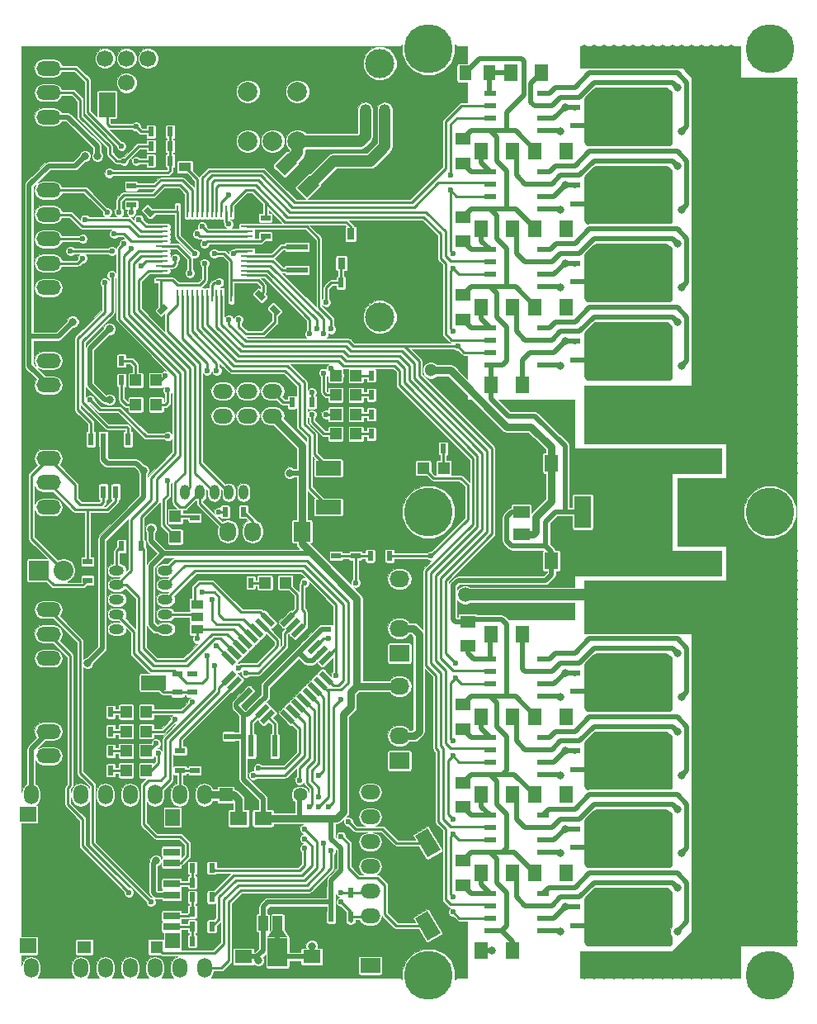
<source format=gbr>
G04 #@! TF.FileFunction,Copper,L1,Top,Signal*
%FSLAX46Y46*%
G04 Gerber Fmt 4.6, Leading zero omitted, Abs format (unit mm)*
G04 Created by KiCad (PCBNEW 4.0.7) date 01/01/18 23:45:37*
%MOMM*%
%LPD*%
G01*
G04 APERTURE LIST*
%ADD10C,0.100000*%
%ADD11R,2.032000X1.727200*%
%ADD12O,2.032000X1.727200*%
%ADD13R,1.300000X1.300000*%
%ADD14C,1.300000*%
%ADD15O,1.524000X1.000000*%
%ADD16R,1.198880X1.198880*%
%ADD17R,1.300000X1.500000*%
%ADD18R,1.500000X1.300000*%
%ADD19O,1.000000X1.524000*%
%ADD20R,1.300000X0.250000*%
%ADD21R,0.250000X1.300000*%
%ADD22R,1.727200X2.032000*%
%ADD23O,1.727200X2.032000*%
%ADD24R,1.700000X1.200000*%
%ADD25R,1.700000X3.300000*%
%ADD26O,2.500000X1.500000*%
%ADD27R,2.600000X1.500000*%
%ADD28R,1.000000X0.600000*%
%ADD29R,0.600000X1.000000*%
%ADD30R,1.400000X1.800000*%
%ADD31R,1.800000X1.400000*%
%ADD32R,1.300000X0.600000*%
%ADD33R,2.000000X1.500000*%
%ADD34O,2.000000X1.500000*%
%ADD35R,2.032000X2.032000*%
%ADD36O,2.032000X2.032000*%
%ADD37R,0.600000X1.300000*%
%ADD38R,0.800100X1.200000*%
%ADD39R,1.270000X0.965200*%
%ADD40R,0.600000X2.200000*%
%ADD41R,2.200000X0.600000*%
%ADD42C,4.064000*%
%ADD43R,1.700000X2.500000*%
%ADD44C,1.700000*%
%ADD45O,1.500000X2.000000*%
%ADD46R,1.678940X0.800100*%
%ADD47R,1.300480X1.290320*%
%ADD48R,1.699260X1.501140*%
%ADD49R,1.501140X1.699260*%
%ADD50R,1.399540X1.290320*%
%ADD51R,1.501140X1.600200*%
%ADD52R,1.397000X1.397000*%
%ADD53C,1.397000*%
%ADD54R,1.200000X1.700000*%
%ADD55O,1.200000X1.700000*%
%ADD56C,3.000000*%
%ADD57C,2.000000*%
%ADD58R,1.000760X1.501140*%
%ADD59R,1.998980X2.999740*%
%ADD60C,5.000000*%
%ADD61C,0.600000*%
%ADD62C,0.800000*%
%ADD63C,1.500000*%
%ADD64C,0.250000*%
%ADD65C,0.500000*%
%ADD66C,0.800000*%
%ADD67C,1.200000*%
%ADD68C,0.026000*%
G04 APERTURE END LIST*
D10*
D11*
X39000000Y-73500000D03*
D12*
X39000000Y-70960000D03*
X39000000Y-68420000D03*
X39000000Y-65880000D03*
D10*
G36*
X21143666Y-65785445D02*
X20754757Y-65396536D01*
X21886128Y-64265165D01*
X22275037Y-64654074D01*
X21143666Y-65785445D01*
X21143666Y-65785445D01*
G37*
G36*
X21709352Y-66351130D02*
X21320443Y-65962221D01*
X22451814Y-64830850D01*
X22840723Y-65219759D01*
X21709352Y-66351130D01*
X21709352Y-66351130D01*
G37*
G36*
X22275037Y-66916816D02*
X21886128Y-66527907D01*
X23017499Y-65396536D01*
X23406408Y-65785445D01*
X22275037Y-66916816D01*
X22275037Y-66916816D01*
G37*
G36*
X22840722Y-67482501D02*
X22451813Y-67093592D01*
X23583184Y-65962221D01*
X23972093Y-66351130D01*
X22840722Y-67482501D01*
X22840722Y-67482501D01*
G37*
G36*
X23406408Y-68048187D02*
X23017499Y-67659278D01*
X24148870Y-66527907D01*
X24537779Y-66916816D01*
X23406408Y-68048187D01*
X23406408Y-68048187D01*
G37*
G36*
X23972093Y-68613872D02*
X23583184Y-68224963D01*
X24714555Y-67093592D01*
X25103464Y-67482501D01*
X23972093Y-68613872D01*
X23972093Y-68613872D01*
G37*
G36*
X24537779Y-69179557D02*
X24148870Y-68790648D01*
X25280241Y-67659277D01*
X25669150Y-68048186D01*
X24537779Y-69179557D01*
X24537779Y-69179557D01*
G37*
G36*
X25103464Y-69745243D02*
X24714555Y-69356334D01*
X25845926Y-68224963D01*
X26234835Y-68613872D01*
X25103464Y-69745243D01*
X25103464Y-69745243D01*
G37*
G36*
X28285445Y-69356334D02*
X27896536Y-69745243D01*
X26765165Y-68613872D01*
X27154074Y-68224963D01*
X28285445Y-69356334D01*
X28285445Y-69356334D01*
G37*
G36*
X28851130Y-68790648D02*
X28462221Y-69179557D01*
X27330850Y-68048186D01*
X27719759Y-67659277D01*
X28851130Y-68790648D01*
X28851130Y-68790648D01*
G37*
G36*
X29416816Y-68224963D02*
X29027907Y-68613872D01*
X27896536Y-67482501D01*
X28285445Y-67093592D01*
X29416816Y-68224963D01*
X29416816Y-68224963D01*
G37*
G36*
X29982501Y-67659278D02*
X29593592Y-68048187D01*
X28462221Y-66916816D01*
X28851130Y-66527907D01*
X29982501Y-67659278D01*
X29982501Y-67659278D01*
G37*
G36*
X30548187Y-67093592D02*
X30159278Y-67482501D01*
X29027907Y-66351130D01*
X29416816Y-65962221D01*
X30548187Y-67093592D01*
X30548187Y-67093592D01*
G37*
G36*
X31113872Y-66527907D02*
X30724963Y-66916816D01*
X29593592Y-65785445D01*
X29982501Y-65396536D01*
X31113872Y-66527907D01*
X31113872Y-66527907D01*
G37*
G36*
X31679557Y-65962221D02*
X31290648Y-66351130D01*
X30159277Y-65219759D01*
X30548186Y-64830850D01*
X31679557Y-65962221D01*
X31679557Y-65962221D01*
G37*
G36*
X32245243Y-65396536D02*
X31856334Y-65785445D01*
X30724963Y-64654074D01*
X31113872Y-64265165D01*
X32245243Y-65396536D01*
X32245243Y-65396536D01*
G37*
G36*
X31113872Y-63734835D02*
X30724963Y-63345926D01*
X31856334Y-62214555D01*
X32245243Y-62603464D01*
X31113872Y-63734835D01*
X31113872Y-63734835D01*
G37*
G36*
X30548186Y-63169150D02*
X30159277Y-62780241D01*
X31290648Y-61648870D01*
X31679557Y-62037779D01*
X30548186Y-63169150D01*
X30548186Y-63169150D01*
G37*
G36*
X29982501Y-62603464D02*
X29593592Y-62214555D01*
X30724963Y-61083184D01*
X31113872Y-61472093D01*
X29982501Y-62603464D01*
X29982501Y-62603464D01*
G37*
G36*
X29416816Y-62037779D02*
X29027907Y-61648870D01*
X30159278Y-60517499D01*
X30548187Y-60906408D01*
X29416816Y-62037779D01*
X29416816Y-62037779D01*
G37*
G36*
X28851130Y-61472093D02*
X28462221Y-61083184D01*
X29593592Y-59951813D01*
X29982501Y-60340722D01*
X28851130Y-61472093D01*
X28851130Y-61472093D01*
G37*
G36*
X28285445Y-60906408D02*
X27896536Y-60517499D01*
X29027907Y-59386128D01*
X29416816Y-59775037D01*
X28285445Y-60906408D01*
X28285445Y-60906408D01*
G37*
G36*
X27719759Y-60340723D02*
X27330850Y-59951814D01*
X28462221Y-58820443D01*
X28851130Y-59209352D01*
X27719759Y-60340723D01*
X27719759Y-60340723D01*
G37*
G36*
X27154074Y-59775037D02*
X26765165Y-59386128D01*
X27896536Y-58254757D01*
X28285445Y-58643666D01*
X27154074Y-59775037D01*
X27154074Y-59775037D01*
G37*
G36*
X26234835Y-59386128D02*
X25845926Y-59775037D01*
X24714555Y-58643666D01*
X25103464Y-58254757D01*
X26234835Y-59386128D01*
X26234835Y-59386128D01*
G37*
G36*
X25669150Y-59951814D02*
X25280241Y-60340723D01*
X24148870Y-59209352D01*
X24537779Y-58820443D01*
X25669150Y-59951814D01*
X25669150Y-59951814D01*
G37*
G36*
X25103464Y-60517499D02*
X24714555Y-60906408D01*
X23583184Y-59775037D01*
X23972093Y-59386128D01*
X25103464Y-60517499D01*
X25103464Y-60517499D01*
G37*
G36*
X24537779Y-61083184D02*
X24148870Y-61472093D01*
X23017499Y-60340722D01*
X23406408Y-59951813D01*
X24537779Y-61083184D01*
X24537779Y-61083184D01*
G37*
G36*
X23972093Y-61648870D02*
X23583184Y-62037779D01*
X22451813Y-60906408D01*
X22840722Y-60517499D01*
X23972093Y-61648870D01*
X23972093Y-61648870D01*
G37*
G36*
X23406408Y-62214555D02*
X23017499Y-62603464D01*
X21886128Y-61472093D01*
X22275037Y-61083184D01*
X23406408Y-62214555D01*
X23406408Y-62214555D01*
G37*
G36*
X22840723Y-62780241D02*
X22451814Y-63169150D01*
X21320443Y-62037779D01*
X21709352Y-61648870D01*
X22840723Y-62780241D01*
X22840723Y-62780241D01*
G37*
G36*
X22275037Y-63345926D02*
X21886128Y-63734835D01*
X20754757Y-62603464D01*
X21143666Y-62214555D01*
X22275037Y-63345926D01*
X22275037Y-63345926D01*
G37*
D13*
X71000000Y-58500000D03*
D14*
X71000000Y-53500000D03*
D15*
X10000000Y-61500000D03*
X10000000Y-60000000D03*
X10000000Y-58500000D03*
X10000000Y-57000000D03*
X10000000Y-55500000D03*
X10000000Y-54000000D03*
D16*
X16000000Y-50549020D03*
X16000000Y-48450980D03*
X32450980Y-40000000D03*
X34549020Y-40000000D03*
D17*
X48250000Y-3000000D03*
X45750000Y-3000000D03*
D18*
X45500000Y-12250000D03*
X45500000Y-9750000D03*
D19*
X24500000Y-46000000D03*
X23000000Y-46000000D03*
X21500000Y-46000000D03*
X20000000Y-46000000D03*
X18500000Y-46000000D03*
X17000000Y-46000000D03*
D20*
X23350000Y-24250000D03*
X23350000Y-23750000D03*
X23350000Y-23250000D03*
X23350000Y-22750000D03*
X23350000Y-22250000D03*
X23350000Y-21750000D03*
X23350000Y-21250000D03*
X23350000Y-20750000D03*
X23350000Y-20250000D03*
X23350000Y-19750000D03*
X23350000Y-19250000D03*
X23350000Y-18750000D03*
D21*
X21750000Y-17150000D03*
X21250000Y-17150000D03*
X20750000Y-17150000D03*
X20250000Y-17150000D03*
X19750000Y-17150000D03*
X19250000Y-17150000D03*
X18750000Y-17150000D03*
X18250000Y-17150000D03*
X17750000Y-17150000D03*
X17250000Y-17150000D03*
X16750000Y-17150000D03*
X16250000Y-17150000D03*
D20*
X14650000Y-18750000D03*
X14650000Y-19250000D03*
X14650000Y-19750000D03*
X14650000Y-20250000D03*
X14650000Y-20750000D03*
X14650000Y-21250000D03*
X14650000Y-21750000D03*
X14650000Y-22250000D03*
X14650000Y-22750000D03*
X14650000Y-23250000D03*
X14650000Y-23750000D03*
X14650000Y-24250000D03*
D21*
X16250000Y-25850000D03*
X16750000Y-25850000D03*
X17250000Y-25850000D03*
X17750000Y-25850000D03*
X18250000Y-25850000D03*
X18750000Y-25850000D03*
X19250000Y-25850000D03*
X19750000Y-25850000D03*
X20250000Y-25850000D03*
X20750000Y-25850000D03*
X21250000Y-25850000D03*
X21750000Y-25850000D03*
D18*
X45500000Y-20250000D03*
X45500000Y-17750000D03*
X45500000Y-28250000D03*
X45500000Y-25750000D03*
X46000000Y-61750000D03*
X46000000Y-59250000D03*
X45500000Y-70250000D03*
X45500000Y-67750000D03*
D22*
X29000000Y-50000000D03*
D23*
X26460000Y-50000000D03*
X23920000Y-50000000D03*
X21380000Y-50000000D03*
D13*
X71000000Y-37500000D03*
D14*
X71000000Y-42500000D03*
D13*
X60500000Y-37500000D03*
D14*
X60500000Y-42500000D03*
D13*
X60500000Y-58500000D03*
D14*
X60500000Y-53500000D03*
D16*
X32450980Y-38000000D03*
X34549020Y-38000000D03*
X32450980Y-36000000D03*
X34549020Y-36000000D03*
D24*
X51500000Y-45700000D03*
X51500000Y-48000000D03*
X51500000Y-50300000D03*
D25*
X57800000Y-48000000D03*
D26*
X3000000Y-58000000D03*
X3000000Y-60500000D03*
X3000000Y-63000000D03*
X3000000Y-65500000D03*
X3000000Y-15000000D03*
X3000000Y-17500000D03*
X3000000Y-20000000D03*
X3000000Y-22500000D03*
X3000000Y-25000000D03*
X3000000Y-27500000D03*
D27*
X37300000Y-43500000D03*
X31700000Y-43500000D03*
X37300000Y-47500000D03*
X31700000Y-47500000D03*
X8200000Y-65500000D03*
X13800000Y-65500000D03*
D16*
X32450980Y-34000000D03*
X34549020Y-34000000D03*
D10*
G36*
X12797919Y-26005025D02*
X13505025Y-25297919D01*
X13929289Y-25722183D01*
X13222183Y-26429289D01*
X12797919Y-26005025D01*
X12797919Y-26005025D01*
G37*
G36*
X14141422Y-27348528D02*
X14848528Y-26641422D01*
X15272792Y-27065686D01*
X14565686Y-27772792D01*
X14141422Y-27348528D01*
X14141422Y-27348528D01*
G37*
G36*
X14494975Y-15297919D02*
X15202081Y-16005025D01*
X14777817Y-16429289D01*
X14070711Y-15722183D01*
X14494975Y-15297919D01*
X14494975Y-15297919D01*
G37*
G36*
X13151472Y-16641422D02*
X13858578Y-17348528D01*
X13434314Y-17772792D01*
X12727208Y-17065686D01*
X13151472Y-16641422D01*
X13151472Y-16641422D01*
G37*
G36*
X23505025Y-27702081D02*
X22797919Y-26994975D01*
X23222183Y-26570711D01*
X23929289Y-27277817D01*
X23505025Y-27702081D01*
X23505025Y-27702081D01*
G37*
G36*
X24848528Y-26358578D02*
X24141422Y-25651472D01*
X24565686Y-25227208D01*
X25272792Y-25934314D01*
X24848528Y-26358578D01*
X24848528Y-26358578D01*
G37*
D28*
X31500000Y-58100000D03*
X31500000Y-60000000D03*
D10*
G36*
X25005025Y-29202081D02*
X24297919Y-28494975D01*
X24722183Y-28070711D01*
X25429289Y-28777817D01*
X25005025Y-29202081D01*
X25005025Y-29202081D01*
G37*
G36*
X26348528Y-27858578D02*
X25641422Y-27151472D01*
X26065686Y-26727208D01*
X26772792Y-27434314D01*
X26348528Y-27858578D01*
X26348528Y-27858578D01*
G37*
D29*
X36100000Y-40000000D03*
X38000000Y-40000000D03*
D28*
X57000000Y-66400000D03*
X57000000Y-64500000D03*
X57000000Y-74400000D03*
X57000000Y-72500000D03*
X57000000Y-8400000D03*
X57000000Y-6500000D03*
X57000000Y-16400000D03*
X57000000Y-14500000D03*
X57000000Y-24400000D03*
X57000000Y-22500000D03*
X57000000Y-32400000D03*
X57000000Y-30500000D03*
X16250000Y-64600000D03*
X16250000Y-66500000D03*
D29*
X21100000Y-48000000D03*
X23000000Y-48000000D03*
X36100000Y-38000000D03*
X38000000Y-38000000D03*
X36100000Y-36000000D03*
X38000000Y-36000000D03*
D28*
X17750000Y-64600000D03*
X17750000Y-66500000D03*
X11500000Y-14600000D03*
X11500000Y-16500000D03*
D29*
X36100000Y-34000000D03*
X38000000Y-34000000D03*
D30*
X53600000Y-3000000D03*
X50400000Y-3000000D03*
X56100000Y-77000000D03*
X52900000Y-77000000D03*
X56100000Y-11000000D03*
X52900000Y-11000000D03*
X50600000Y-11000000D03*
X47400000Y-11000000D03*
X56100000Y-19000000D03*
X52900000Y-19000000D03*
X56100000Y-27000000D03*
X52900000Y-27000000D03*
X51600000Y-35000000D03*
X48400000Y-35000000D03*
X56100000Y-69000000D03*
X52900000Y-69000000D03*
X50600000Y-19000000D03*
X47400000Y-19000000D03*
X50600000Y-27000000D03*
X47400000Y-27000000D03*
X51600000Y-60500000D03*
X48400000Y-60500000D03*
X50600000Y-69000000D03*
X47400000Y-69000000D03*
X54600000Y-43000000D03*
X51400000Y-43000000D03*
X54600000Y-53000000D03*
X51400000Y-53000000D03*
D31*
X25000000Y-79400000D03*
X25000000Y-82600000D03*
D32*
X48300000Y-63095000D03*
X48300000Y-64365000D03*
X48300000Y-65635000D03*
X48300000Y-66905000D03*
X53700000Y-66905000D03*
X53700000Y-65635000D03*
X53700000Y-64365000D03*
X53700000Y-63095000D03*
X48300000Y-71095000D03*
X48300000Y-72365000D03*
X48300000Y-73635000D03*
X48300000Y-74905000D03*
X53700000Y-74905000D03*
X53700000Y-73635000D03*
X53700000Y-72365000D03*
X53700000Y-71095000D03*
X48300000Y-5095000D03*
X48300000Y-6365000D03*
X48300000Y-7635000D03*
X48300000Y-8905000D03*
X53700000Y-8905000D03*
X53700000Y-7635000D03*
X53700000Y-6365000D03*
X53700000Y-5095000D03*
X48300000Y-13095000D03*
X48300000Y-14365000D03*
X48300000Y-15635000D03*
X48300000Y-16905000D03*
X53700000Y-16905000D03*
X53700000Y-15635000D03*
X53700000Y-14365000D03*
X53700000Y-13095000D03*
X48300000Y-21095000D03*
X48300000Y-22365000D03*
X48300000Y-23635000D03*
X48300000Y-24905000D03*
X53700000Y-24905000D03*
X53700000Y-23635000D03*
X53700000Y-22365000D03*
X53700000Y-21095000D03*
X48300000Y-29095000D03*
X48300000Y-30365000D03*
X48300000Y-31635000D03*
X48300000Y-32905000D03*
X53700000Y-32905000D03*
X53700000Y-31635000D03*
X53700000Y-30365000D03*
X53700000Y-29095000D03*
D28*
X57000000Y-82400000D03*
X57000000Y-80500000D03*
D16*
X13049020Y-68500000D03*
X10950980Y-68500000D03*
D29*
X9400000Y-68500000D03*
X7500000Y-68500000D03*
D16*
X13049020Y-70500000D03*
X10950980Y-70500000D03*
D29*
X9400000Y-70500000D03*
X7500000Y-70500000D03*
D15*
X15000000Y-61500000D03*
X15000000Y-60000000D03*
X15000000Y-58500000D03*
X15000000Y-57000000D03*
X15000000Y-55500000D03*
X15000000Y-54000000D03*
D33*
X36000000Y-94500000D03*
D34*
X36000000Y-91960000D03*
X36000000Y-89420000D03*
X36000000Y-86880000D03*
X36000000Y-84340000D03*
X36000000Y-81800000D03*
X36000000Y-79260000D03*
X36000000Y-76720000D03*
D16*
X13049020Y-72500000D03*
X10950980Y-72500000D03*
X13049020Y-74500000D03*
X10950980Y-74500000D03*
D29*
X9400000Y-72500000D03*
X7500000Y-72500000D03*
X9400000Y-74500000D03*
X7500000Y-74500000D03*
D28*
X57000000Y-90400000D03*
X57000000Y-88500000D03*
X18000000Y-48600000D03*
X18000000Y-50500000D03*
D10*
G36*
X30762742Y-14489950D02*
X29489950Y-15762742D01*
X28500000Y-14772792D01*
X29772792Y-13500000D01*
X30762742Y-14489950D01*
X30762742Y-14489950D01*
G37*
G36*
X28500000Y-12227208D02*
X27227208Y-13500000D01*
X26237258Y-12510050D01*
X27510050Y-11237258D01*
X28500000Y-12227208D01*
X28500000Y-12227208D01*
G37*
D30*
X50600000Y-77000000D03*
X47400000Y-77000000D03*
X47400000Y-93000000D03*
X50600000Y-93000000D03*
X50600000Y-85000000D03*
X47400000Y-85000000D03*
X56100000Y-85000000D03*
X52900000Y-85000000D03*
D18*
X45500000Y-78250000D03*
X45500000Y-75750000D03*
X45500000Y-86250000D03*
X45500000Y-83750000D03*
D26*
X3000000Y-70500000D03*
X3000000Y-73000000D03*
D32*
X48300000Y-79095000D03*
X48300000Y-80365000D03*
X48300000Y-81635000D03*
X48300000Y-82905000D03*
X53700000Y-82905000D03*
X53700000Y-81635000D03*
X53700000Y-80365000D03*
X53700000Y-79095000D03*
X48300000Y-87095000D03*
X48300000Y-88365000D03*
X48300000Y-89635000D03*
X48300000Y-90905000D03*
X53700000Y-90905000D03*
X53700000Y-89635000D03*
X53700000Y-88365000D03*
X53700000Y-87095000D03*
D26*
X3000000Y-2500000D03*
X3000000Y-5000000D03*
X3000000Y-7500000D03*
X3000000Y-10000000D03*
X3000000Y-42500000D03*
X3000000Y-45000000D03*
X3000000Y-47500000D03*
X3000000Y-50000000D03*
D35*
X2000000Y-54000000D03*
D36*
X4540000Y-54000000D03*
D28*
X7000000Y-53100000D03*
X7000000Y-55000000D03*
D37*
X11155000Y-40550000D03*
X9885000Y-40550000D03*
X8615000Y-40550000D03*
X7345000Y-40550000D03*
X7345000Y-45950000D03*
X8615000Y-45950000D03*
X9885000Y-45950000D03*
X11155000Y-45950000D03*
D26*
X3000000Y-32500000D03*
X3000000Y-35000000D03*
X3000000Y-37500000D03*
D38*
X33050000Y-22501140D03*
X34950000Y-22501140D03*
X34000000Y-19498860D03*
D29*
X34900000Y-24500000D03*
X33000000Y-24500000D03*
D28*
X25250000Y-17850000D03*
X25250000Y-19750000D03*
D11*
X39000000Y-62500000D03*
D12*
X39000000Y-59960000D03*
X39000000Y-57420000D03*
X39000000Y-54880000D03*
D39*
X17000000Y-11365000D03*
X17000000Y-12635000D03*
D31*
X22500000Y-79400000D03*
X22500000Y-82600000D03*
D40*
X26200000Y-72000000D03*
X25000000Y-72000000D03*
X23800000Y-72000000D03*
D41*
X28500000Y-23200000D03*
X28500000Y-22000000D03*
X28500000Y-20800000D03*
D28*
X16500000Y-74500000D03*
X16500000Y-72500000D03*
X18000000Y-72500000D03*
X18000000Y-74500000D03*
X21500000Y-69000000D03*
X21500000Y-71000000D03*
D29*
X38000000Y-52500000D03*
X36000000Y-52500000D03*
D28*
X32500000Y-52500000D03*
X32500000Y-50500000D03*
X34500000Y-52500000D03*
X34500000Y-50500000D03*
D29*
X34000000Y-89500000D03*
X32000000Y-89500000D03*
X34000000Y-87000000D03*
X32000000Y-87000000D03*
X12500000Y-51500000D03*
X10500000Y-51500000D03*
X15500000Y-9000000D03*
X13500000Y-9000000D03*
D42*
X71000000Y-48000000D03*
X62000000Y-48000000D03*
D39*
X18250000Y-60020000D03*
X18250000Y-58750000D03*
X18250000Y-57480000D03*
D29*
X19750000Y-92000000D03*
X17750000Y-92000000D03*
X19750000Y-89000000D03*
X17750000Y-89000000D03*
X19750000Y-86000000D03*
X17750000Y-86000000D03*
X19750000Y-90500000D03*
X17750000Y-90500000D03*
X19750000Y-87500000D03*
X17750000Y-87500000D03*
X19750000Y-84500000D03*
X17750000Y-84500000D03*
D43*
X13000000Y-6250000D03*
X9000000Y-6250000D03*
D44*
X8800000Y-1500000D03*
X11000000Y-1500000D03*
X11000000Y-4000000D03*
X13200000Y-1500000D03*
D29*
X15500000Y-10500000D03*
X13500000Y-10500000D03*
X15500000Y-12000000D03*
X13500000Y-12000000D03*
D45*
X19000000Y-77000000D03*
X16460000Y-77000000D03*
X13920000Y-77000000D03*
X11380000Y-77000000D03*
X8840000Y-77000000D03*
X6300000Y-77000000D03*
X3760000Y-77000000D03*
X1220000Y-77000000D03*
X19000000Y-94780000D03*
X16460000Y-94780000D03*
X13920000Y-94780000D03*
X11380000Y-94780000D03*
X8840000Y-94780000D03*
X6300000Y-94780000D03*
X3760000Y-94780000D03*
X1220000Y-94780000D03*
D10*
G36*
X40399519Y-86325962D02*
X39100481Y-87075962D01*
X37800481Y-84824296D01*
X39099519Y-84074296D01*
X40399519Y-86325962D01*
X40399519Y-86325962D01*
G37*
G36*
X43199519Y-91175704D02*
X41900481Y-91925704D01*
X40600481Y-89674038D01*
X41899519Y-88924038D01*
X43199519Y-91175704D01*
X43199519Y-91175704D01*
G37*
G36*
X40399519Y-77825962D02*
X39100481Y-78575962D01*
X37800481Y-76324296D01*
X39099519Y-75574296D01*
X40399519Y-77825962D01*
X40399519Y-77825962D01*
G37*
G36*
X43199519Y-82675704D02*
X41900481Y-83425704D01*
X40600481Y-81174038D01*
X41899519Y-80424038D01*
X43199519Y-82675704D01*
X43199519Y-82675704D01*
G37*
D14*
X42232233Y-33482233D03*
D10*
G36*
X44919239Y-35250000D02*
X44000000Y-36169239D01*
X43080761Y-35250000D01*
X44000000Y-34330761D01*
X44919239Y-35250000D01*
X44919239Y-35250000D01*
G37*
D16*
X41450980Y-43500000D03*
X43549020Y-43500000D03*
D29*
X43500000Y-41500000D03*
X41500000Y-41500000D03*
D46*
X15633780Y-90550600D03*
X15633780Y-89450780D03*
X15633780Y-88350960D03*
X15633780Y-87251140D03*
X15633780Y-86148780D03*
X15633780Y-85048960D03*
X15633780Y-83949140D03*
X15633780Y-82849320D03*
D47*
X14074220Y-92605460D03*
D48*
X873840Y-92498780D03*
D49*
X15725220Y-79300940D03*
D50*
X6675200Y-92605460D03*
D48*
X873840Y-79001220D03*
D51*
X15725220Y-91960300D03*
D52*
X21190000Y-77000000D03*
D53*
X28810000Y-77000000D03*
D54*
X33500000Y-7000000D03*
D55*
X35500000Y-7000000D03*
X37500000Y-7000000D03*
D56*
X37000000Y-28000000D03*
X37000000Y-2000000D03*
D34*
X25960000Y-40700000D03*
X25960000Y-38160000D03*
X25960000Y-35620000D03*
X23420000Y-40700000D03*
X23420000Y-38160000D03*
X23420000Y-35620000D03*
X20880000Y-40700000D03*
X20880000Y-38160000D03*
X20880000Y-35620000D03*
D29*
X28000000Y-36750000D03*
X30000000Y-36750000D03*
D16*
X27299020Y-55250000D03*
X25200980Y-55250000D03*
D29*
X23750000Y-55250000D03*
X21750000Y-55250000D03*
D57*
X23460000Y-10000000D03*
X26000000Y-10000000D03*
X28540000Y-10000000D03*
X23460000Y-4920000D03*
X28540000Y-4920000D03*
D31*
X23000000Y-93600000D03*
X23000000Y-90400000D03*
X30000000Y-93600000D03*
X30000000Y-90400000D03*
D58*
X28001140Y-90148340D03*
X26500000Y-90148340D03*
X24998860Y-90148340D03*
D59*
X26500000Y-93099820D03*
D10*
G36*
X25499240Y-91625350D02*
X25999620Y-90876050D01*
X27000380Y-90876050D01*
X27500760Y-91625350D01*
X25499240Y-91625350D01*
X25499240Y-91625350D01*
G37*
D16*
X14049020Y-37000000D03*
X11950980Y-37000000D03*
X14049020Y-34500000D03*
X11950980Y-34500000D03*
D29*
X10500000Y-34500000D03*
X8500000Y-34500000D03*
X10500000Y-32500000D03*
X8500000Y-32500000D03*
D60*
X77000000Y-500000D03*
X42000000Y-500000D03*
X42000000Y-48000000D03*
X77000000Y-95500000D03*
X77000000Y-48000000D03*
X42000000Y-95500000D03*
D61*
X9000000Y-31500000D03*
X8000000Y-85000000D03*
X24250000Y-16250000D03*
X22750000Y-17750000D03*
X9500000Y-16250000D03*
X6750000Y-13500000D03*
X3750000Y-13500000D03*
D62*
X23000000Y-89500000D03*
X30000000Y-89500000D03*
D61*
X18500000Y-13000000D03*
X44000000Y-3500000D03*
X45500000Y-5500000D03*
X43000000Y-6500000D03*
X43000000Y-9000000D03*
X43000000Y-12500000D03*
X42000000Y-65500000D03*
X42000000Y-68000000D03*
X42000000Y-70500000D03*
X43000000Y-30000000D03*
X43000000Y-28000000D03*
X43000000Y-26000000D03*
X43000000Y-24000000D03*
X42500000Y-22000000D03*
X42500000Y-20000000D03*
D62*
X56000000Y-14500000D03*
D61*
X42000000Y-76000000D03*
X42000000Y-79000000D03*
X45000000Y-94000000D03*
X45000000Y-91000000D03*
X43000000Y-89000000D03*
X42000000Y-87000000D03*
X42000000Y-84000000D03*
X41000000Y-85250000D03*
X21500000Y-69500000D03*
X25500000Y-61500000D03*
X24000000Y-63000000D03*
X23500000Y-57500000D03*
X31500000Y-22000000D03*
D62*
X52750000Y-45750000D03*
D61*
X54500000Y-58500000D03*
X56500000Y-58500000D03*
D62*
X50500000Y-53000000D03*
X31250000Y-41750000D03*
D61*
X8500000Y-49250000D03*
D62*
X47500000Y-38750000D03*
X42250000Y-10750000D03*
X66000000Y-49000000D03*
X66000000Y-50000000D03*
X66000000Y-51000000D03*
X62000000Y-52000000D03*
X63500000Y-52000000D03*
X65000000Y-52000000D03*
X66000000Y-48000000D03*
X66000000Y-47000000D03*
X66000000Y-46000000D03*
X66000000Y-45000000D03*
X62000000Y-44000000D03*
X63500000Y-44000000D03*
X65000000Y-44000000D03*
D61*
X19000000Y-86000000D03*
X42000000Y-73000000D03*
D62*
X23750000Y-83500000D03*
X7000000Y-65500000D03*
D61*
X30000000Y-22000000D03*
X16500000Y-85000000D03*
D62*
X20750000Y-22500000D03*
X56100000Y-85000000D03*
D61*
X25000000Y-73250000D03*
X25000000Y-70750000D03*
D62*
X48500000Y-93000000D03*
D61*
X9500000Y-44000000D03*
X9500000Y-42000000D03*
D62*
X30000000Y-57420000D03*
X56000000Y-80500000D03*
X56000000Y-88500000D03*
X56100000Y-77000000D03*
X56100000Y-69000000D03*
X56100000Y-27000000D03*
X56100000Y-19000000D03*
X56100000Y-11000000D03*
X56000000Y-72500000D03*
X56000000Y-64500000D03*
X56000000Y-30500000D03*
X56000000Y-22500000D03*
X56000000Y-6500000D03*
D61*
X22000000Y-21500000D03*
X12000000Y-8500000D03*
X9250000Y-13250000D03*
D62*
X14000000Y-83750000D03*
D61*
X15250000Y-44750000D03*
D62*
X7000000Y-63500000D03*
X9250000Y-36500000D03*
X9250000Y-29250000D03*
X12750000Y-43750000D03*
D61*
X18000000Y-21500000D03*
X19000000Y-22500000D03*
X19000000Y-20500000D03*
X20000000Y-21500000D03*
D62*
X24500000Y-94000000D03*
X27750000Y-44000000D03*
X13500000Y-49750000D03*
X6750000Y-11500000D03*
D61*
X17750000Y-64600000D03*
D62*
X5500000Y-28500000D03*
X66500000Y-7500000D03*
X65500000Y-7500000D03*
X66500000Y-6500000D03*
X66500000Y-5500000D03*
X65500000Y-5500000D03*
X65500000Y-6500000D03*
X67500000Y-4500000D03*
X64500000Y-6000000D03*
X62500000Y-5000000D03*
X63500000Y-5000000D03*
X64500000Y-5000000D03*
X61500000Y-5000000D03*
X60500000Y-5000000D03*
X59500000Y-5000000D03*
X58500000Y-8000000D03*
X59500000Y-8000000D03*
X60500000Y-8000000D03*
X61500000Y-8000000D03*
X62500000Y-8000000D03*
X63500000Y-8000000D03*
X64500000Y-8000000D03*
X64500000Y-7000000D03*
X63500000Y-7000000D03*
X62500000Y-7000000D03*
X61500000Y-7000000D03*
X60500000Y-7000000D03*
X59500000Y-7000000D03*
X58500000Y-7000000D03*
X58500000Y-6000000D03*
X59500000Y-6000000D03*
X60500000Y-6000000D03*
X61500000Y-6000000D03*
X62500000Y-6000000D03*
X63500000Y-6000000D03*
X58500000Y-10000000D03*
X59500000Y-10000000D03*
X60500000Y-10000000D03*
X61500000Y-10000000D03*
X62500000Y-10000000D03*
X63500000Y-10000000D03*
X64500000Y-10000000D03*
X64500000Y-9000000D03*
X63500000Y-9000000D03*
X62500000Y-9000000D03*
X61500000Y-9000000D03*
X60500000Y-9000000D03*
X59500000Y-9000000D03*
X58500000Y-9000000D03*
X66500000Y-13500000D03*
X65500000Y-13500000D03*
X66500000Y-14500000D03*
X65500000Y-14500000D03*
X66500000Y-15500000D03*
X65500000Y-15500000D03*
X58500000Y-15000000D03*
X60500000Y-14000000D03*
X59500000Y-14000000D03*
X58500000Y-14000000D03*
X61500000Y-14000000D03*
X62500000Y-14000000D03*
X63500000Y-14000000D03*
X64500000Y-14000000D03*
X64500000Y-13000000D03*
X63500000Y-13000000D03*
X62500000Y-13000000D03*
X61500000Y-13000000D03*
X60500000Y-13000000D03*
X59500000Y-13000000D03*
X60500000Y-16000000D03*
X59500000Y-16000000D03*
X58500000Y-16000000D03*
X61500000Y-16000000D03*
X62500000Y-16000000D03*
X63500000Y-16000000D03*
X64500000Y-16000000D03*
X64500000Y-15000000D03*
X63500000Y-15000000D03*
X62500000Y-15000000D03*
X61500000Y-15000000D03*
X60500000Y-15000000D03*
X59500000Y-15000000D03*
X58500000Y-18000000D03*
X59500000Y-18000000D03*
X60500000Y-18000000D03*
X61500000Y-18000000D03*
X62500000Y-18000000D03*
X63500000Y-18000000D03*
X64500000Y-18000000D03*
X64500000Y-17000000D03*
X63500000Y-17000000D03*
X62500000Y-17000000D03*
X61500000Y-17000000D03*
X60500000Y-17000000D03*
X59500000Y-17000000D03*
X58500000Y-17000000D03*
X67500000Y-12500000D03*
D61*
X20500000Y-48000000D03*
D62*
X68000000Y-9000000D03*
X55500000Y-9000000D03*
X68000000Y-17000000D03*
X55500000Y-17000000D03*
X64000000Y-95500000D03*
X65000000Y-95500000D03*
X66000000Y-95500000D03*
X67000000Y-95500000D03*
X68000000Y-95500000D03*
X69000000Y-95500000D03*
X70000000Y-95500000D03*
X71000000Y-95500000D03*
X72000000Y-95500000D03*
X73000000Y-95500000D03*
X58000000Y-95500000D03*
X59000000Y-95500000D03*
X60000000Y-95500000D03*
X61000000Y-95500000D03*
X62000000Y-95500000D03*
X63000000Y-95500000D03*
X73000000Y-93500000D03*
X73000000Y-94500000D03*
X73000000Y-500000D03*
X72000000Y-500000D03*
X71000000Y-500000D03*
X70000000Y-500000D03*
X69000000Y-500000D03*
X68000000Y-500000D03*
X67000000Y-500000D03*
X66000000Y-500000D03*
X65000000Y-500000D03*
X64000000Y-500000D03*
X63000000Y-500000D03*
X62000000Y-500000D03*
X61000000Y-500000D03*
X60000000Y-500000D03*
X59000000Y-500000D03*
X58000000Y-500000D03*
X73000000Y-2500000D03*
X73000000Y-1500000D03*
D61*
X42250000Y-52500000D03*
D63*
X45750000Y-56500000D03*
D62*
X79500000Y-30000000D03*
X79500000Y-31000000D03*
X79500000Y-32000000D03*
X79500000Y-33000000D03*
X79500000Y-34000000D03*
X79500000Y-35000000D03*
X79500000Y-36000000D03*
X79500000Y-37000000D03*
X79500000Y-38000000D03*
X79500000Y-39000000D03*
X79500000Y-40000000D03*
X79500000Y-41000000D03*
X79500000Y-42000000D03*
X79500000Y-43000000D03*
X79500000Y-44000000D03*
X78500000Y-44000000D03*
X77500000Y-44000000D03*
X79500000Y-4000000D03*
X79500000Y-5000000D03*
X79500000Y-6000000D03*
X79500000Y-7000000D03*
X79500000Y-8000000D03*
X79500000Y-9000000D03*
X79500000Y-29000000D03*
X79500000Y-28000000D03*
X79500000Y-27000000D03*
X79500000Y-26000000D03*
X79500000Y-25000000D03*
X79500000Y-24000000D03*
X79500000Y-23000000D03*
X79500000Y-22000000D03*
X79500000Y-21000000D03*
X79500000Y-20000000D03*
X79500000Y-19000000D03*
X79500000Y-18000000D03*
X79500000Y-17000000D03*
X79500000Y-16000000D03*
X79500000Y-15000000D03*
X79500000Y-14000000D03*
X79500000Y-13000000D03*
X79500000Y-12000000D03*
X79500000Y-11000000D03*
X79500000Y-10000000D03*
X74500000Y-44000000D03*
X75500000Y-44000000D03*
X76500000Y-44000000D03*
X79500000Y-55000000D03*
X79500000Y-54000000D03*
X79500000Y-53000000D03*
X79500000Y-52000000D03*
X79500000Y-76000000D03*
X79500000Y-75000000D03*
X79500000Y-74000000D03*
X79500000Y-73000000D03*
X79500000Y-72000000D03*
X79500000Y-71000000D03*
X79500000Y-70000000D03*
X79500000Y-69000000D03*
X79500000Y-84000000D03*
X79500000Y-85000000D03*
X79500000Y-86000000D03*
X79500000Y-87000000D03*
X79500000Y-88000000D03*
X79500000Y-89000000D03*
X79500000Y-90000000D03*
X79500000Y-91000000D03*
X79500000Y-92000000D03*
X79500000Y-77000000D03*
X79500000Y-78000000D03*
X79500000Y-79000000D03*
X79500000Y-80000000D03*
X79500000Y-81000000D03*
X79500000Y-82000000D03*
X79500000Y-83000000D03*
X79500000Y-63000000D03*
X79500000Y-64000000D03*
X79500000Y-65000000D03*
X79500000Y-66000000D03*
X79500000Y-67000000D03*
X79500000Y-68000000D03*
X79500000Y-62000000D03*
X79500000Y-56000000D03*
X79500000Y-57000000D03*
X79500000Y-58000000D03*
X79500000Y-59000000D03*
X79500000Y-60000000D03*
X79500000Y-61000000D03*
X74500000Y-52000000D03*
X75500000Y-52000000D03*
X76500000Y-52000000D03*
X77500000Y-52000000D03*
X78500000Y-52000000D03*
X68000000Y-51000000D03*
X68000000Y-50000000D03*
X68000000Y-49000000D03*
X68000000Y-45000000D03*
X68000000Y-46000000D03*
X68000000Y-47000000D03*
X68000000Y-48000000D03*
X69500000Y-85000000D03*
X70500000Y-85000000D03*
X71500000Y-85000000D03*
X72500000Y-85000000D03*
X75500000Y-85000000D03*
X74500000Y-85000000D03*
X73500000Y-85000000D03*
X69500000Y-35000000D03*
X69500000Y-27000000D03*
X69500000Y-19000000D03*
X75500000Y-11000000D03*
X74500000Y-11000000D03*
X73500000Y-11000000D03*
X72500000Y-11000000D03*
X71500000Y-11000000D03*
X70500000Y-11000000D03*
X69500000Y-11000000D03*
X75500000Y-61000000D03*
X74500000Y-61000000D03*
X73500000Y-61000000D03*
X72500000Y-61000000D03*
X71500000Y-61000000D03*
X70500000Y-61000000D03*
X69500000Y-61000000D03*
X69500000Y-69000000D03*
X75500000Y-77000000D03*
X74500000Y-77000000D03*
X73500000Y-77000000D03*
X72500000Y-77000000D03*
X71500000Y-77000000D03*
X70500000Y-77000000D03*
X69500000Y-77000000D03*
X70500000Y-19000000D03*
X71500000Y-19000000D03*
X72500000Y-19000000D03*
X73500000Y-19000000D03*
X74500000Y-19000000D03*
X75500000Y-19000000D03*
X70500000Y-27000000D03*
X71500000Y-27000000D03*
X72500000Y-27000000D03*
X73500000Y-27000000D03*
X74500000Y-27000000D03*
X75500000Y-27000000D03*
X70500000Y-35000000D03*
X71500000Y-35000000D03*
X72500000Y-35000000D03*
X73500000Y-35000000D03*
X74500000Y-35000000D03*
X75500000Y-35000000D03*
X70500000Y-69000000D03*
X71500000Y-69000000D03*
X72500000Y-69000000D03*
X73500000Y-69000000D03*
X74500000Y-69000000D03*
X75500000Y-69000000D03*
X66500000Y-21500000D03*
X65500000Y-21500000D03*
X66500000Y-22500000D03*
X65500000Y-22500000D03*
X66500000Y-23500000D03*
X65500000Y-23500000D03*
X58500000Y-23000000D03*
X60500000Y-22000000D03*
X59500000Y-22000000D03*
X58500000Y-22000000D03*
X61500000Y-22000000D03*
X62500000Y-22000000D03*
X63500000Y-22000000D03*
X64500000Y-22000000D03*
X64500000Y-21000000D03*
X63500000Y-21000000D03*
X62500000Y-21000000D03*
X61500000Y-21000000D03*
X60500000Y-21000000D03*
X59500000Y-21000000D03*
X60500000Y-24000000D03*
X59500000Y-24000000D03*
X58500000Y-24000000D03*
X61500000Y-24000000D03*
X62500000Y-24000000D03*
X63500000Y-24000000D03*
X64500000Y-24000000D03*
X64500000Y-23000000D03*
X63500000Y-23000000D03*
X62500000Y-23000000D03*
X61500000Y-23000000D03*
X60500000Y-23000000D03*
X59500000Y-23000000D03*
X58500000Y-26000000D03*
X59500000Y-26000000D03*
X60500000Y-26000000D03*
X61500000Y-26000000D03*
X62500000Y-26000000D03*
X63500000Y-26000000D03*
X64500000Y-26000000D03*
X64500000Y-25000000D03*
X63500000Y-25000000D03*
X62500000Y-25000000D03*
X61500000Y-25000000D03*
X60500000Y-25000000D03*
X59500000Y-25000000D03*
X58500000Y-25000000D03*
X67500000Y-20500000D03*
X66500000Y-29500000D03*
X65500000Y-29500000D03*
X66500000Y-30500000D03*
X65500000Y-30500000D03*
X66500000Y-31500000D03*
X65500000Y-31500000D03*
X64500000Y-30000000D03*
X64500000Y-29000000D03*
X63500000Y-29000000D03*
X62500000Y-29000000D03*
X61500000Y-29000000D03*
X60500000Y-29000000D03*
X59500000Y-29000000D03*
X61500000Y-30000000D03*
X58500000Y-34000000D03*
X59500000Y-34000000D03*
X60500000Y-34000000D03*
X61500000Y-34000000D03*
X62500000Y-34000000D03*
X63500000Y-34000000D03*
X64500000Y-34000000D03*
X64500000Y-33000000D03*
X63500000Y-33000000D03*
X62500000Y-33000000D03*
X61500000Y-33000000D03*
X60500000Y-33000000D03*
X59500000Y-33000000D03*
X58500000Y-33000000D03*
X58500000Y-32000000D03*
X59500000Y-32000000D03*
X60500000Y-32000000D03*
X61500000Y-32000000D03*
X62500000Y-32000000D03*
X63500000Y-32000000D03*
X64500000Y-32000000D03*
X64500000Y-31000000D03*
X63500000Y-31000000D03*
X62500000Y-31000000D03*
X61500000Y-31000000D03*
X60500000Y-31000000D03*
X59500000Y-31000000D03*
X58500000Y-31000000D03*
X58500000Y-30000000D03*
X59500000Y-30000000D03*
X60500000Y-30000000D03*
X62500000Y-30000000D03*
X63500000Y-30000000D03*
X67500000Y-28500000D03*
X67500000Y-62500000D03*
X66500000Y-63500000D03*
X65500000Y-63500000D03*
X66500000Y-64500000D03*
X65500000Y-64500000D03*
X66500000Y-65500000D03*
X65500000Y-65500000D03*
X59500000Y-65000000D03*
X58500000Y-65000000D03*
X58500000Y-64000000D03*
X59500000Y-64000000D03*
X60500000Y-64000000D03*
X61500000Y-64000000D03*
X62500000Y-64000000D03*
X63500000Y-64000000D03*
X64500000Y-64000000D03*
X64500000Y-63000000D03*
X63500000Y-63000000D03*
X62500000Y-63000000D03*
X61500000Y-63000000D03*
X60500000Y-63000000D03*
X59500000Y-63000000D03*
X58500000Y-66000000D03*
X59500000Y-66000000D03*
X60500000Y-66000000D03*
X61500000Y-66000000D03*
X62500000Y-66000000D03*
X63500000Y-66000000D03*
X64500000Y-66000000D03*
X64500000Y-65000000D03*
X63500000Y-65000000D03*
X62500000Y-65000000D03*
X61500000Y-65000000D03*
X60500000Y-65000000D03*
X58500000Y-68000000D03*
X59500000Y-68000000D03*
X60500000Y-68000000D03*
X61500000Y-68000000D03*
X62500000Y-68000000D03*
X63500000Y-68000000D03*
X64500000Y-68000000D03*
X64500000Y-67000000D03*
X63500000Y-67000000D03*
X62500000Y-67000000D03*
X61500000Y-67000000D03*
X60500000Y-67000000D03*
X59500000Y-67000000D03*
X58500000Y-67000000D03*
X63500000Y-75000000D03*
X62500000Y-75000000D03*
X66500000Y-71500000D03*
X65500000Y-71500000D03*
X66500000Y-72500000D03*
X65500000Y-72500000D03*
X66500000Y-73500000D03*
X65500000Y-73500000D03*
X61500000Y-75000000D03*
X60500000Y-75000000D03*
X59500000Y-75000000D03*
X58500000Y-75000000D03*
X58500000Y-74000000D03*
X59500000Y-74000000D03*
X60500000Y-74000000D03*
X61500000Y-74000000D03*
X62500000Y-74000000D03*
X63500000Y-74000000D03*
X64500000Y-74000000D03*
X64500000Y-73000000D03*
X63500000Y-73000000D03*
X62500000Y-73000000D03*
X61500000Y-73000000D03*
X60500000Y-73000000D03*
X59500000Y-73000000D03*
X58500000Y-73000000D03*
X58500000Y-72000000D03*
X59500000Y-72000000D03*
X60500000Y-72000000D03*
X61500000Y-72000000D03*
X62500000Y-72000000D03*
X63500000Y-72000000D03*
X64500000Y-72000000D03*
X64500000Y-71000000D03*
X63500000Y-71000000D03*
X62500000Y-71000000D03*
X61500000Y-71000000D03*
X60500000Y-71000000D03*
X59500000Y-71000000D03*
X58500000Y-76000000D03*
X59500000Y-76000000D03*
X60500000Y-76000000D03*
X61500000Y-76000000D03*
X62500000Y-76000000D03*
X63500000Y-76000000D03*
X64500000Y-76000000D03*
X64500000Y-75000000D03*
X67500000Y-70500000D03*
X68000000Y-25000000D03*
X55500000Y-25000000D03*
X68000000Y-33000000D03*
X55500000Y-33000000D03*
X68000000Y-67000000D03*
X55500000Y-67000000D03*
X68000000Y-75000000D03*
X55500000Y-75000000D03*
D61*
X11250000Y-87000000D03*
X33000000Y-87000000D03*
X18750000Y-56250000D03*
X13500000Y-88000000D03*
X33000000Y-88000000D03*
X19750000Y-57000000D03*
X19250000Y-62750000D03*
X18250000Y-61000000D03*
X11500000Y-17250000D03*
X11500000Y-21000000D03*
X10250000Y-17250000D03*
X10750000Y-20500000D03*
X29250000Y-55250000D03*
X34500000Y-55250000D03*
X24500000Y-74250000D03*
X14000000Y-71750000D03*
X24000000Y-75000000D03*
X14250000Y-72750000D03*
X29250000Y-81500000D03*
X30750000Y-78250000D03*
X20000000Y-63750000D03*
X29250000Y-82500000D03*
X33000000Y-67250000D03*
X31750000Y-78250000D03*
X32500000Y-64750000D03*
X22500000Y-28250000D03*
X20500000Y-24500000D03*
X20250000Y-61750000D03*
X9500000Y-21250000D03*
X12250000Y-18000000D03*
X5250000Y-21250000D03*
X6750000Y-18000000D03*
X9000000Y-17250000D03*
X9750000Y-19500000D03*
X30000000Y-38000000D03*
X29750000Y-29750000D03*
X31500000Y-38000000D03*
X30500000Y-29250000D03*
X31250000Y-33750000D03*
X31250000Y-29750000D03*
D62*
X68000000Y-83000000D03*
D61*
X22500000Y-64000000D03*
X17750000Y-67500000D03*
X16000000Y-69250000D03*
X23250000Y-64500000D03*
D62*
X65500000Y-81500000D03*
X65500000Y-80500000D03*
X59500000Y-81000000D03*
X58500000Y-81000000D03*
X58500000Y-80000000D03*
X60500000Y-81000000D03*
X61500000Y-81000000D03*
X62500000Y-81000000D03*
X63500000Y-81000000D03*
X64500000Y-81000000D03*
X64500000Y-82000000D03*
X63500000Y-82000000D03*
X62500000Y-82000000D03*
X61500000Y-82000000D03*
X60500000Y-82000000D03*
X59500000Y-82000000D03*
X58500000Y-82000000D03*
X58500000Y-83000000D03*
X59500000Y-83000000D03*
X60500000Y-83000000D03*
X61500000Y-83000000D03*
X62500000Y-83000000D03*
X63500000Y-83000000D03*
X64500000Y-83000000D03*
X64500000Y-84000000D03*
X63500000Y-84000000D03*
X62500000Y-84000000D03*
X61500000Y-84000000D03*
X60500000Y-84000000D03*
X59500000Y-84000000D03*
X58500000Y-84000000D03*
X64500000Y-80000000D03*
X63500000Y-80000000D03*
X62500000Y-80000000D03*
X61500000Y-80000000D03*
X60500000Y-80000000D03*
X59500000Y-80000000D03*
X66500000Y-81500000D03*
X66500000Y-80500000D03*
X66500000Y-79500000D03*
X65500000Y-79500000D03*
X59500000Y-79000000D03*
X60500000Y-79000000D03*
X61500000Y-79000000D03*
X62500000Y-79000000D03*
X63500000Y-79000000D03*
X64500000Y-79000000D03*
X67500000Y-78500000D03*
X66500000Y-89500000D03*
X65500000Y-89500000D03*
X65500000Y-88500000D03*
X66500000Y-88500000D03*
X66500000Y-87500000D03*
X65500000Y-87500000D03*
X63500000Y-89000000D03*
X64500000Y-89000000D03*
X64500000Y-90000000D03*
X63500000Y-90000000D03*
X62500000Y-90000000D03*
X61500000Y-90000000D03*
X60500000Y-90000000D03*
X59500000Y-90000000D03*
X58500000Y-90000000D03*
X58500000Y-91000000D03*
X59500000Y-91000000D03*
X60500000Y-91000000D03*
X61500000Y-91000000D03*
X62500000Y-91000000D03*
X63500000Y-91000000D03*
X64500000Y-91000000D03*
X64500000Y-92000000D03*
X63500000Y-92000000D03*
X62500000Y-92000000D03*
X61500000Y-92000000D03*
X60500000Y-92000000D03*
X59500000Y-92000000D03*
X58500000Y-92000000D03*
X59500000Y-87000000D03*
X60500000Y-87000000D03*
X61500000Y-87000000D03*
X62500000Y-87000000D03*
X63500000Y-87000000D03*
X64500000Y-87000000D03*
X64500000Y-88000000D03*
X63500000Y-88000000D03*
X62500000Y-88000000D03*
X61500000Y-88000000D03*
X60500000Y-88000000D03*
X59500000Y-88000000D03*
X58500000Y-88000000D03*
X58500000Y-89000000D03*
X59500000Y-89000000D03*
X60500000Y-89000000D03*
X61500000Y-89000000D03*
X62500000Y-89000000D03*
X67500000Y-86500000D03*
D61*
X12000000Y-12000000D03*
X10500000Y-10500000D03*
X18750000Y-18750000D03*
X18250000Y-19500000D03*
X10750000Y-12000000D03*
D62*
X55500000Y-83000000D03*
X67500000Y-91000000D03*
X55500000Y-91000000D03*
D61*
X44500000Y-29500000D03*
X45000000Y-31000000D03*
X44250000Y-13500000D03*
X44250000Y-15000000D03*
X44500000Y-21500000D03*
X44500000Y-23000000D03*
X44500000Y-73000000D03*
X44500000Y-71500000D03*
X44750000Y-63500000D03*
X44750000Y-65000000D03*
X44500000Y-87500000D03*
X44500000Y-89000000D03*
X44500000Y-79500000D03*
X44500000Y-81000000D03*
X17500000Y-23500000D03*
X21500000Y-28250000D03*
X9500000Y-23750000D03*
X12500000Y-22750000D03*
X8750000Y-24500000D03*
X16000000Y-22000000D03*
X15250000Y-40250000D03*
X7250000Y-36500000D03*
X31500000Y-26500000D03*
X30000000Y-35750000D03*
X32000000Y-33250000D03*
X32000000Y-29250000D03*
D62*
X8000000Y-11500000D03*
D61*
X29250000Y-80500000D03*
X29750000Y-78250000D03*
X30750000Y-77250000D03*
X31250000Y-82000000D03*
X33000000Y-81250000D03*
X28750000Y-75500000D03*
X33750000Y-79750000D03*
X30750000Y-75000000D03*
X6500000Y-20000000D03*
X21500000Y-18500000D03*
X21500000Y-15500000D03*
X6500000Y-22000000D03*
D62*
X30000000Y-92500000D03*
D61*
X32000000Y-82750000D03*
X31750000Y-61000000D03*
X20250000Y-33500000D03*
X15250000Y-35500000D03*
X19250000Y-33500000D03*
X15000000Y-34000000D03*
D64*
X8500000Y-32500000D02*
X8500000Y-32000000D01*
X8500000Y-32000000D02*
X9000000Y-31500000D01*
X8500000Y-32500000D02*
X8500000Y-34500000D01*
X15633780Y-88350960D02*
X14649040Y-88350960D01*
X14649040Y-88350960D02*
X14000000Y-89000000D01*
X14000000Y-89000000D02*
X12000000Y-89000000D01*
X12000000Y-89000000D02*
X8000000Y-85000000D01*
X14649040Y-88350960D02*
X14000000Y-89000000D01*
X22750000Y-17750000D02*
X24250000Y-16250000D01*
X3750000Y-13500000D02*
X6750000Y-13500000D01*
D65*
X30000000Y-90400000D02*
X30000000Y-89500000D01*
X23000000Y-89500000D02*
X23000000Y-90400000D01*
X28001140Y-90148340D02*
X29748340Y-90148340D01*
X29748340Y-90148340D02*
X30000000Y-90400000D01*
D64*
X17000000Y-11365000D02*
X17865000Y-11365000D01*
X18500000Y-12000000D02*
X18500000Y-13000000D01*
X17865000Y-11365000D02*
X18500000Y-12000000D01*
X44000000Y-5500000D02*
X44000000Y-3500000D01*
X44000000Y-5500000D02*
X45500000Y-5500000D01*
X43000000Y-6500000D02*
X44000000Y-5500000D01*
X43000000Y-12500000D02*
X43000000Y-9000000D01*
X42000000Y-70500000D02*
X42000000Y-68000000D01*
X43000000Y-28000000D02*
X43000000Y-30000000D01*
X43000000Y-24000000D02*
X43000000Y-26000000D01*
X42500000Y-20000000D02*
X42500000Y-22000000D01*
X18000000Y-72500000D02*
X18000000Y-70500000D01*
X19500000Y-69000000D02*
X21500000Y-69000000D01*
X18000000Y-70500000D02*
X19500000Y-69000000D01*
D65*
X33500000Y-7000000D02*
X35000000Y-5500000D01*
X42250000Y-6250000D02*
X42250000Y-10750000D01*
X41500000Y-5500000D02*
X42250000Y-6250000D01*
X35000000Y-5500000D02*
X41500000Y-5500000D01*
D64*
X43000000Y-89000000D02*
X45000000Y-91000000D01*
X42000000Y-84000000D02*
X42000000Y-87000000D01*
X39100000Y-77075129D02*
X40175129Y-76000000D01*
X40175129Y-76000000D02*
X42000000Y-76000000D01*
X39100000Y-85575129D02*
X39425129Y-85250000D01*
X39425129Y-85250000D02*
X41000000Y-85250000D01*
X21500000Y-69000000D02*
X21500000Y-69500000D01*
X24000000Y-63000000D02*
X25500000Y-61500000D01*
X21750000Y-55250000D02*
X21750000Y-56500000D01*
X22750000Y-57500000D02*
X23500000Y-57500000D01*
X21750000Y-56500000D02*
X22750000Y-57500000D01*
X21750000Y-55250000D02*
X21750000Y-55750000D01*
D65*
X51400000Y-53000000D02*
X49750000Y-53000000D01*
X49250000Y-52500000D02*
X49750000Y-53000000D01*
X49250000Y-47500000D02*
X49250000Y-49250000D01*
X49250000Y-49250000D02*
X49250000Y-49500000D01*
X49250000Y-49500000D02*
X49250000Y-52500000D01*
X49250000Y-47500000D02*
X51050000Y-45700000D01*
D64*
X34950000Y-21700000D02*
X34950000Y-22501140D01*
X34250000Y-21000000D02*
X34950000Y-21700000D01*
X32500000Y-21000000D02*
X34250000Y-21000000D01*
X31500000Y-22000000D02*
X32500000Y-21000000D01*
D65*
X51600000Y-35000000D02*
X51600000Y-32400000D01*
X52365000Y-31635000D02*
X53700000Y-31635000D01*
X51600000Y-32400000D02*
X52365000Y-31635000D01*
D66*
X51400000Y-43000000D02*
X51400000Y-40900000D01*
X51500000Y-43100000D02*
X51500000Y-45700000D01*
D65*
X51500000Y-45700000D02*
X51550000Y-45750000D01*
X51550000Y-45750000D02*
X52750000Y-45750000D01*
X51500000Y-45700000D02*
X51050000Y-45700000D01*
D64*
X54500000Y-58500000D02*
X56500000Y-58500000D01*
D65*
X51400000Y-53000000D02*
X50500000Y-53000000D01*
D66*
X51400000Y-42650000D02*
X51400000Y-43000000D01*
X51400000Y-43000000D02*
X51500000Y-43100000D01*
X47500000Y-38750000D02*
X49250000Y-40500000D01*
X51000000Y-40500000D02*
X49250000Y-40500000D01*
X51400000Y-40900000D02*
X51000000Y-40500000D01*
D64*
X20750000Y-22500000D02*
X21250000Y-23000000D01*
X21250000Y-23000000D02*
X21250000Y-25850000D01*
X19000000Y-21500000D02*
X20000000Y-22500000D01*
X20000000Y-22500000D02*
X20750000Y-22500000D01*
X16000000Y-23750000D02*
X16500000Y-24250000D01*
X18250000Y-23750000D02*
X18250000Y-22250000D01*
X17750000Y-24250000D02*
X18250000Y-23750000D01*
X16500000Y-24250000D02*
X17750000Y-24250000D01*
D65*
X37300000Y-43500000D02*
X35000000Y-43500000D01*
X33250000Y-41750000D02*
X31250000Y-41750000D01*
X35000000Y-43500000D02*
X33250000Y-41750000D01*
X37300000Y-47500000D02*
X37000000Y-47200000D01*
X37000000Y-47200000D02*
X37000000Y-43800000D01*
X37000000Y-43800000D02*
X37300000Y-43500000D01*
X39000000Y-57420000D02*
X37000000Y-55420000D01*
X37000000Y-55420000D02*
X37000000Y-47800000D01*
X37000000Y-47800000D02*
X37300000Y-47500000D01*
D64*
X11155000Y-45950000D02*
X11155000Y-46595000D01*
X11155000Y-46595000D02*
X8500000Y-49250000D01*
D66*
X47500000Y-38750000D02*
X44000000Y-35250000D01*
D64*
X14650000Y-23750000D02*
X16000000Y-23750000D01*
X34500000Y-50500000D02*
X34500000Y-48000000D01*
X35000000Y-47500000D02*
X37300000Y-47500000D01*
X34500000Y-48000000D02*
X35000000Y-47500000D01*
D65*
X66000000Y-49000000D02*
X66000000Y-50000000D01*
X65000000Y-52000000D02*
X63500000Y-52000000D01*
X66000000Y-45000000D02*
X65000000Y-44000000D01*
X66000000Y-48000000D02*
X66000000Y-47000000D01*
X66000000Y-46000000D02*
X66000000Y-45000000D01*
X63500000Y-44000000D02*
X62000000Y-44000000D01*
D64*
X19750000Y-86000000D02*
X19000000Y-86000000D01*
X41500000Y-41500000D02*
X38000000Y-41500000D01*
X42000000Y-73000000D02*
X42000000Y-76000000D01*
D65*
X25960000Y-40700000D02*
X26460000Y-41200000D01*
X26460000Y-41200000D02*
X26460000Y-46000000D01*
X23750000Y-82600000D02*
X23750000Y-83500000D01*
X7000000Y-65500000D02*
X8200000Y-65500000D01*
X8200000Y-65500000D02*
X8200000Y-64300000D01*
X8200000Y-64300000D02*
X10000000Y-62500000D01*
X10000000Y-62500000D02*
X10000000Y-61500000D01*
D64*
X13000000Y-6250000D02*
X15750000Y-6250000D01*
X15750000Y-6250000D02*
X17000000Y-7500000D01*
X17000000Y-7500000D02*
X17000000Y-10500000D01*
X17000000Y-10500000D02*
X17000000Y-11365000D01*
D65*
X24500000Y-46000000D02*
X26460000Y-46000000D01*
X26460000Y-46000000D02*
X26250000Y-46000000D01*
X26250000Y-46000000D02*
X26460000Y-46000000D01*
X26460000Y-50000000D02*
X26460000Y-46000000D01*
X25960000Y-40700000D02*
X25960000Y-40960000D01*
D64*
X15633780Y-85048960D02*
X16451040Y-85048960D01*
X16451040Y-85048960D02*
X16500000Y-85000000D01*
D65*
X23777639Y-67288047D02*
X24434314Y-66631372D01*
X24434314Y-66631372D02*
X24434314Y-65500000D01*
X22646268Y-66156676D02*
X23302944Y-65500000D01*
X24434314Y-65500000D02*
X24717157Y-65217157D01*
X24717157Y-65217157D02*
X29222361Y-60711953D01*
X23302944Y-65500000D02*
X24434314Y-65500000D01*
D64*
X13250000Y-6500000D02*
X13000000Y-6250000D01*
X19750000Y-89000000D02*
X18750000Y-90000000D01*
X18750000Y-91000000D02*
X19750000Y-92000000D01*
X18750000Y-90000000D02*
X18750000Y-91000000D01*
X19750000Y-86000000D02*
X18750000Y-87000000D01*
X18750000Y-88000000D02*
X19750000Y-89000000D01*
X18750000Y-87000000D02*
X18750000Y-88000000D01*
X23363604Y-27136396D02*
X24863604Y-28636396D01*
X25000000Y-72000000D02*
X25000000Y-73250000D01*
X25000000Y-72000000D02*
X25000000Y-70750000D01*
D66*
X22500000Y-82600000D02*
X23750000Y-82600000D01*
X23750000Y-82600000D02*
X25000000Y-82600000D01*
D65*
X47400000Y-93000000D02*
X48500000Y-93000000D01*
D64*
X38000000Y-40000000D02*
X38000000Y-41500000D01*
X37300000Y-42200000D02*
X37300000Y-43500000D01*
X38000000Y-41500000D02*
X37300000Y-42200000D01*
X38000000Y-38000000D02*
X38000000Y-40000000D01*
X38000000Y-36000000D02*
X38000000Y-38000000D01*
X38000000Y-34000000D02*
X38000000Y-36000000D01*
X34900000Y-24500000D02*
X34900000Y-22551140D01*
X34900000Y-22551140D02*
X34950000Y-22501140D01*
X28500000Y-22000000D02*
X30000000Y-22000000D01*
X26250000Y-20750000D02*
X23350000Y-20750000D01*
X30000000Y-22000000D02*
X30250000Y-21750000D01*
X30250000Y-21750000D02*
X30250000Y-20250000D01*
X30250000Y-20250000D02*
X30000000Y-20000000D01*
X30000000Y-20000000D02*
X27000000Y-20000000D01*
X27000000Y-20000000D02*
X26250000Y-20750000D01*
X9500000Y-44000000D02*
X7750000Y-44000000D01*
X7345000Y-44405000D02*
X7345000Y-45950000D01*
X7750000Y-44000000D02*
X7345000Y-44405000D01*
X9885000Y-40550000D02*
X9885000Y-41615000D01*
X11155000Y-44405000D02*
X11155000Y-45950000D01*
X10750000Y-44000000D02*
X11155000Y-44405000D01*
X9500000Y-44000000D02*
X10750000Y-44000000D01*
X9885000Y-41615000D02*
X9500000Y-42000000D01*
X18000000Y-50500000D02*
X19000000Y-51500000D01*
X24960000Y-51500000D02*
X26460000Y-50000000D01*
X19000000Y-51500000D02*
X24960000Y-51500000D01*
X34500000Y-50500000D02*
X32500000Y-50500000D01*
D65*
X22646268Y-66156676D02*
X21500000Y-67302944D01*
X21500000Y-67302944D02*
X21500000Y-69100000D01*
X31500000Y-58100000D02*
X30000000Y-58100000D01*
X30000000Y-58100000D02*
X30000000Y-58000000D01*
X29222361Y-60711953D02*
X30000000Y-59934314D01*
X30000000Y-59934314D02*
X30000000Y-58000000D01*
X30000000Y-58000000D02*
X30000000Y-57420000D01*
X23420000Y-40700000D02*
X25960000Y-40700000D01*
X20880000Y-40700000D02*
X23420000Y-40700000D01*
D64*
X8200000Y-66800000D02*
X8200000Y-65500000D01*
X7500000Y-68500000D02*
X7500000Y-67500000D01*
X7500000Y-67500000D02*
X8200000Y-66800000D01*
X16750000Y-17150000D02*
X16750000Y-15500000D01*
X15500000Y-15000000D02*
X14636396Y-15863604D01*
X16250000Y-15000000D02*
X15500000Y-15000000D01*
X16750000Y-15500000D02*
X16250000Y-15000000D01*
X13363604Y-25863604D02*
X12700002Y-25200002D01*
X13500000Y-23750000D02*
X14650000Y-23750000D01*
X12700002Y-24549998D02*
X13500000Y-23750000D01*
X12700002Y-25200002D02*
X12700002Y-24549998D01*
X21250000Y-25850000D02*
X21250000Y-27000000D01*
X21250000Y-27000000D02*
X21750000Y-27500000D01*
X21750000Y-27500000D02*
X23000000Y-27500000D01*
X23000000Y-27500000D02*
X23363604Y-27136396D01*
X19000000Y-21500000D02*
X19750000Y-20750000D01*
X19750000Y-20750000D02*
X23350000Y-20750000D01*
X19000000Y-21500000D02*
X18250000Y-22250000D01*
X16750000Y-17150000D02*
X16750000Y-19250000D01*
X16750000Y-19250000D02*
X19000000Y-21500000D01*
D65*
X57000000Y-88500000D02*
X56000000Y-88500000D01*
X54865000Y-89635000D02*
X53700000Y-89635000D01*
X56000000Y-88500000D02*
X54865000Y-89635000D01*
X57000000Y-80500000D02*
X56000000Y-80500000D01*
X54865000Y-81635000D02*
X53700000Y-81635000D01*
X56000000Y-80500000D02*
X54865000Y-81635000D01*
X56000000Y-6500000D02*
X56900000Y-6500000D01*
X56900000Y-6500000D02*
X57000000Y-6600000D01*
X56000000Y-14500000D02*
X56900000Y-14500000D01*
X56900000Y-14500000D02*
X57000000Y-14600000D01*
X56000000Y-22500000D02*
X56900000Y-22500000D01*
X56900000Y-22500000D02*
X57000000Y-22600000D01*
X56000000Y-30500000D02*
X56900000Y-30500000D01*
X56900000Y-30500000D02*
X57000000Y-30600000D01*
X56000000Y-64500000D02*
X56900000Y-64500000D01*
X56900000Y-64500000D02*
X57000000Y-64600000D01*
X56000000Y-72500000D02*
X56900000Y-72500000D01*
X56900000Y-72500000D02*
X57000000Y-72600000D01*
X54865000Y-73635000D02*
X53700000Y-73635000D01*
X56000000Y-72500000D02*
X54865000Y-73635000D01*
X54865000Y-65635000D02*
X53700000Y-65635000D01*
X56000000Y-64500000D02*
X54865000Y-65635000D01*
X54865000Y-31635000D02*
X53700000Y-31635000D01*
X56000000Y-30500000D02*
X54865000Y-31635000D01*
X54865000Y-23635000D02*
X53700000Y-23635000D01*
X56000000Y-22500000D02*
X54865000Y-23635000D01*
X54865000Y-15635000D02*
X53700000Y-15635000D01*
X56000000Y-14500000D02*
X54865000Y-15635000D01*
X53700000Y-7635000D02*
X54865000Y-7635000D01*
X54865000Y-7635000D02*
X56000000Y-6500000D01*
D64*
X7500000Y-70500000D02*
X7500000Y-68500000D01*
X7500000Y-72500000D02*
X7500000Y-70500000D01*
X7500000Y-74500000D02*
X7500000Y-72500000D01*
X15682740Y-85000000D02*
X15633780Y-85048960D01*
X9000000Y-6250000D02*
X9000000Y-8250000D01*
X9250000Y-8500000D02*
X12000000Y-8500000D01*
X9000000Y-8250000D02*
X9250000Y-8500000D01*
X13500000Y-9000000D02*
X12500000Y-9000000D01*
X12500000Y-9000000D02*
X12000000Y-8500000D01*
X22250000Y-21250000D02*
X22000000Y-21500000D01*
X23350000Y-21250000D02*
X22250000Y-21250000D01*
X9750000Y-6250000D02*
X9000000Y-6250000D01*
X9000000Y-6250000D02*
X9250000Y-6250000D01*
D65*
X9250000Y-29250000D02*
X7250000Y-31250000D01*
X8750000Y-36500000D02*
X9250000Y-36500000D01*
X7250000Y-35000000D02*
X8750000Y-36500000D01*
X7250000Y-31250000D02*
X7250000Y-35000000D01*
D64*
X15500000Y-12000000D02*
X15500000Y-13000000D01*
X15500000Y-13000000D02*
X15250000Y-13250000D01*
X15250000Y-13250000D02*
X9250000Y-13250000D01*
X15500000Y-10500000D02*
X15500000Y-9000000D01*
X19000000Y-22500000D02*
X19000000Y-24250000D01*
X16250000Y-24750000D02*
X15750000Y-24250000D01*
X18500000Y-24750000D02*
X16250000Y-24750000D01*
X19000000Y-24250000D02*
X18500000Y-24750000D01*
X23350000Y-20250000D02*
X24750000Y-20250000D01*
X24750000Y-20250000D02*
X25250000Y-19750000D01*
X15750000Y-24250000D02*
X14650000Y-24250000D01*
D65*
X13750000Y-87000000D02*
X13750000Y-84000000D01*
X14001140Y-87251140D02*
X13750000Y-87000000D01*
X15633780Y-87251140D02*
X14001140Y-87251140D01*
X13750000Y-84000000D02*
X14000000Y-83750000D01*
D64*
X15250000Y-44750000D02*
X15250000Y-46250000D01*
X14750000Y-49299020D02*
X16000000Y-50549020D01*
X14750000Y-46750000D02*
X14750000Y-49299020D01*
X15250000Y-46250000D02*
X14750000Y-46750000D01*
D65*
X7000000Y-63500000D02*
X8500000Y-62000000D01*
D64*
X15500000Y-10500000D02*
X15500000Y-12000000D01*
D65*
X8615000Y-40550000D02*
X8615000Y-42615000D01*
X8615000Y-42615000D02*
X9000000Y-43000000D01*
X9000000Y-43000000D02*
X12000000Y-43000000D01*
X12000000Y-43000000D02*
X12750000Y-43750000D01*
X12750000Y-43750000D02*
X12750000Y-46500000D01*
X8500000Y-50750000D02*
X12750000Y-46500000D01*
X8500000Y-62000000D02*
X8500000Y-50750000D01*
D64*
X20000000Y-21500000D02*
X21000000Y-21500000D01*
X21750000Y-22250000D02*
X21750000Y-24250000D01*
X21000000Y-21500000D02*
X21750000Y-22250000D01*
X13292893Y-17207107D02*
X13350000Y-17150000D01*
X13350000Y-17150000D02*
X16250000Y-17150000D01*
X14650000Y-24250000D02*
X14500000Y-24400000D01*
X14500000Y-24400000D02*
X14500000Y-27000000D01*
X14500000Y-27000000D02*
X14707107Y-27207107D01*
X23350000Y-24250000D02*
X24500000Y-24250000D01*
X25000000Y-25500000D02*
X24707107Y-25792893D01*
X25000000Y-24750000D02*
X25000000Y-25500000D01*
X24500000Y-24250000D02*
X25000000Y-24750000D01*
X16250000Y-19750000D02*
X18000000Y-21500000D01*
X16250000Y-19750000D02*
X16250000Y-17150000D01*
X23350000Y-20250000D02*
X19250000Y-20250000D01*
X19250000Y-20250000D02*
X19000000Y-20500000D01*
X23350000Y-24250000D02*
X21750000Y-24250000D01*
X21750000Y-25850000D02*
X21750000Y-24250000D01*
X23350000Y-22250000D02*
X26000000Y-22250000D01*
X26950000Y-23200000D02*
X28500000Y-23200000D01*
X26000000Y-22250000D02*
X26950000Y-23200000D01*
X23350000Y-21750000D02*
X26000000Y-21750000D01*
X26950000Y-20800000D02*
X28500000Y-20800000D01*
X26000000Y-21750000D02*
X26950000Y-20800000D01*
D65*
X32000000Y-88000000D02*
X25500000Y-88000000D01*
X25500000Y-88000000D02*
X24998860Y-88501140D01*
X24400000Y-93900000D02*
X24400000Y-93600000D01*
X24500000Y-94000000D02*
X24400000Y-93900000D01*
X24998860Y-90148340D02*
X24998860Y-88501140D01*
X24998860Y-90148340D02*
X24998860Y-93001140D01*
X24400000Y-93600000D02*
X23000000Y-93600000D01*
X24998860Y-93001140D02*
X24400000Y-93600000D01*
X32000000Y-87000000D02*
X32000000Y-85750000D01*
X32000000Y-81500000D02*
X32000000Y-79400000D01*
X32000000Y-85750000D02*
X33000000Y-84750000D01*
X33000000Y-84750000D02*
X33000000Y-82500000D01*
X33000000Y-82500000D02*
X32000000Y-81500000D01*
D66*
X33250000Y-78750000D02*
X33250000Y-68750000D01*
X33250000Y-68750000D02*
X34000000Y-68000000D01*
X34000000Y-68000000D02*
X34000000Y-66505000D01*
X32000000Y-79400000D02*
X32600000Y-79400000D01*
X32600000Y-79400000D02*
X33250000Y-78750000D01*
X34000000Y-66505000D02*
X34625000Y-65880000D01*
X39000000Y-65880000D02*
X34625000Y-65880000D01*
X34625000Y-65880000D02*
X34625000Y-65900308D01*
X30000000Y-52250000D02*
X34625000Y-56875000D01*
X34625000Y-56875000D02*
X34625000Y-65900308D01*
D65*
X28657843Y-62407843D02*
X29500000Y-63250000D01*
X29500000Y-63250000D02*
X30078427Y-63250000D01*
X28810000Y-77000000D02*
X28750000Y-77060000D01*
X28750000Y-77060000D02*
X28750000Y-79400000D01*
X23000000Y-75400000D02*
X25000000Y-77400000D01*
X23000000Y-71000000D02*
X23000000Y-75400000D01*
X25000000Y-77400000D02*
X25000000Y-79400000D01*
X27750000Y-44000000D02*
X29000000Y-44000000D01*
X29000000Y-44000000D02*
X28750000Y-44000000D01*
X28750000Y-44000000D02*
X29000000Y-44000000D01*
X14750000Y-52250000D02*
X13500000Y-51000000D01*
X13500000Y-51000000D02*
X13500000Y-49750000D01*
X5750000Y-12500000D02*
X3000000Y-12500000D01*
X6750000Y-11500000D02*
X5750000Y-12500000D01*
X32000000Y-79400000D02*
X32000000Y-79500000D01*
X32000000Y-79500000D02*
X32000000Y-79400000D01*
X32000000Y-89500000D02*
X32000000Y-88000000D01*
X32000000Y-88000000D02*
X32000000Y-87000000D01*
D66*
X25000000Y-79400000D02*
X28750000Y-79400000D01*
X28750000Y-79400000D02*
X29000000Y-79400000D01*
X29000000Y-79400000D02*
X32000000Y-79400000D01*
X29000000Y-50000000D02*
X29000000Y-44000000D01*
X29000000Y-44000000D02*
X29000000Y-41200000D01*
X29000000Y-41200000D02*
X25960000Y-38160000D01*
D65*
X15000000Y-60000000D02*
X14000000Y-60000000D01*
X14750000Y-52250000D02*
X30000000Y-52250000D01*
X13500000Y-53500000D02*
X14750000Y-52250000D01*
X13500000Y-59500000D02*
X13500000Y-53500000D01*
X14000000Y-60000000D02*
X13500000Y-59500000D01*
D66*
X29000000Y-50000000D02*
X29000000Y-51250000D01*
X29000000Y-51250000D02*
X30000000Y-52250000D01*
D65*
X21500000Y-71000000D02*
X23000000Y-71000000D01*
X23000000Y-68750000D02*
X23000000Y-71000000D01*
X31500000Y-60000000D02*
X31065686Y-60000000D01*
X31065686Y-60000000D02*
X29788047Y-61277639D01*
X1000000Y-30000000D02*
X4000000Y-30000000D01*
X4000000Y-30000000D02*
X5500000Y-28500000D01*
X3000000Y-35000000D02*
X1000000Y-33000000D01*
X1000000Y-33000000D02*
X1000000Y-30000000D01*
X1000000Y-30000000D02*
X1000000Y-14500000D01*
X3000000Y-12500000D02*
X1000000Y-14500000D01*
X30919417Y-62409010D02*
X30078427Y-63250000D01*
X29788047Y-61277639D02*
X28657843Y-62407843D01*
X28657843Y-62407843D02*
X27815686Y-63250000D01*
X27815686Y-63250000D02*
X25250000Y-65815686D01*
X25250000Y-65815686D02*
X25250000Y-66947056D01*
X23211953Y-66722361D02*
X22250000Y-67684314D01*
X22250000Y-67684314D02*
X22250000Y-68000000D01*
X23447056Y-68750000D02*
X24343324Y-67853732D01*
X22625000Y-68375000D02*
X23000000Y-68750000D01*
X22250000Y-68000000D02*
X22625000Y-68375000D01*
X23000000Y-68750000D02*
X23447056Y-68750000D01*
X24343324Y-67853732D02*
X25250000Y-66947056D01*
X64500000Y-8000000D02*
X65000000Y-8000000D01*
X65000000Y-8000000D02*
X65500000Y-7500000D01*
X53600000Y-3000000D02*
X52500000Y-4100000D01*
X52865000Y-6365000D02*
X53700000Y-6365000D01*
X52500000Y-6000000D02*
X52865000Y-6365000D01*
X52500000Y-4100000D02*
X52500000Y-6000000D01*
X66500000Y-6500000D02*
X66500000Y-5500000D01*
X65500000Y-6500000D02*
X65500000Y-5500000D01*
X57000000Y-8400000D02*
X58100000Y-8400000D01*
X58100000Y-8400000D02*
X58500000Y-8000000D01*
X59000000Y-4000000D02*
X67000000Y-4000000D01*
X67000000Y-4000000D02*
X67500000Y-4500000D01*
X55500000Y-5500000D02*
X57500000Y-5500000D01*
X57500000Y-5500000D02*
X59000000Y-4000000D01*
X64500000Y-6000000D02*
X64500000Y-5000000D01*
X63500000Y-5000000D02*
X62500000Y-5000000D01*
X61500000Y-5000000D02*
X60500000Y-5000000D01*
X58500000Y-8000000D02*
X59500000Y-8000000D01*
X60500000Y-8000000D02*
X61500000Y-8000000D01*
X62500000Y-8000000D02*
X63500000Y-8000000D01*
X64500000Y-8000000D02*
X64500000Y-7000000D01*
X63500000Y-7000000D02*
X62500000Y-7000000D01*
X61500000Y-7000000D02*
X60500000Y-7000000D01*
X59500000Y-7000000D02*
X58500000Y-7000000D01*
X58500000Y-6000000D02*
X59500000Y-6000000D01*
X60500000Y-6000000D02*
X61500000Y-6000000D01*
X62500000Y-6000000D02*
X63500000Y-6000000D01*
X58500000Y-10000000D02*
X59500000Y-10000000D01*
X60500000Y-10000000D02*
X61500000Y-10000000D01*
X62500000Y-10000000D02*
X63500000Y-10000000D01*
X64500000Y-10000000D02*
X64500000Y-9000000D01*
X63500000Y-9000000D02*
X62500000Y-9000000D01*
X61500000Y-9000000D02*
X60500000Y-9000000D01*
X59500000Y-9000000D02*
X58500000Y-9000000D01*
X53700000Y-6365000D02*
X54635000Y-6365000D01*
X54635000Y-6365000D02*
X55500000Y-5500000D01*
X66500000Y-15500000D02*
X66500000Y-14500000D01*
X66500000Y-14500000D02*
X66500000Y-13500000D01*
X64500000Y-16000000D02*
X65000000Y-15500000D01*
X65500000Y-14500000D02*
X65500000Y-13500000D01*
X65000000Y-15500000D02*
X65500000Y-15500000D01*
X57000000Y-16400000D02*
X58100000Y-16400000D01*
X58100000Y-16400000D02*
X58500000Y-16000000D01*
X50600000Y-11000000D02*
X51000000Y-11400000D01*
X51000000Y-11400000D02*
X51000000Y-13500000D01*
X51000000Y-13500000D02*
X51865000Y-14365000D01*
X51865000Y-14365000D02*
X53700000Y-14365000D01*
X58500000Y-15000000D02*
X58500000Y-14000000D01*
X59500000Y-14000000D02*
X60500000Y-14000000D01*
X61500000Y-14000000D02*
X62500000Y-14000000D01*
X63500000Y-14000000D02*
X64500000Y-14000000D01*
X64500000Y-13000000D02*
X63500000Y-13000000D01*
X62500000Y-13000000D02*
X61500000Y-13000000D01*
X60500000Y-13000000D02*
X59500000Y-13000000D01*
X58500000Y-17000000D02*
X58500000Y-16000000D01*
X59500000Y-16000000D02*
X60500000Y-16000000D01*
X61500000Y-16000000D02*
X62500000Y-16000000D01*
X63500000Y-16000000D02*
X64500000Y-16000000D01*
X64500000Y-15000000D02*
X63500000Y-15000000D01*
X62500000Y-15000000D02*
X61500000Y-15000000D01*
X60500000Y-15000000D02*
X59500000Y-15000000D01*
X58500000Y-18000000D02*
X59500000Y-18000000D01*
X60500000Y-18000000D02*
X61500000Y-18000000D01*
X62500000Y-18000000D02*
X63500000Y-18000000D01*
X64500000Y-18000000D02*
X64500000Y-17000000D01*
X63500000Y-17000000D02*
X62500000Y-17000000D01*
X61500000Y-17000000D02*
X60500000Y-17000000D01*
X59500000Y-17000000D02*
X58500000Y-17000000D01*
X53700000Y-14365000D02*
X54635000Y-14365000D01*
X55500000Y-13500000D02*
X57500000Y-13500000D01*
X54635000Y-14365000D02*
X55500000Y-13500000D01*
X67000000Y-12000000D02*
X67500000Y-12500000D01*
X59000000Y-12000000D02*
X67000000Y-12000000D01*
X57500000Y-13500000D02*
X59000000Y-12000000D01*
D64*
X16000000Y-48450980D02*
X17850980Y-48450980D01*
X17850980Y-48450980D02*
X18000000Y-48600000D01*
X34549020Y-40000000D02*
X36100000Y-40000000D01*
X16250000Y-25850000D02*
X16250000Y-26750000D01*
X15250000Y-29500000D02*
X18500000Y-32750000D01*
X15250000Y-27750000D02*
X15250000Y-29500000D01*
X16250000Y-26750000D02*
X15250000Y-27750000D01*
X18500000Y-32750000D02*
X18500000Y-43000000D01*
X18500000Y-43000000D02*
X21500000Y-46000000D01*
X18000000Y-33000000D02*
X18000000Y-44000000D01*
X13250000Y-23250000D02*
X12250000Y-24250000D01*
X14650000Y-23250000D02*
X13250000Y-23250000D01*
X12250000Y-27250000D02*
X12250000Y-24250000D01*
X18000000Y-33000000D02*
X12250000Y-27250000D01*
X18000000Y-44000000D02*
X20000000Y-46000000D01*
X18500000Y-46000000D02*
X18500000Y-47120000D01*
X18500000Y-47120000D02*
X21380000Y-50000000D01*
X17000000Y-42250000D02*
X17000000Y-44000000D01*
X17000000Y-33500000D02*
X17000000Y-42250000D01*
X14650000Y-21250000D02*
X12250000Y-21250000D01*
X12250000Y-21250000D02*
X11250000Y-22250000D01*
X11250000Y-27750000D02*
X11250000Y-22250000D01*
X17000000Y-33500000D02*
X11250000Y-27750000D01*
X17000000Y-47500000D02*
X18500000Y-46000000D01*
X16500000Y-47500000D02*
X17000000Y-47500000D01*
X16000000Y-47000000D02*
X16500000Y-47500000D01*
X16000000Y-45000000D02*
X16000000Y-47000000D01*
X17000000Y-44000000D02*
X16000000Y-45000000D01*
X21100000Y-48000000D02*
X20500000Y-48000000D01*
X17500000Y-42500000D02*
X17500000Y-45500000D01*
X17500000Y-42500000D02*
X17500000Y-33250000D01*
X11750000Y-22500000D02*
X12500000Y-21750000D01*
X14650000Y-21750000D02*
X12500000Y-21750000D01*
X11750000Y-27500000D02*
X11750000Y-22500000D01*
X17500000Y-33250000D02*
X11750000Y-27500000D01*
X17500000Y-45500000D02*
X17000000Y-46000000D01*
D65*
X68500000Y-8500000D02*
X68000000Y-9000000D01*
X68500000Y-4000000D02*
X68500000Y-8500000D01*
X58500000Y-3000000D02*
X67500000Y-3000000D01*
X67500000Y-3000000D02*
X68500000Y-4000000D01*
X54405000Y-5095000D02*
X55000000Y-4500000D01*
X53700000Y-5095000D02*
X54405000Y-5095000D01*
X57000000Y-4500000D02*
X58500000Y-3000000D01*
X55000000Y-4500000D02*
X57000000Y-4500000D01*
X53700000Y-8905000D02*
X55405000Y-8905000D01*
X55405000Y-8905000D02*
X55500000Y-9000000D01*
X68500000Y-16500000D02*
X68000000Y-17000000D01*
X68500000Y-16500000D02*
X68500000Y-12000000D01*
X53700000Y-13095000D02*
X54405000Y-13095000D01*
X54405000Y-13095000D02*
X55000000Y-12500000D01*
X55000000Y-12500000D02*
X57000000Y-12500000D01*
X67500000Y-11000000D02*
X68500000Y-12000000D01*
X58500000Y-11000000D02*
X67500000Y-11000000D01*
X57000000Y-12500000D02*
X58500000Y-11000000D01*
X53700000Y-16905000D02*
X55405000Y-16905000D01*
X55405000Y-16905000D02*
X55500000Y-17000000D01*
D64*
X42250000Y-52500000D02*
X46000000Y-48750000D01*
X42450980Y-44500000D02*
X41450980Y-43500000D01*
X45250000Y-44500000D02*
X42450980Y-44500000D01*
X46000000Y-45250000D02*
X45250000Y-44500000D01*
X46000000Y-48750000D02*
X46000000Y-45250000D01*
X64000000Y-95500000D02*
X65000000Y-95500000D01*
X66000000Y-95500000D02*
X67000000Y-95500000D01*
X68000000Y-95500000D02*
X69000000Y-95500000D01*
X70000000Y-95500000D02*
X71000000Y-95500000D01*
X72000000Y-95500000D02*
X73000000Y-95500000D01*
X58000000Y-95500000D02*
X59000000Y-95500000D01*
X60000000Y-95500000D02*
X61000000Y-95500000D01*
X62000000Y-95500000D02*
X63000000Y-95500000D01*
X73000000Y-94500000D02*
X73000000Y-93500000D01*
X72000000Y-500000D02*
X73000000Y-500000D01*
X70000000Y-500000D02*
X71000000Y-500000D01*
X68000000Y-500000D02*
X69000000Y-500000D01*
X66000000Y-500000D02*
X67000000Y-500000D01*
X64000000Y-500000D02*
X65000000Y-500000D01*
X62000000Y-500000D02*
X63000000Y-500000D01*
X60000000Y-500000D02*
X61000000Y-500000D01*
X58000000Y-500000D02*
X59000000Y-500000D01*
X73000000Y-1500000D02*
X73000000Y-2500000D01*
X42250000Y-52500000D02*
X38000000Y-52500000D01*
D67*
X58500000Y-56500000D02*
X45750000Y-56500000D01*
X60500000Y-58500000D02*
X58500000Y-56500000D01*
D64*
X77500000Y-44000000D02*
X76500000Y-44000000D01*
X79500000Y-30000000D02*
X79500000Y-31000000D01*
X79500000Y-32000000D02*
X79500000Y-33000000D01*
X79500000Y-34000000D02*
X79500000Y-35000000D01*
X79500000Y-36000000D02*
X79500000Y-37000000D01*
X79500000Y-38000000D02*
X79500000Y-39000000D01*
X79500000Y-40000000D02*
X79500000Y-41000000D01*
X79500000Y-42000000D02*
X79500000Y-43000000D01*
X79500000Y-44000000D02*
X78500000Y-44000000D01*
X79500000Y-4000000D02*
X79500000Y-5000000D01*
X79500000Y-6000000D02*
X79500000Y-7000000D01*
X79500000Y-8000000D02*
X79500000Y-9000000D01*
X79500000Y-28000000D02*
X79500000Y-29000000D01*
X79500000Y-26000000D02*
X79500000Y-27000000D01*
X79500000Y-24000000D02*
X79500000Y-25000000D01*
X79500000Y-22000000D02*
X79500000Y-23000000D01*
X79500000Y-20000000D02*
X79500000Y-21000000D01*
X79500000Y-18000000D02*
X79500000Y-19000000D01*
X79500000Y-16000000D02*
X79500000Y-17000000D01*
X79500000Y-14000000D02*
X79500000Y-15000000D01*
X79500000Y-12000000D02*
X79500000Y-13000000D01*
X79500000Y-10000000D02*
X79500000Y-11000000D01*
X75500000Y-44000000D02*
X74500000Y-44000000D01*
D65*
X79500000Y-52000000D02*
X78500000Y-52000000D01*
D64*
X79500000Y-54000000D02*
X79500000Y-53000000D01*
X79500000Y-62000000D02*
X79500000Y-61000000D01*
X79500000Y-76000000D02*
X79500000Y-75000000D01*
X79500000Y-74000000D02*
X79500000Y-73000000D01*
X79500000Y-72000000D02*
X79500000Y-71000000D01*
X79500000Y-70000000D02*
X79500000Y-69000000D01*
X79500000Y-84000000D02*
X79500000Y-83000000D01*
X79500000Y-86000000D02*
X79500000Y-85000000D01*
X79500000Y-88000000D02*
X79500000Y-87000000D01*
X79500000Y-90000000D02*
X79500000Y-89000000D01*
X79500000Y-92000000D02*
X79500000Y-91000000D01*
X79500000Y-78000000D02*
X79500000Y-77000000D01*
X79500000Y-80000000D02*
X79500000Y-79000000D01*
X79500000Y-82000000D02*
X79500000Y-81000000D01*
X79500000Y-64000000D02*
X79500000Y-63000000D01*
X79500000Y-66000000D02*
X79500000Y-65000000D01*
X79500000Y-68000000D02*
X79500000Y-67000000D01*
X79500000Y-58000000D02*
X79500000Y-57000000D01*
X79500000Y-60000000D02*
X79500000Y-59000000D01*
X79500000Y-56000000D02*
X79500000Y-55000000D01*
D65*
X75500000Y-52000000D02*
X74500000Y-52000000D01*
X77500000Y-52000000D02*
X76500000Y-52000000D01*
X68000000Y-48000000D02*
X68000000Y-49000000D01*
X68000000Y-50000000D02*
X68000000Y-51000000D01*
X71000000Y-48000000D02*
X68000000Y-48000000D01*
X68000000Y-47000000D02*
X68000000Y-46000000D01*
X69500000Y-85000000D02*
X70500000Y-85000000D01*
X71500000Y-85000000D02*
X72500000Y-85000000D01*
X73500000Y-85000000D02*
X74500000Y-85000000D01*
D64*
X70500000Y-35000000D02*
X69500000Y-35000000D01*
X70500000Y-19000000D02*
X69500000Y-19000000D01*
X73500000Y-11000000D02*
X74500000Y-11000000D01*
X71500000Y-11000000D02*
X72500000Y-11000000D01*
X69500000Y-11000000D02*
X70500000Y-11000000D01*
X73500000Y-61000000D02*
X74500000Y-61000000D01*
X71500000Y-61000000D02*
X72500000Y-61000000D01*
X69500000Y-61000000D02*
X70500000Y-61000000D01*
X70500000Y-69000000D02*
X69500000Y-69000000D01*
X75500000Y-77000000D02*
X74500000Y-77000000D01*
X73500000Y-77000000D02*
X72500000Y-77000000D01*
X71500000Y-77000000D02*
X70500000Y-77000000D01*
X70500000Y-19000000D02*
X71500000Y-19000000D01*
X72500000Y-19000000D02*
X73500000Y-19000000D01*
X74500000Y-19000000D02*
X75500000Y-19000000D01*
X70500000Y-27000000D02*
X71500000Y-27000000D01*
X72500000Y-27000000D02*
X73500000Y-27000000D01*
X74500000Y-27000000D02*
X75500000Y-27000000D01*
X70500000Y-35000000D02*
X71500000Y-35000000D01*
X72500000Y-35000000D02*
X73500000Y-35000000D01*
X74500000Y-35000000D02*
X75500000Y-35000000D01*
X70500000Y-69000000D02*
X71500000Y-69000000D01*
X72500000Y-69000000D02*
X73500000Y-69000000D01*
X74500000Y-69000000D02*
X75500000Y-69000000D01*
D65*
X66500000Y-23500000D02*
X66500000Y-22500000D01*
X66500000Y-22500000D02*
X66500000Y-21500000D01*
X64500000Y-24000000D02*
X65000000Y-23500000D01*
X65500000Y-22500000D02*
X65500000Y-21500000D01*
X65000000Y-23500000D02*
X65500000Y-23500000D01*
X57000000Y-24400000D02*
X58100000Y-24400000D01*
X58100000Y-24400000D02*
X58500000Y-24000000D01*
X50600000Y-19000000D02*
X51000000Y-19400000D01*
X51000000Y-19400000D02*
X51000000Y-21500000D01*
X51000000Y-21500000D02*
X51865000Y-22365000D01*
X51865000Y-22365000D02*
X53700000Y-22365000D01*
X58500000Y-23000000D02*
X58500000Y-22000000D01*
X59500000Y-22000000D02*
X60500000Y-22000000D01*
X61500000Y-22000000D02*
X62500000Y-22000000D01*
X63500000Y-22000000D02*
X64500000Y-22000000D01*
X64500000Y-21000000D02*
X63500000Y-21000000D01*
X62500000Y-21000000D02*
X61500000Y-21000000D01*
X60500000Y-21000000D02*
X59500000Y-21000000D01*
X58500000Y-25000000D02*
X58500000Y-24000000D01*
X59500000Y-24000000D02*
X60500000Y-24000000D01*
X61500000Y-24000000D02*
X62500000Y-24000000D01*
X63500000Y-24000000D02*
X64500000Y-24000000D01*
X64500000Y-23000000D02*
X63500000Y-23000000D01*
X62500000Y-23000000D02*
X61500000Y-23000000D01*
X60500000Y-23000000D02*
X59500000Y-23000000D01*
X58500000Y-26000000D02*
X59500000Y-26000000D01*
X60500000Y-26000000D02*
X61500000Y-26000000D01*
X62500000Y-26000000D02*
X63500000Y-26000000D01*
X64500000Y-26000000D02*
X64500000Y-25000000D01*
X63500000Y-25000000D02*
X62500000Y-25000000D01*
X61500000Y-25000000D02*
X60500000Y-25000000D01*
X59500000Y-25000000D02*
X58500000Y-25000000D01*
X53700000Y-22365000D02*
X54635000Y-22365000D01*
X55500000Y-21500000D02*
X57500000Y-21500000D01*
X54635000Y-22365000D02*
X55500000Y-21500000D01*
X67500000Y-20500000D02*
X67000000Y-20000000D01*
X67000000Y-20000000D02*
X59000000Y-20000000D01*
X59000000Y-20000000D02*
X57500000Y-21500000D01*
X66500000Y-31500000D02*
X66500000Y-30500000D01*
X66500000Y-30500000D02*
X66500000Y-29500000D01*
X64500000Y-31500000D02*
X65500000Y-31500000D01*
X65500000Y-30500000D02*
X65500000Y-29500000D01*
X57000000Y-32400000D02*
X58100000Y-32400000D01*
X58100000Y-32400000D02*
X58500000Y-32000000D01*
X50600000Y-27000000D02*
X51000000Y-27400000D01*
X51000000Y-27400000D02*
X51000000Y-29500000D01*
X51000000Y-29500000D02*
X51865000Y-30365000D01*
X51865000Y-30365000D02*
X53700000Y-30365000D01*
X64500000Y-30000000D02*
X64500000Y-29000000D01*
X63500000Y-29000000D02*
X62500000Y-29000000D01*
X61500000Y-29000000D02*
X60500000Y-29000000D01*
X58500000Y-34000000D02*
X59500000Y-34000000D01*
X60500000Y-34000000D02*
X61500000Y-34000000D01*
X62500000Y-34000000D02*
X63500000Y-34000000D01*
X64500000Y-34000000D02*
X64500000Y-33000000D01*
X63500000Y-33000000D02*
X62500000Y-33000000D01*
X61500000Y-33000000D02*
X60500000Y-33000000D01*
X59500000Y-33000000D02*
X58500000Y-33000000D01*
X58500000Y-32000000D02*
X59500000Y-32000000D01*
X60500000Y-32000000D02*
X61500000Y-32000000D01*
X62500000Y-32000000D02*
X63500000Y-32000000D01*
X64500000Y-32000000D02*
X64500000Y-31500000D01*
X64500000Y-31500000D02*
X64500000Y-31000000D01*
X63500000Y-31000000D02*
X62500000Y-31000000D01*
X61500000Y-31000000D02*
X60500000Y-31000000D01*
X59500000Y-31000000D02*
X58500000Y-31000000D01*
X58500000Y-30000000D02*
X59500000Y-30000000D01*
X60500000Y-30000000D02*
X61500000Y-30000000D01*
X61500000Y-30000000D02*
X62500000Y-30000000D01*
X53700000Y-30365000D02*
X54635000Y-30365000D01*
X67000000Y-28000000D02*
X67500000Y-28500000D01*
X59000000Y-28000000D02*
X67000000Y-28000000D01*
X57500000Y-29500000D02*
X59000000Y-28000000D01*
X55500000Y-29500000D02*
X57500000Y-29500000D01*
X54635000Y-30365000D02*
X55500000Y-29500000D01*
X51600000Y-60500000D02*
X51600000Y-64100000D01*
X51865000Y-64365000D02*
X53700000Y-64365000D01*
X51600000Y-64100000D02*
X51865000Y-64365000D01*
X66500000Y-65500000D02*
X66500000Y-64500000D01*
X67500000Y-62500000D02*
X67000000Y-62000000D01*
X54635000Y-64365000D02*
X55500000Y-63500000D01*
X55500000Y-63500000D02*
X57500000Y-63500000D01*
X54635000Y-64365000D02*
X53700000Y-64365000D01*
X59000000Y-62000000D02*
X57500000Y-63500000D01*
X67000000Y-62000000D02*
X59000000Y-62000000D01*
X66500000Y-64500000D02*
X66500000Y-63500000D01*
X64500000Y-66000000D02*
X65000000Y-65500000D01*
X65500000Y-64500000D02*
X65500000Y-63500000D01*
X65000000Y-65500000D02*
X65500000Y-65500000D01*
X57000000Y-66400000D02*
X58100000Y-66400000D01*
X58100000Y-66400000D02*
X58500000Y-66000000D01*
X60500000Y-65000000D02*
X59500000Y-65000000D01*
X58500000Y-65000000D02*
X58500000Y-64000000D01*
X59500000Y-64000000D02*
X60500000Y-64000000D01*
X61500000Y-64000000D02*
X62500000Y-64000000D01*
X63500000Y-64000000D02*
X64500000Y-64000000D01*
X64500000Y-63000000D02*
X63500000Y-63000000D01*
X62500000Y-63000000D02*
X61500000Y-63000000D01*
X60500000Y-63000000D02*
X59500000Y-63000000D01*
X58500000Y-66000000D02*
X59500000Y-66000000D01*
X60500000Y-66000000D02*
X61500000Y-66000000D01*
X62500000Y-66000000D02*
X63500000Y-66000000D01*
X64500000Y-66000000D02*
X64500000Y-65000000D01*
X63500000Y-65000000D02*
X62500000Y-65000000D01*
X61500000Y-65000000D02*
X60500000Y-65000000D01*
X58500000Y-68000000D02*
X59500000Y-68000000D01*
X60500000Y-68000000D02*
X61500000Y-68000000D01*
X62500000Y-68000000D02*
X63500000Y-68000000D01*
X64500000Y-68000000D02*
X64500000Y-67000000D01*
X63500000Y-67000000D02*
X62500000Y-67000000D01*
X61500000Y-67000000D02*
X60500000Y-67000000D01*
X59500000Y-67000000D02*
X58500000Y-67000000D01*
X66500000Y-73500000D02*
X66500000Y-72500000D01*
X63500000Y-75000000D02*
X62500000Y-75000000D01*
X66500000Y-72500000D02*
X66500000Y-71500000D01*
X64500000Y-73500000D02*
X65500000Y-73500000D01*
X65500000Y-72500000D02*
X65500000Y-71500000D01*
X57000000Y-74400000D02*
X58100000Y-74400000D01*
X58100000Y-74400000D02*
X58500000Y-74000000D01*
X50600000Y-69000000D02*
X51000000Y-69400000D01*
X51000000Y-69400000D02*
X51000000Y-71500000D01*
X51000000Y-71500000D02*
X51865000Y-72365000D01*
X51865000Y-72365000D02*
X53700000Y-72365000D01*
X61500000Y-75000000D02*
X60500000Y-75000000D01*
X59500000Y-75000000D02*
X58500000Y-75000000D01*
X58500000Y-74000000D02*
X59500000Y-74000000D01*
X60500000Y-74000000D02*
X61500000Y-74000000D01*
X62500000Y-74000000D02*
X63500000Y-74000000D01*
X64500000Y-74000000D02*
X64500000Y-73500000D01*
X64500000Y-73500000D02*
X64500000Y-73000000D01*
X63500000Y-73000000D02*
X62500000Y-73000000D01*
X61500000Y-73000000D02*
X60500000Y-73000000D01*
X59500000Y-73000000D02*
X58500000Y-73000000D01*
X58500000Y-72000000D02*
X59500000Y-72000000D01*
X60500000Y-72000000D02*
X61500000Y-72000000D01*
X62500000Y-72000000D02*
X63500000Y-72000000D01*
X64500000Y-72000000D02*
X64500000Y-71000000D01*
X63500000Y-71000000D02*
X62500000Y-71000000D01*
X61500000Y-71000000D02*
X60500000Y-71000000D01*
X58500000Y-76000000D02*
X59500000Y-76000000D01*
X60500000Y-76000000D02*
X61500000Y-76000000D01*
X62500000Y-76000000D02*
X63500000Y-76000000D01*
X64500000Y-76000000D02*
X64500000Y-75000000D01*
X53700000Y-72365000D02*
X54635000Y-72365000D01*
X67000000Y-70000000D02*
X67500000Y-70500000D01*
X59000000Y-70000000D02*
X67000000Y-70000000D01*
X57500000Y-71500000D02*
X59000000Y-70000000D01*
X55500000Y-71500000D02*
X57500000Y-71500000D01*
X54635000Y-72365000D02*
X55500000Y-71500000D01*
X68500000Y-24500000D02*
X68000000Y-25000000D01*
X68500000Y-24500000D02*
X68500000Y-20000000D01*
X53700000Y-21095000D02*
X54500000Y-21095000D01*
X55095000Y-20500000D02*
X57000000Y-20500000D01*
X54500000Y-21095000D02*
X55095000Y-20500000D01*
X67500000Y-19000000D02*
X68500000Y-20000000D01*
X58500000Y-19000000D02*
X67500000Y-19000000D01*
X57000000Y-20500000D02*
X58500000Y-19000000D01*
X53700000Y-24905000D02*
X55405000Y-24905000D01*
X55405000Y-24905000D02*
X55500000Y-25000000D01*
X68500000Y-32500000D02*
X68000000Y-33000000D01*
X68500000Y-32500000D02*
X68500000Y-28000000D01*
X53700000Y-29095000D02*
X54405000Y-29095000D01*
X54405000Y-29095000D02*
X55000000Y-28500000D01*
X55000000Y-28500000D02*
X57000000Y-28500000D01*
X67500000Y-27000000D02*
X68500000Y-28000000D01*
X58500000Y-27000000D02*
X67500000Y-27000000D01*
X57000000Y-28500000D02*
X58500000Y-27000000D01*
X53700000Y-32905000D02*
X55405000Y-32905000D01*
X55405000Y-32905000D02*
X55500000Y-33000000D01*
X57000000Y-62500000D02*
X58500000Y-61000000D01*
X55000000Y-62500000D02*
X57000000Y-62500000D01*
X54405000Y-63095000D02*
X55000000Y-62500000D01*
X53700000Y-63095000D02*
X54405000Y-63095000D01*
X68500000Y-66500000D02*
X68000000Y-67000000D01*
X68500000Y-62000000D02*
X68500000Y-66500000D01*
X67500000Y-61000000D02*
X68500000Y-62000000D01*
X58500000Y-61000000D02*
X67500000Y-61000000D01*
X53700000Y-66905000D02*
X55405000Y-66905000D01*
X55405000Y-66905000D02*
X55500000Y-67000000D01*
X68500000Y-74500000D02*
X68000000Y-75000000D01*
X68500000Y-74500000D02*
X68500000Y-70000000D01*
X53700000Y-71095000D02*
X54405000Y-71095000D01*
X54405000Y-71095000D02*
X55000000Y-70500000D01*
X55000000Y-70500000D02*
X57000000Y-70500000D01*
X57000000Y-70500000D02*
X58500000Y-69000000D01*
X58500000Y-69000000D02*
X67500000Y-69000000D01*
X67500000Y-69000000D02*
X68500000Y-70000000D01*
X53700000Y-74905000D02*
X55405000Y-74905000D01*
X55405000Y-74905000D02*
X55500000Y-75000000D01*
D64*
X6500000Y-79500000D02*
X5000000Y-78000000D01*
X6500000Y-82250000D02*
X6500000Y-79500000D01*
X11250000Y-87000000D02*
X6500000Y-82250000D01*
X33000000Y-87000000D02*
X34000000Y-87000000D01*
X5000000Y-78000000D02*
X5000000Y-76250000D01*
X24343324Y-60146268D02*
X24146268Y-60146268D01*
X24146268Y-60146268D02*
X23000000Y-59000000D01*
X20500000Y-56750000D02*
X20000000Y-56250000D01*
X20500000Y-58500000D02*
X20500000Y-56750000D01*
X21000000Y-59000000D02*
X20500000Y-58500000D01*
X23000000Y-59000000D02*
X21000000Y-59000000D01*
X3000000Y-60500000D02*
X5250000Y-62750000D01*
X5250000Y-76000000D02*
X5000000Y-76250000D01*
X5250000Y-62750000D02*
X5250000Y-76000000D01*
X20000000Y-56250000D02*
X18750000Y-56250000D01*
X34000000Y-87000000D02*
X35880000Y-87000000D01*
X35880000Y-87000000D02*
X36000000Y-86880000D01*
X7500000Y-76000000D02*
X7500000Y-82000000D01*
X7500000Y-82000000D02*
X13500000Y-88000000D01*
X34000000Y-89000000D02*
X33000000Y-88000000D01*
X34000000Y-89500000D02*
X34000000Y-89000000D01*
X34000000Y-90000000D02*
X34000000Y-89500000D01*
X23777639Y-60711953D02*
X23711953Y-60711953D01*
X23711953Y-60711953D02*
X22500000Y-59500000D01*
X19750000Y-59000000D02*
X19750000Y-57000000D01*
X20250000Y-59500000D02*
X19750000Y-59000000D01*
X22500000Y-59500000D02*
X20250000Y-59500000D01*
X3000000Y-58000000D02*
X6250000Y-61250000D01*
X6250000Y-74750000D02*
X7500000Y-76000000D01*
X6250000Y-61250000D02*
X6250000Y-74750000D01*
X34000000Y-89500000D02*
X35920000Y-89500000D01*
X35920000Y-89500000D02*
X36000000Y-89420000D01*
X18250000Y-60020000D02*
X18250000Y-61000000D01*
X19250000Y-65000000D02*
X18750000Y-65500000D01*
X19250000Y-62750000D02*
X19250000Y-65000000D01*
X18250000Y-60020000D02*
X22020000Y-60020000D01*
X22020000Y-60020000D02*
X22250000Y-60250000D01*
X23211953Y-61277639D02*
X23211953Y-61211953D01*
X23211953Y-61211953D02*
X22250000Y-60250000D01*
X17150000Y-65500000D02*
X16250000Y-64600000D01*
X18750000Y-65500000D02*
X17150000Y-65500000D01*
X16250000Y-64600000D02*
X15900000Y-64250000D01*
X11750000Y-60250000D02*
X10000000Y-58500000D01*
X11750000Y-62500000D02*
X11750000Y-60250000D01*
X13500000Y-64250000D02*
X11750000Y-62500000D01*
X15900000Y-64250000D02*
X13500000Y-64250000D01*
X11500000Y-16500000D02*
X11500000Y-17250000D01*
X12500000Y-51500000D02*
X12500000Y-48500000D01*
X12500000Y-48500000D02*
X14125000Y-46875000D01*
X10750000Y-21750000D02*
X11500000Y-21000000D01*
X10750000Y-21750000D02*
X10750000Y-28000000D01*
X10750000Y-28000000D02*
X16500000Y-33750000D01*
X16500000Y-33750000D02*
X16500000Y-42250000D01*
X16500000Y-42250000D02*
X14125000Y-44625000D01*
X14125000Y-44625000D02*
X14125000Y-46875000D01*
X12750000Y-57000000D02*
X12750000Y-51850000D01*
X21302944Y-60500000D02*
X19750000Y-60500000D01*
X19750000Y-60500000D02*
X17000000Y-63250000D01*
X17000000Y-63250000D02*
X14000000Y-63250000D01*
X14000000Y-63250000D02*
X12750000Y-62000000D01*
X12750000Y-62000000D02*
X12750000Y-57000000D01*
X22646268Y-61843324D02*
X21302944Y-60500000D01*
X12750000Y-51850000D02*
X12400000Y-51500000D01*
X10250000Y-16000000D02*
X10250000Y-17250000D01*
X10250000Y-28250000D02*
X10250000Y-21000000D01*
X10000000Y-55500000D02*
X11500000Y-54000000D01*
X13500000Y-44500000D02*
X13500000Y-46750000D01*
X13500000Y-44500000D02*
X16000000Y-42000000D01*
X16000000Y-42000000D02*
X16000000Y-34000000D01*
X16000000Y-34000000D02*
X10250000Y-28250000D01*
X11500000Y-48750000D02*
X13500000Y-46750000D01*
X11500000Y-54000000D02*
X11500000Y-48750000D01*
X10250000Y-21000000D02*
X10750000Y-20500000D01*
X17250000Y-17150000D02*
X17250000Y-15250000D01*
X14750000Y-14500000D02*
X13750000Y-15500000D01*
X16500000Y-14500000D02*
X14750000Y-14500000D01*
X17250000Y-15250000D02*
X16500000Y-14500000D01*
X10250000Y-16000000D02*
X10750000Y-15500000D01*
X10750000Y-15500000D02*
X13750000Y-15500000D01*
X10000000Y-55500000D02*
X11000000Y-55500000D01*
X20671573Y-61000000D02*
X22080583Y-62409010D01*
X20000000Y-61000000D02*
X20671573Y-61000000D01*
X17250000Y-63750000D02*
X20000000Y-61000000D01*
X13750000Y-63750000D02*
X17250000Y-63750000D01*
X12250000Y-62250000D02*
X13750000Y-63750000D01*
X12250000Y-56750000D02*
X12250000Y-62250000D01*
X11000000Y-55500000D02*
X12250000Y-56750000D01*
D65*
X48300000Y-5095000D02*
X48250000Y-5045000D01*
X48250000Y-5045000D02*
X48250000Y-3000000D01*
X48250000Y-3000000D02*
X50400000Y-3000000D01*
X48300000Y-13095000D02*
X46345000Y-13095000D01*
X46345000Y-13095000D02*
X45500000Y-12250000D01*
X47400000Y-11000000D02*
X47400000Y-12195000D01*
X47400000Y-12195000D02*
X48300000Y-13095000D01*
X48300000Y-21095000D02*
X46345000Y-21095000D01*
X46345000Y-21095000D02*
X45500000Y-20250000D01*
X47400000Y-19000000D02*
X47400000Y-20195000D01*
X47400000Y-20195000D02*
X48300000Y-21095000D01*
X48300000Y-29095000D02*
X46345000Y-29095000D01*
X46345000Y-29095000D02*
X45500000Y-28250000D01*
X47400000Y-27000000D02*
X47400000Y-28195000D01*
X47400000Y-28195000D02*
X48300000Y-29095000D01*
X46000000Y-61750000D02*
X46000000Y-62500000D01*
X46595000Y-63095000D02*
X48300000Y-63095000D01*
X46000000Y-62500000D02*
X46595000Y-63095000D01*
X48300000Y-63095000D02*
X48300000Y-60600000D01*
X48300000Y-60600000D02*
X48400000Y-60500000D01*
X48300000Y-71095000D02*
X46345000Y-71095000D01*
X46345000Y-71095000D02*
X45500000Y-70250000D01*
X47400000Y-69000000D02*
X47400000Y-70195000D01*
X47400000Y-70195000D02*
X48300000Y-71095000D01*
D64*
X29250000Y-55250000D02*
X29000000Y-55500000D01*
X29000000Y-55500000D02*
X29000000Y-58000000D01*
X34500000Y-52500000D02*
X34500000Y-55250000D01*
X34500000Y-52500000D02*
X36000000Y-52500000D01*
X32500000Y-52500000D02*
X33500000Y-52500000D01*
X33500000Y-52500000D02*
X34500000Y-52500000D01*
X28656676Y-60146268D02*
X29250000Y-59552944D01*
X29250000Y-59552944D02*
X29250000Y-58250000D01*
X29250000Y-58250000D02*
X29000000Y-58000000D01*
X32400000Y-52500000D02*
X32500000Y-52400000D01*
X29250000Y-59552944D02*
X29250000Y-58250000D01*
X23000000Y-48000000D02*
X23920000Y-48920000D01*
X23920000Y-48920000D02*
X23920000Y-50000000D01*
X34549020Y-38000000D02*
X36100000Y-38000000D01*
X36100000Y-36000000D02*
X34549020Y-36000000D01*
X27525305Y-68985103D02*
X28750000Y-70209798D01*
X27250000Y-74250000D02*
X24500000Y-74250000D01*
X28750000Y-72750000D02*
X27250000Y-74250000D01*
X28750000Y-70209798D02*
X28750000Y-72750000D01*
X27525305Y-68985103D02*
X27500000Y-69010408D01*
X14000000Y-71750000D02*
X13250000Y-72500000D01*
X13250000Y-72500000D02*
X13049020Y-72500000D01*
X27525305Y-68985103D02*
X28000000Y-69459798D01*
X9400000Y-72500000D02*
X10950980Y-72500000D01*
X29250000Y-69578427D02*
X28090990Y-68419417D01*
X29250000Y-73000000D02*
X29250000Y-69578427D01*
X27250000Y-75000000D02*
X29250000Y-73000000D01*
X24000000Y-75000000D02*
X27250000Y-75000000D01*
X13049020Y-74500000D02*
X13500000Y-74500000D01*
X13500000Y-74500000D02*
X14250000Y-73750000D01*
X14250000Y-73750000D02*
X14250000Y-72750000D01*
X10950980Y-74500000D02*
X9400000Y-74500000D01*
X30000000Y-82250000D02*
X29250000Y-81500000D01*
X31539214Y-66210787D02*
X31750000Y-66421573D01*
X22000000Y-85250000D02*
X19750000Y-87500000D01*
X29000000Y-85250000D02*
X30000000Y-84250000D01*
X30000000Y-84250000D02*
X30000000Y-82250000D01*
X22000000Y-85250000D02*
X29000000Y-85250000D01*
X31750000Y-77250000D02*
X30750000Y-78250000D01*
X31750000Y-66421573D02*
X31750000Y-77250000D01*
X30919417Y-65590990D02*
X31539214Y-66210787D01*
X31539214Y-66210787D02*
X31578427Y-66250000D01*
X16000000Y-53000000D02*
X29500000Y-53000000D01*
X29500000Y-53000000D02*
X33750000Y-57250000D01*
X16000000Y-53000000D02*
X15000000Y-54000000D01*
X33750000Y-57250000D02*
X33750000Y-65500000D01*
X33000000Y-66250000D02*
X33750000Y-65500000D01*
X31578427Y-66250000D02*
X33000000Y-66250000D01*
X15000000Y-75000000D02*
X14500000Y-75500000D01*
X14500000Y-75500000D02*
X13250000Y-75500000D01*
X13250000Y-75500000D02*
X12750000Y-76000000D01*
X12750000Y-76000000D02*
X12750000Y-80000000D01*
X16550860Y-83949140D02*
X17250000Y-83250000D01*
X17250000Y-83250000D02*
X17250000Y-82000000D01*
X17250000Y-82000000D02*
X16500000Y-81250000D01*
X16500000Y-81250000D02*
X14000000Y-81250000D01*
X14000000Y-81250000D02*
X12750000Y-80000000D01*
X15633780Y-83949140D02*
X16550860Y-83949140D01*
X15000000Y-71250000D02*
X20000000Y-66250000D01*
X20000000Y-66250000D02*
X20000000Y-63750000D01*
X15000000Y-75000000D02*
X15000000Y-71250000D01*
X32209798Y-65750000D02*
X32750000Y-65750000D01*
X33250000Y-65250000D02*
X33250000Y-57500000D01*
X32750000Y-65750000D02*
X33250000Y-65250000D01*
X31959798Y-65500000D02*
X31485103Y-65025305D01*
X31485103Y-65025305D02*
X32209798Y-65750000D01*
X17000000Y-53500000D02*
X15000000Y-55500000D01*
X29250000Y-53500000D02*
X17000000Y-53500000D01*
X33250000Y-57500000D02*
X29250000Y-53500000D01*
X15434640Y-83750000D02*
X15633780Y-83949140D01*
X28750000Y-84750000D02*
X29250000Y-84250000D01*
X29250000Y-84250000D02*
X29250000Y-82500000D01*
X31750000Y-78250000D02*
X32250000Y-77750000D01*
X32250000Y-77750000D02*
X32250000Y-68000000D01*
X33000000Y-67250000D02*
X32250000Y-68000000D01*
X28750000Y-84750000D02*
X20000000Y-84750000D01*
X19750000Y-84500000D02*
X20000000Y-84750000D01*
X31485103Y-62974695D02*
X32500000Y-61959798D01*
X32500000Y-61959798D02*
X32500000Y-61750000D01*
X32500000Y-64750000D02*
X32500000Y-61750000D01*
X32500000Y-61750000D02*
X32500000Y-57500000D01*
X29000000Y-54000000D02*
X32500000Y-57500000D01*
X15000000Y-57000000D02*
X18000000Y-54000000D01*
X18000000Y-54000000D02*
X29000000Y-54000000D01*
X33500000Y-31000000D02*
X34000000Y-31500000D01*
X34000000Y-31500000D02*
X39250000Y-31500000D01*
X48300000Y-64365000D02*
X48185000Y-64250000D01*
X48185000Y-64250000D02*
X44500000Y-64250000D01*
X44500000Y-64250000D02*
X43250000Y-63000000D01*
X48000000Y-41750000D02*
X48000000Y-50000000D01*
X20750000Y-25850000D02*
X20750000Y-28750000D01*
X23000000Y-31000000D02*
X20750000Y-28750000D01*
X33500000Y-31000000D02*
X23000000Y-31000000D01*
X43250000Y-63000000D02*
X43250000Y-54750000D01*
X43250000Y-54750000D02*
X48000000Y-50000000D01*
X39250000Y-31500000D02*
X40500000Y-32750000D01*
X40500000Y-34250000D02*
X48000000Y-41750000D01*
X40500000Y-32750000D02*
X40500000Y-34250000D01*
X33250000Y-31500000D02*
X33750000Y-32000000D01*
X33750000Y-32000000D02*
X39000000Y-32000000D01*
X47500000Y-49750000D02*
X42750000Y-54500000D01*
X42750000Y-54500000D02*
X42750000Y-63250000D01*
X44250000Y-72250000D02*
X43750000Y-71750000D01*
X44250000Y-72250000D02*
X48185000Y-72250000D01*
X40000000Y-34500000D02*
X47500000Y-42000000D01*
X40000000Y-33000000D02*
X39000000Y-32000000D01*
X40000000Y-33000000D02*
X40000000Y-34500000D01*
X43750000Y-64250000D02*
X43750000Y-71750000D01*
X42750000Y-63250000D02*
X43750000Y-64250000D01*
X47500000Y-49750000D02*
X47500000Y-42000000D01*
X22750000Y-31500000D02*
X33250000Y-31500000D01*
X20250000Y-29000000D02*
X22750000Y-31500000D01*
X20250000Y-25850000D02*
X20250000Y-29000000D01*
X48300000Y-72365000D02*
X48185000Y-72250000D01*
X18750000Y-17150000D02*
X18750000Y-13750000D01*
X25000000Y-13000000D02*
X28250000Y-16250000D01*
X19500000Y-13000000D02*
X25000000Y-13000000D01*
X18750000Y-13750000D02*
X19500000Y-13000000D01*
X40250000Y-16250000D02*
X28250000Y-16250000D01*
X43750000Y-8000000D02*
X43750000Y-12750000D01*
X43750000Y-12750000D02*
X40250000Y-16250000D01*
X48300000Y-6365000D02*
X45385000Y-6365000D01*
X45385000Y-6365000D02*
X43750000Y-8000000D01*
X19250000Y-17150000D02*
X19250000Y-14000000D01*
X24750000Y-13500000D02*
X28000000Y-16750000D01*
X19750000Y-13500000D02*
X24750000Y-13500000D01*
X19250000Y-14000000D02*
X19750000Y-13500000D01*
X28000000Y-16750000D02*
X40500000Y-16750000D01*
X48300000Y-14365000D02*
X48185000Y-14250000D01*
X48185000Y-14250000D02*
X43000000Y-14250000D01*
X43000000Y-14250000D02*
X40500000Y-16750000D01*
X19750000Y-17150000D02*
X19750000Y-14250000D01*
X24500000Y-14000000D02*
X27750000Y-17250000D01*
X20000000Y-14000000D02*
X24500000Y-14000000D01*
X19750000Y-14250000D02*
X20000000Y-14000000D01*
X41750000Y-17250000D02*
X27750000Y-17250000D01*
X43750000Y-19250000D02*
X41750000Y-17250000D01*
X44250000Y-22250000D02*
X48185000Y-22250000D01*
X44250000Y-22250000D02*
X43750000Y-21750000D01*
X43750000Y-21750000D02*
X43750000Y-19250000D01*
X48300000Y-22365000D02*
X48185000Y-22250000D01*
X20250000Y-17150000D02*
X20250000Y-14750000D01*
X24250000Y-14500000D02*
X27500000Y-17750000D01*
X20500000Y-14500000D02*
X24250000Y-14500000D01*
X20250000Y-14750000D02*
X20500000Y-14500000D01*
X27500000Y-17750000D02*
X41500000Y-17750000D01*
X41500000Y-17750000D02*
X43250000Y-19500000D01*
X43250000Y-22000000D02*
X43750000Y-22500000D01*
X43750000Y-29750000D02*
X44365000Y-30365000D01*
X43750000Y-22500000D02*
X43750000Y-29750000D01*
X48300000Y-30365000D02*
X44365000Y-30365000D01*
X43250000Y-22000000D02*
X43250000Y-19500000D01*
X26207107Y-27292893D02*
X26207107Y-28542893D01*
X22500000Y-29000000D02*
X22500000Y-28250000D01*
X23250000Y-29750000D02*
X22500000Y-29000000D01*
X25000000Y-29750000D02*
X23250000Y-29750000D01*
X26207107Y-28542893D02*
X25000000Y-29750000D01*
X19750000Y-24750000D02*
X19750000Y-25850000D01*
X20500000Y-24500000D02*
X20000000Y-24500000D01*
X20000000Y-24500000D02*
X19750000Y-24750000D01*
D65*
X46000000Y-59250000D02*
X46250000Y-59000000D01*
X46250000Y-59000000D02*
X49500000Y-59000000D01*
X50000000Y-59500000D02*
X50000000Y-66905000D01*
X49500000Y-59000000D02*
X50000000Y-59500000D01*
X46000000Y-59250000D02*
X44750000Y-59250000D01*
X54600000Y-54400000D02*
X54600000Y-53000000D01*
X54000000Y-55000000D02*
X54600000Y-54400000D01*
X45000000Y-55000000D02*
X54000000Y-55000000D01*
X44500000Y-55500000D02*
X45000000Y-55000000D01*
X44500000Y-59000000D02*
X44500000Y-55500000D01*
X44750000Y-59250000D02*
X44500000Y-59000000D01*
X48400000Y-35000000D02*
X48400000Y-36400000D01*
X52900000Y-38150000D02*
X56000000Y-41250000D01*
X56000000Y-41250000D02*
X56000000Y-48000000D01*
X50150000Y-38150000D02*
X52900000Y-38150000D01*
X48400000Y-36400000D02*
X50150000Y-38150000D01*
X50000000Y-32500000D02*
X49595000Y-32905000D01*
X49595000Y-32905000D02*
X48300000Y-32905000D01*
X48400000Y-35000000D02*
X48400000Y-33005000D01*
X48400000Y-33005000D02*
X48300000Y-32905000D01*
X51500000Y-48000000D02*
X50500000Y-48000000D01*
X50500000Y-48000000D02*
X50000000Y-48500000D01*
X50000000Y-48500000D02*
X50000000Y-51000000D01*
X50000000Y-51000000D02*
X50500000Y-51500000D01*
X50500000Y-51500000D02*
X52750000Y-51500000D01*
X52750000Y-51500000D02*
X54000000Y-51500000D01*
X54000000Y-51500000D02*
X54600000Y-52100000D01*
X54000000Y-49000000D02*
X54000000Y-51500000D01*
X56000000Y-48000000D02*
X55000000Y-48000000D01*
X55000000Y-48000000D02*
X54000000Y-49000000D01*
X57800000Y-48000000D02*
X56000000Y-48000000D01*
X54600000Y-52100000D02*
X54600000Y-53000000D01*
D66*
X54600000Y-53000000D02*
X54500000Y-52900000D01*
D65*
X50000000Y-7000000D02*
X51750000Y-5250000D01*
X50000000Y-8905000D02*
X50000000Y-7000000D01*
X47250000Y-1500000D02*
X45750000Y-3000000D01*
X51500000Y-1500000D02*
X47250000Y-1500000D01*
X51750000Y-1750000D02*
X51500000Y-1500000D01*
X51750000Y-5250000D02*
X51750000Y-1750000D01*
X50600000Y-93000000D02*
X50600000Y-92005000D01*
X50600000Y-92005000D02*
X49500000Y-90905000D01*
X52900000Y-85000000D02*
X50805000Y-82905000D01*
X50805000Y-82905000D02*
X48300000Y-82905000D01*
X48300000Y-82905000D02*
X49000000Y-83605000D01*
X49500000Y-90905000D02*
X48300000Y-90905000D01*
X50000000Y-90405000D02*
X49500000Y-90905000D01*
X50000000Y-87000000D02*
X50000000Y-90405000D01*
X49000000Y-86000000D02*
X50000000Y-87000000D01*
X49000000Y-83605000D02*
X49000000Y-86000000D01*
X45500000Y-75750000D02*
X46345000Y-74905000D01*
X46345000Y-74905000D02*
X48300000Y-74905000D01*
X45500000Y-83750000D02*
X46345000Y-82905000D01*
X46345000Y-82905000D02*
X48300000Y-82905000D01*
X48300000Y-74905000D02*
X49000000Y-75605000D01*
X49595000Y-82905000D02*
X48300000Y-82905000D01*
X50000000Y-82500000D02*
X49595000Y-82905000D01*
X50000000Y-79000000D02*
X50000000Y-82500000D01*
X49000000Y-78000000D02*
X50000000Y-79000000D01*
X49000000Y-75605000D02*
X49000000Y-78000000D01*
X52900000Y-77000000D02*
X50805000Y-74905000D01*
X50805000Y-74905000D02*
X48300000Y-74905000D01*
X50000000Y-74500000D02*
X49595000Y-74905000D01*
X49595000Y-74905000D02*
X48300000Y-74905000D01*
X45500000Y-67750000D02*
X46345000Y-66905000D01*
X46345000Y-66905000D02*
X48300000Y-66905000D01*
X45500000Y-25750000D02*
X46345000Y-24905000D01*
X46345000Y-24905000D02*
X48300000Y-24905000D01*
X45500000Y-17750000D02*
X46345000Y-16905000D01*
X46345000Y-16905000D02*
X48300000Y-16905000D01*
X45500000Y-9750000D02*
X46345000Y-8905000D01*
X46345000Y-8905000D02*
X48300000Y-8905000D01*
X50000000Y-74500000D02*
X50000000Y-71000000D01*
X49000000Y-67605000D02*
X48300000Y-66905000D01*
X49000000Y-70000000D02*
X49000000Y-67605000D01*
X50000000Y-71000000D02*
X49000000Y-70000000D01*
X50000000Y-32500000D02*
X50000000Y-29000000D01*
X49000000Y-25605000D02*
X48300000Y-24905000D01*
X49000000Y-28000000D02*
X49000000Y-25605000D01*
X50000000Y-29000000D02*
X49000000Y-28000000D01*
X50000000Y-24905000D02*
X50000000Y-21000000D01*
X49000000Y-17605000D02*
X48300000Y-16905000D01*
X49000000Y-20000000D02*
X49000000Y-17605000D01*
X50000000Y-21000000D02*
X49000000Y-20000000D01*
X50000000Y-16905000D02*
X50000000Y-13000000D01*
X49000000Y-9605000D02*
X48300000Y-8905000D01*
X49000000Y-12000000D02*
X49000000Y-9605000D01*
X50000000Y-13000000D02*
X49000000Y-12000000D01*
X48300000Y-66905000D02*
X49095000Y-66905000D01*
X49095000Y-66905000D02*
X49500000Y-66905000D01*
X49500000Y-66905000D02*
X50000000Y-66905000D01*
X50905000Y-66905000D02*
X52900000Y-68900000D01*
X50000000Y-66905000D02*
X50905000Y-66905000D01*
X52900000Y-68900000D02*
X52900000Y-69000000D01*
X48300000Y-24905000D02*
X50000000Y-24905000D01*
X50000000Y-24905000D02*
X50905000Y-24905000D01*
X50905000Y-24905000D02*
X52900000Y-26900000D01*
X52900000Y-26900000D02*
X52900000Y-27000000D01*
X48300000Y-16905000D02*
X50000000Y-16905000D01*
X50000000Y-16905000D02*
X50905000Y-16905000D01*
X50905000Y-16905000D02*
X52900000Y-18900000D01*
X52900000Y-18900000D02*
X52900000Y-19000000D01*
X48300000Y-8905000D02*
X50000000Y-8905000D01*
X50000000Y-8905000D02*
X50905000Y-8905000D01*
X50905000Y-8905000D02*
X52900000Y-10900000D01*
X52900000Y-10900000D02*
X52900000Y-11000000D01*
D64*
X21514897Y-62974695D02*
X20290202Y-61750000D01*
X20290202Y-61750000D02*
X20250000Y-61750000D01*
D67*
X29631371Y-14631371D02*
X32262742Y-12000000D01*
X37500000Y-10500000D02*
X37500000Y-7000000D01*
X36000000Y-12000000D02*
X37500000Y-10500000D01*
X32262742Y-12000000D02*
X36000000Y-12000000D01*
D66*
X51500000Y-50300000D02*
X52700000Y-50300000D01*
X51450000Y-50250000D02*
X51500000Y-50300000D01*
X52700000Y-50300000D02*
X53000000Y-50000000D01*
X53000000Y-50000000D02*
X53000000Y-48500000D01*
X53000000Y-48500000D02*
X54600000Y-46900000D01*
X54600000Y-43000000D02*
X54600000Y-46900000D01*
X54600000Y-41350000D02*
X54600000Y-43000000D01*
X42232233Y-33482233D02*
X44232233Y-33482233D01*
X52500000Y-39250000D02*
X54600000Y-41350000D01*
X44232233Y-33482233D02*
X50000000Y-39250000D01*
X52500000Y-39250000D02*
X50000000Y-39250000D01*
X39000000Y-59960000D02*
X40460000Y-59960000D01*
X40540000Y-70960000D02*
X39000000Y-70960000D01*
X41000000Y-70500000D02*
X40540000Y-70960000D01*
X41000000Y-60500000D02*
X41000000Y-70500000D01*
X40460000Y-59960000D02*
X41000000Y-60500000D01*
D64*
X25250000Y-16250000D02*
X27250000Y-18250000D01*
X33500000Y-18250000D02*
X34000000Y-18750000D01*
X27250000Y-18250000D02*
X33500000Y-18250000D01*
X34000000Y-18750000D02*
X34000000Y-19498860D01*
X21750000Y-17150000D02*
X21750000Y-16500000D01*
X21750000Y-16500000D02*
X23250000Y-15000000D01*
X23250000Y-15000000D02*
X24000000Y-15000000D01*
X24000000Y-15000000D02*
X25250000Y-16250000D01*
X25250000Y-17850000D02*
X25250000Y-16250000D01*
X11500000Y-14600000D02*
X13900000Y-14600000D01*
X17750000Y-15000000D02*
X17750000Y-17150000D01*
X16750000Y-14000000D02*
X17750000Y-15000000D01*
X14500000Y-14000000D02*
X16750000Y-14000000D01*
X13900000Y-14600000D02*
X14500000Y-14000000D01*
X9500000Y-21250000D02*
X5250000Y-21250000D01*
X14650000Y-18750000D02*
X13000000Y-18750000D01*
X13000000Y-18750000D02*
X12250000Y-18000000D01*
X11250000Y-18000000D02*
X6750000Y-18000000D01*
X14650000Y-19250000D02*
X12500000Y-19250000D01*
X12500000Y-19250000D02*
X11250000Y-18000000D01*
X3000000Y-17500000D02*
X5250000Y-17500000D01*
X5250000Y-17500000D02*
X6500000Y-18750000D01*
X11250000Y-18750000D02*
X6500000Y-18750000D01*
X14650000Y-19750000D02*
X12250000Y-19750000D01*
X12250000Y-19750000D02*
X11250000Y-18750000D01*
X3000000Y-15000000D02*
X6750000Y-15000000D01*
X6750000Y-15000000D02*
X9000000Y-17250000D01*
X11500000Y-20250000D02*
X10750000Y-19500000D01*
X10750000Y-19500000D02*
X9750000Y-19500000D01*
X14650000Y-20250000D02*
X11500000Y-20250000D01*
X34549020Y-34000000D02*
X36100000Y-34000000D01*
X32450980Y-40000000D02*
X31250000Y-40000000D01*
X30000000Y-38750000D02*
X30000000Y-38000000D01*
X31250000Y-40000000D02*
X30000000Y-38750000D01*
X25250000Y-23750000D02*
X29750000Y-28250000D01*
X29750000Y-28250000D02*
X29750000Y-29750000D01*
X23350000Y-23750000D02*
X25250000Y-23750000D01*
X25250000Y-23750000D02*
X23350000Y-23750000D01*
X32450980Y-38000000D02*
X31500000Y-38000000D01*
X30500000Y-29250000D02*
X30500000Y-28250000D01*
X25500000Y-23250000D02*
X30500000Y-28250000D01*
X23350000Y-23250000D02*
X25500000Y-23250000D01*
X32450980Y-36000000D02*
X31500000Y-36000000D01*
X31250000Y-35750000D02*
X31250000Y-33750000D01*
X31500000Y-36000000D02*
X31250000Y-35750000D01*
X31125000Y-28125000D02*
X31250000Y-28250000D01*
X31250000Y-28250000D02*
X31250000Y-29750000D01*
X31125000Y-28125000D02*
X25750000Y-22750000D01*
X23350000Y-22750000D02*
X25750000Y-22750000D01*
D65*
X53700000Y-79095000D02*
X54295000Y-78500000D01*
X68500000Y-82500000D02*
X68000000Y-83000000D01*
X68500000Y-78000000D02*
X68500000Y-82500000D01*
X67500000Y-77000000D02*
X68500000Y-78000000D01*
X58500000Y-77000000D02*
X67500000Y-77000000D01*
X57000000Y-78500000D02*
X58500000Y-77000000D01*
X54295000Y-78500000D02*
X57000000Y-78500000D01*
D64*
X22750000Y-63750000D02*
X24500000Y-63750000D01*
X26500000Y-61171573D02*
X24909010Y-59580583D01*
X26500000Y-61750000D02*
X26500000Y-61171573D01*
X24500000Y-63750000D02*
X26500000Y-61750000D01*
X22750000Y-63750000D02*
X22500000Y-64000000D01*
X16750000Y-68500000D02*
X13049020Y-68500000D01*
X17750000Y-67500000D02*
X16750000Y-68500000D01*
X9400000Y-68500000D02*
X10950980Y-68500000D01*
X14750000Y-70500000D02*
X16000000Y-69250000D01*
X13049020Y-70500000D02*
X14750000Y-70500000D01*
X27250000Y-61750000D02*
X24500000Y-64500000D01*
X24500000Y-64500000D02*
X23250000Y-64500000D01*
X28090990Y-59580583D02*
X27250000Y-60421573D01*
X27250000Y-60421573D02*
X27250000Y-61750000D01*
X10950980Y-70500000D02*
X9400000Y-70500000D01*
X10000000Y-54000000D02*
X10000000Y-52000000D01*
X10000000Y-52000000D02*
X10500000Y-51500000D01*
X16500000Y-66500000D02*
X18000000Y-66500000D01*
X13800000Y-65500000D02*
X14800000Y-66500000D01*
X14800000Y-66500000D02*
X16500000Y-66500000D01*
D65*
X65500000Y-81500000D02*
X66500000Y-81500000D01*
X66500000Y-80500000D02*
X65500000Y-80500000D01*
X57000000Y-82400000D02*
X58100000Y-82400000D01*
X58100000Y-82400000D02*
X58500000Y-82000000D01*
X59500000Y-80000000D02*
X58500000Y-80000000D01*
X58500000Y-81000000D02*
X59500000Y-81000000D01*
X60500000Y-81000000D02*
X61500000Y-81000000D01*
X62500000Y-81000000D02*
X63500000Y-81000000D01*
X64500000Y-81000000D02*
X64500000Y-82000000D01*
X63500000Y-82000000D02*
X62500000Y-82000000D01*
X61500000Y-82000000D02*
X60500000Y-82000000D01*
X59500000Y-82000000D02*
X58500000Y-82000000D01*
X58500000Y-83000000D02*
X59500000Y-83000000D01*
X60500000Y-83000000D02*
X61500000Y-83000000D01*
X62500000Y-83000000D02*
X63500000Y-83000000D01*
X64500000Y-83000000D02*
X64500000Y-84000000D01*
X63500000Y-84000000D02*
X62500000Y-84000000D01*
X61500000Y-84000000D02*
X60500000Y-84000000D01*
X59500000Y-84000000D02*
X58500000Y-84000000D01*
X64500000Y-80000000D02*
X63500000Y-80000000D01*
X62500000Y-80000000D02*
X61500000Y-80000000D01*
X60500000Y-80000000D02*
X59500000Y-80000000D01*
X65500000Y-79500000D02*
X66500000Y-79500000D01*
X59500000Y-79000000D02*
X60500000Y-79000000D01*
X61500000Y-79000000D02*
X62500000Y-79000000D01*
X63500000Y-79000000D02*
X64500000Y-79000000D01*
X53700000Y-80365000D02*
X54635000Y-80365000D01*
X67000000Y-78000000D02*
X67500000Y-78500000D01*
X59000000Y-78000000D02*
X67000000Y-78000000D01*
X57500000Y-79500000D02*
X59000000Y-78000000D01*
X55500000Y-79500000D02*
X57500000Y-79500000D01*
X54635000Y-80365000D02*
X55500000Y-79500000D01*
X50600000Y-77000000D02*
X51000000Y-77400000D01*
X51000000Y-77400000D02*
X51000000Y-79500000D01*
X51865000Y-80365000D02*
X53700000Y-80365000D01*
X51000000Y-79500000D02*
X51865000Y-80365000D01*
X47400000Y-77000000D02*
X47400000Y-78195000D01*
X47400000Y-78195000D02*
X48300000Y-79095000D01*
X45500000Y-78250000D02*
X46345000Y-79095000D01*
X46345000Y-79095000D02*
X48300000Y-79095000D01*
X64500000Y-88000000D02*
X65000000Y-88000000D01*
X65500000Y-88500000D02*
X65500000Y-89500000D01*
X66500000Y-87500000D02*
X66500000Y-88500000D01*
X65000000Y-88000000D02*
X65500000Y-87500000D01*
X63500000Y-88000000D02*
X63500000Y-89000000D01*
X57000000Y-90400000D02*
X58100000Y-90400000D01*
X58100000Y-90400000D02*
X58500000Y-90000000D01*
X64500000Y-90000000D02*
X63500000Y-90000000D01*
X62500000Y-90000000D02*
X61500000Y-90000000D01*
X60500000Y-90000000D02*
X59500000Y-90000000D01*
X58500000Y-90000000D02*
X58500000Y-91000000D01*
X59500000Y-91000000D02*
X60500000Y-91000000D01*
X61500000Y-91000000D02*
X62500000Y-91000000D01*
X63500000Y-91000000D02*
X64500000Y-91000000D01*
X64500000Y-92000000D02*
X63500000Y-92000000D01*
X62500000Y-92000000D02*
X61500000Y-92000000D01*
X60500000Y-92000000D02*
X59500000Y-92000000D01*
X59500000Y-87000000D02*
X60500000Y-87000000D01*
X61500000Y-87000000D02*
X62500000Y-87000000D01*
X63500000Y-87000000D02*
X64500000Y-87000000D01*
X64500000Y-88000000D02*
X63500000Y-88000000D01*
X62500000Y-88000000D02*
X61500000Y-88000000D01*
X60500000Y-88000000D02*
X59500000Y-88000000D01*
X58500000Y-88000000D02*
X58500000Y-89000000D01*
X59500000Y-89000000D02*
X60500000Y-89000000D01*
X61500000Y-89000000D02*
X62500000Y-89000000D01*
X53700000Y-88365000D02*
X54635000Y-88365000D01*
X67000000Y-86000000D02*
X67500000Y-86500000D01*
X59000000Y-86000000D02*
X67000000Y-86000000D01*
X57500000Y-87500000D02*
X59000000Y-86000000D01*
X55500000Y-87500000D02*
X57500000Y-87500000D01*
X54635000Y-88365000D02*
X55500000Y-87500000D01*
X50600000Y-85000000D02*
X51000000Y-85400000D01*
X51000000Y-85400000D02*
X51000000Y-87500000D01*
X51000000Y-87500000D02*
X51865000Y-88365000D01*
X51865000Y-88365000D02*
X53700000Y-88365000D01*
X47400000Y-85000000D02*
X47400000Y-86195000D01*
X47400000Y-86195000D02*
X48300000Y-87095000D01*
X45500000Y-86250000D02*
X46345000Y-87095000D01*
X46345000Y-87095000D02*
X48300000Y-87095000D01*
D64*
X16500000Y-74500000D02*
X18000000Y-74500000D01*
X16500000Y-74500000D02*
X16500000Y-76960000D01*
X16500000Y-76960000D02*
X16460000Y-77000000D01*
X21514897Y-65025305D02*
X20500000Y-66040202D01*
X15500000Y-71500000D02*
X15500000Y-75420000D01*
X20500000Y-66500000D02*
X15500000Y-71500000D01*
X20500000Y-66040202D02*
X20500000Y-66500000D01*
X13920000Y-77000000D02*
X15500000Y-75420000D01*
D65*
X1220000Y-77000000D02*
X1220000Y-72280000D01*
X1220000Y-72280000D02*
X3000000Y-70500000D01*
D64*
X13500000Y-12000000D02*
X12000000Y-12000000D01*
X19250000Y-19250000D02*
X23350000Y-19250000D01*
X19250000Y-19250000D02*
X18750000Y-18750000D01*
X3000000Y-2500000D02*
X5750000Y-2500000D01*
X7000000Y-3750000D02*
X7000000Y-7000000D01*
X5750000Y-2500000D02*
X7000000Y-3750000D01*
X10500000Y-10500000D02*
X7000000Y-7000000D01*
X10750000Y-12000000D02*
X12250000Y-10500000D01*
X12250000Y-10500000D02*
X13500000Y-10500000D01*
X18500000Y-19750000D02*
X18250000Y-19500000D01*
X23350000Y-19750000D02*
X18500000Y-19750000D01*
X10750000Y-12000000D02*
X10000000Y-12000000D01*
X3000000Y-5000000D02*
X5500000Y-5000000D01*
X9250000Y-11250000D02*
X10000000Y-12000000D01*
X9250000Y-10500000D02*
X9250000Y-11250000D01*
X6250000Y-7500000D02*
X9250000Y-10500000D01*
X6250000Y-5750000D02*
X6250000Y-7500000D01*
X5500000Y-5000000D02*
X6250000Y-5750000D01*
D65*
X53700000Y-82905000D02*
X55405000Y-82905000D01*
X55405000Y-82905000D02*
X55500000Y-83000000D01*
X53700000Y-87095000D02*
X54295000Y-86500000D01*
X68500000Y-90000000D02*
X67500000Y-91000000D01*
X68500000Y-86000000D02*
X68500000Y-90000000D01*
X67500000Y-85000000D02*
X68500000Y-86000000D01*
X58500000Y-85000000D02*
X67500000Y-85000000D01*
X57000000Y-86500000D02*
X58500000Y-85000000D01*
X54295000Y-86500000D02*
X57000000Y-86500000D01*
X53700000Y-90905000D02*
X55405000Y-90905000D01*
X55405000Y-90905000D02*
X55500000Y-91000000D01*
D64*
X22080583Y-65590990D02*
X22080583Y-65669417D01*
X22080583Y-65669417D02*
X16500000Y-71250000D01*
X16500000Y-71250000D02*
X16500000Y-72500000D01*
X35250000Y-33000000D02*
X33250000Y-33000000D01*
X33250000Y-33000000D02*
X32750000Y-32500000D01*
X35250000Y-33000000D02*
X38500000Y-33000000D01*
X41750000Y-63750000D02*
X42750000Y-64750000D01*
X39000000Y-33500000D02*
X38500000Y-33000000D01*
X46500000Y-49250000D02*
X46500000Y-42500000D01*
X46500000Y-49250000D02*
X41750000Y-54000000D01*
X41750000Y-63750000D02*
X41750000Y-54000000D01*
X43750000Y-87750000D02*
X43750000Y-80500000D01*
X44250000Y-88250000D02*
X43750000Y-87750000D01*
X48185000Y-88250000D02*
X44250000Y-88250000D01*
X43750000Y-80500000D02*
X43000000Y-79750000D01*
X43000000Y-79750000D02*
X43000000Y-72500000D01*
X39000000Y-35000000D02*
X46500000Y-42500000D01*
X39000000Y-33500000D02*
X39000000Y-35000000D01*
X42750000Y-64750000D02*
X42750000Y-72250000D01*
X42750000Y-72250000D02*
X43000000Y-72500000D01*
X32750000Y-32500000D02*
X22250000Y-32500000D01*
X18750000Y-29000000D02*
X18750000Y-25850000D01*
X22250000Y-32500000D02*
X18750000Y-29000000D01*
X48300000Y-88365000D02*
X48185000Y-88250000D01*
X38750000Y-32500000D02*
X33500000Y-32500000D01*
X33500000Y-32500000D02*
X33000000Y-32000000D01*
X47000000Y-42250000D02*
X39500000Y-34750000D01*
X47000000Y-42250000D02*
X47000000Y-49500000D01*
X42250000Y-54250000D02*
X47000000Y-49500000D01*
X43250000Y-72000000D02*
X43250000Y-64500000D01*
X44250000Y-80250000D02*
X48185000Y-80250000D01*
X43500000Y-72250000D02*
X43500000Y-79500000D01*
X43500000Y-79500000D02*
X44250000Y-80250000D01*
X43250000Y-72000000D02*
X43500000Y-72250000D01*
X42250000Y-54250000D02*
X42250000Y-63500000D01*
X43250000Y-64500000D02*
X42250000Y-63500000D01*
X22500000Y-32000000D02*
X33000000Y-32000000D01*
X19250000Y-25850000D02*
X19250000Y-28750000D01*
X19250000Y-28750000D02*
X22500000Y-32000000D01*
X38750000Y-32500000D02*
X39500000Y-33250000D01*
X39500000Y-34750000D02*
X39500000Y-33250000D01*
X48300000Y-80365000D02*
X48185000Y-80250000D01*
X39500000Y-31000000D02*
X34250000Y-31000000D01*
X34250000Y-31000000D02*
X33750000Y-30500000D01*
X45000000Y-31000000D02*
X39500000Y-31000000D01*
X48300000Y-31635000D02*
X45635000Y-31635000D01*
X45635000Y-31635000D02*
X45000000Y-31000000D01*
X44250000Y-23250000D02*
X44250000Y-29250000D01*
X44250000Y-29250000D02*
X44500000Y-29500000D01*
X44250000Y-15000000D02*
X44885000Y-15635000D01*
X44885000Y-15635000D02*
X48300000Y-15635000D01*
X44250000Y-21250000D02*
X44250000Y-15000000D01*
X44250000Y-13500000D02*
X44250000Y-8250000D01*
X44250000Y-8250000D02*
X44750000Y-7750000D01*
X44500000Y-23000000D02*
X44250000Y-23250000D01*
X44250000Y-21250000D02*
X44500000Y-21500000D01*
X44500000Y-23000000D02*
X45135000Y-23635000D01*
X45135000Y-23635000D02*
X48300000Y-23635000D01*
X44750000Y-65000000D02*
X44250000Y-65500000D01*
X44500000Y-71500000D02*
X44250000Y-71250000D01*
X44250000Y-65500000D02*
X44250000Y-71250000D01*
X43750000Y-62500000D02*
X44750000Y-63500000D01*
X43750000Y-62500000D02*
X43750000Y-55000000D01*
X48500000Y-41500000D02*
X41000000Y-34000000D01*
X48500000Y-41500000D02*
X48500000Y-50250000D01*
X41000000Y-34000000D02*
X41000000Y-32500000D01*
X39500000Y-31000000D02*
X41000000Y-32500000D01*
X43750000Y-55000000D02*
X48500000Y-50250000D01*
X45385000Y-65635000D02*
X48300000Y-65635000D01*
X44750000Y-65000000D02*
X45385000Y-65635000D01*
X48300000Y-89635000D02*
X45135000Y-89635000D01*
X44500000Y-89000000D02*
X45135000Y-89635000D01*
X44500000Y-81000000D02*
X44250000Y-81250000D01*
X44250000Y-81250000D02*
X44250000Y-87250000D01*
X45135000Y-81635000D02*
X48300000Y-81635000D01*
X44500000Y-81000000D02*
X45135000Y-81635000D01*
X44000000Y-73500000D02*
X44000000Y-79000000D01*
X44500000Y-73000000D02*
X44000000Y-73500000D01*
X44000000Y-79000000D02*
X44500000Y-79500000D01*
X44500000Y-73000000D02*
X45135000Y-73635000D01*
X45135000Y-73635000D02*
X48300000Y-73635000D01*
X48165000Y-65500000D02*
X48300000Y-65635000D01*
X14650000Y-20750000D02*
X16250000Y-20750000D01*
X16250000Y-20750000D02*
X17500000Y-22000000D01*
X17500000Y-22000000D02*
X17500000Y-23500000D01*
X23250000Y-30500000D02*
X33750000Y-30500000D01*
X23250000Y-30500000D02*
X21500000Y-28750000D01*
X21500000Y-28750000D02*
X21500000Y-28250000D01*
X44250000Y-29250000D02*
X44500000Y-29500000D01*
X47135000Y-31635000D02*
X48300000Y-31635000D01*
X47135000Y-31635000D02*
X48300000Y-31635000D01*
X44250000Y-87250000D02*
X44500000Y-87500000D01*
X44250000Y-21250000D02*
X44500000Y-21500000D01*
X44865000Y-7635000D02*
X48300000Y-7635000D01*
X44250000Y-8250000D02*
X44750000Y-7750000D01*
X44750000Y-7750000D02*
X44865000Y-7635000D01*
X44000000Y-79000000D02*
X44500000Y-79500000D01*
X48300000Y-81635000D02*
X48165000Y-81500000D01*
X9500000Y-27500000D02*
X6500000Y-30500000D01*
X6500000Y-36750000D02*
X9000000Y-39250000D01*
X6500000Y-30500000D02*
X6500000Y-36750000D01*
X9500000Y-23750000D02*
X9500000Y-27500000D01*
X13000000Y-22250000D02*
X12500000Y-22750000D01*
X14650000Y-22250000D02*
X13000000Y-22250000D01*
X11155000Y-40550000D02*
X11155000Y-39405000D01*
X11155000Y-39405000D02*
X11000000Y-39250000D01*
X11000000Y-39250000D02*
X9000000Y-39250000D01*
X7345000Y-40550000D02*
X7345000Y-38845000D01*
X6000000Y-30250000D02*
X8750000Y-27500000D01*
X6000000Y-37500000D02*
X6000000Y-30250000D01*
X7345000Y-38845000D02*
X6000000Y-37500000D01*
X16000000Y-22500000D02*
X16000000Y-22000000D01*
X8750000Y-24500000D02*
X8750000Y-27500000D01*
X14650000Y-22750000D02*
X15750000Y-22750000D01*
X15750000Y-22750000D02*
X16000000Y-22500000D01*
X7345000Y-40550000D02*
X7250000Y-40455000D01*
X15750000Y-22750000D02*
X16000000Y-22500000D01*
X4540000Y-54000000D02*
X1250000Y-50710000D01*
X1250000Y-44250000D02*
X3000000Y-42500000D01*
X1250000Y-50710000D02*
X1250000Y-44250000D01*
X3000000Y-42500000D02*
X5750000Y-45250000D01*
X8615000Y-47000000D02*
X8615000Y-45950000D01*
X8365000Y-47250000D02*
X8615000Y-47000000D01*
X6250000Y-47250000D02*
X8365000Y-47250000D01*
X5750000Y-46750000D02*
X6250000Y-47250000D01*
X5750000Y-45250000D02*
X5750000Y-46750000D01*
X7000000Y-53100000D02*
X7000000Y-47750000D01*
X9885000Y-45950000D02*
X9885000Y-46865000D01*
X5750000Y-47750000D02*
X3000000Y-45000000D01*
X9000000Y-47750000D02*
X7000000Y-47750000D01*
X7000000Y-47750000D02*
X5750000Y-47750000D01*
X9885000Y-46865000D02*
X9000000Y-47750000D01*
X2000000Y-54000000D02*
X3500000Y-55500000D01*
X6500000Y-55500000D02*
X7000000Y-55000000D01*
X3500000Y-55500000D02*
X6500000Y-55500000D01*
X13000000Y-40250000D02*
X10250000Y-37500000D01*
X15250000Y-40250000D02*
X13000000Y-40250000D01*
X8250000Y-37500000D02*
X7250000Y-36500000D01*
X10250000Y-37500000D02*
X8250000Y-37500000D01*
X28100000Y-36750000D02*
X27090000Y-36750000D01*
X27090000Y-36750000D02*
X25960000Y-35620000D01*
X25960000Y-35620000D02*
X26100000Y-35480000D01*
X33000000Y-24500000D02*
X32000000Y-24500000D01*
X31500000Y-25000000D02*
X31500000Y-26500000D01*
X32000000Y-24500000D02*
X31500000Y-25000000D01*
X30000000Y-36750000D02*
X30000000Y-35750000D01*
X33000000Y-24500000D02*
X33000000Y-22551140D01*
X33000000Y-22551140D02*
X33050000Y-22501140D01*
X24909010Y-68419417D02*
X23800000Y-69528427D01*
X23800000Y-69528427D02*
X23800000Y-72000000D01*
X25474695Y-68985103D02*
X26200000Y-69710408D01*
X26200000Y-69710408D02*
X26200000Y-72000000D01*
D66*
X21190000Y-77000000D02*
X20000000Y-77000000D01*
X20000000Y-77000000D02*
X19000000Y-77000000D01*
X21190000Y-77000000D02*
X22000000Y-77000000D01*
X22500000Y-77500000D02*
X22500000Y-79400000D01*
X22000000Y-77000000D02*
X22500000Y-77500000D01*
D64*
X32450980Y-34000000D02*
X32450980Y-33700980D01*
X32450980Y-33700980D02*
X32000000Y-33250000D01*
X32000000Y-29250000D02*
X32000000Y-28250000D01*
X30750000Y-20000000D02*
X30750000Y-27000000D01*
X30750000Y-27000000D02*
X32000000Y-28250000D01*
X29500000Y-18750000D02*
X30750000Y-20000000D01*
X29500000Y-18750000D02*
X23350000Y-18750000D01*
X32450980Y-34000000D02*
X33000000Y-34000000D01*
X17000000Y-12635000D02*
X18250000Y-13885000D01*
X18250000Y-13885000D02*
X18250000Y-17150000D01*
X30250000Y-40000000D02*
X30250000Y-42050000D01*
X30250000Y-42050000D02*
X31700000Y-43500000D01*
X27500000Y-33000000D02*
X29250000Y-34750000D01*
X29250000Y-39000000D02*
X30250000Y-40000000D01*
X29250000Y-34750000D02*
X29250000Y-39000000D01*
X18250000Y-25850000D02*
X18250000Y-29250000D01*
X22000000Y-33000000D02*
X27500000Y-33000000D01*
X18250000Y-29250000D02*
X22000000Y-33000000D01*
X31700000Y-43500000D02*
X31500000Y-43300000D01*
X31700000Y-47500000D02*
X29750000Y-45550000D01*
X28750000Y-35000000D02*
X27250000Y-33500000D01*
X28750000Y-39250000D02*
X28750000Y-35000000D01*
X29750000Y-40250000D02*
X28750000Y-39250000D01*
X29750000Y-45550000D02*
X29750000Y-40250000D01*
X21750000Y-33500000D02*
X27250000Y-33500000D01*
X17750000Y-25850000D02*
X17750000Y-29500000D01*
X17750000Y-29500000D02*
X21750000Y-33500000D01*
D65*
X8000000Y-11500000D02*
X8000000Y-10500000D01*
X5000000Y-7500000D02*
X3000000Y-7500000D01*
X8000000Y-10500000D02*
X5000000Y-7500000D01*
X4000000Y-7500000D02*
X3000000Y-7500000D01*
D64*
X30500000Y-81750000D02*
X29250000Y-80500000D01*
X30500000Y-84500000D02*
X30500000Y-81750000D01*
X20500000Y-89750000D02*
X20500000Y-87500000D01*
X20500000Y-87500000D02*
X22250000Y-85750000D01*
X22250000Y-85750000D02*
X29250000Y-85750000D01*
X29250000Y-85750000D02*
X30500000Y-84500000D01*
X19750000Y-90500000D02*
X20500000Y-89750000D01*
X29750000Y-78250000D02*
X30000000Y-78000000D01*
X29500000Y-75750000D02*
X30000000Y-76250000D01*
X29500000Y-74250000D02*
X29500000Y-75750000D01*
X30250000Y-68315686D02*
X29222361Y-67288047D01*
X30250000Y-68315686D02*
X30250000Y-73500000D01*
X30250000Y-73500000D02*
X29500000Y-74250000D01*
X30000000Y-78000000D02*
X30000000Y-76250000D01*
X25474695Y-59014897D02*
X24709798Y-58250000D01*
X19750000Y-55250000D02*
X18500000Y-55250000D01*
X22750000Y-58250000D02*
X19750000Y-55250000D01*
X24709798Y-58250000D02*
X22750000Y-58250000D01*
X18000000Y-55750000D02*
X18000000Y-57230000D01*
X18500000Y-55250000D02*
X18000000Y-55750000D01*
X18000000Y-57230000D02*
X18250000Y-57480000D01*
X15000000Y-58500000D02*
X18000000Y-58500000D01*
X18000000Y-58500000D02*
X18250000Y-58750000D01*
X15250000Y-58750000D02*
X15000000Y-58500000D01*
X15633780Y-90550600D02*
X15684380Y-90500000D01*
X15684380Y-90500000D02*
X17750000Y-90500000D01*
X17750000Y-92000000D02*
X17750000Y-90500000D01*
X17750000Y-89000000D02*
X17299220Y-89450780D01*
X17299220Y-89450780D02*
X15633780Y-89450780D01*
X17750000Y-89000000D02*
X17750000Y-87500000D01*
X15633780Y-86148780D02*
X17601220Y-86148780D01*
X17601220Y-86148780D02*
X17750000Y-86000000D01*
X17601220Y-86148780D02*
X17750000Y-86000000D01*
X17750000Y-86000000D02*
X17750000Y-84500000D01*
X30750000Y-76250000D02*
X30750000Y-77250000D01*
X30750000Y-67684314D02*
X30750000Y-73750000D01*
X29788047Y-66722361D02*
X30750000Y-67684314D01*
X30000000Y-74500000D02*
X30000000Y-75500000D01*
X30750000Y-73750000D02*
X30000000Y-74500000D01*
X20000000Y-93250000D02*
X14718760Y-93250000D01*
X21000000Y-87750000D02*
X21000000Y-92250000D01*
X22500000Y-86250000D02*
X21000000Y-87750000D01*
X29500000Y-86250000D02*
X31250000Y-84500000D01*
X22500000Y-86250000D02*
X29500000Y-86250000D01*
X21000000Y-92250000D02*
X20000000Y-93250000D01*
X30000000Y-75500000D02*
X30750000Y-76250000D01*
X31250000Y-82000000D02*
X31250000Y-84500000D01*
X14718760Y-93250000D02*
X14074220Y-92605460D01*
X34750000Y-85500000D02*
X33750000Y-84500000D01*
X33750000Y-82000000D02*
X33000000Y-81250000D01*
X33750000Y-84500000D02*
X33750000Y-82000000D01*
X41900000Y-90424871D02*
X38674871Y-90424871D01*
X29750000Y-68947056D02*
X28656676Y-67853732D01*
X29750000Y-68947056D02*
X29750000Y-69000000D01*
X29750000Y-73250000D02*
X28750000Y-74250000D01*
X29750000Y-69000000D02*
X29750000Y-73250000D01*
X28750000Y-74250000D02*
X28750000Y-75500000D01*
X36750000Y-85500000D02*
X34750000Y-85500000D01*
X37500000Y-86250000D02*
X36750000Y-85500000D01*
X37500000Y-89250000D02*
X37500000Y-86250000D01*
X38674871Y-90424871D02*
X37500000Y-89250000D01*
X34500000Y-80500000D02*
X37250000Y-80500000D01*
X33750000Y-79750000D02*
X34500000Y-80500000D01*
X31250000Y-67052944D02*
X31250000Y-74500000D01*
X31250000Y-74500000D02*
X30750000Y-75000000D01*
X30353732Y-66156676D02*
X31250000Y-67052944D01*
X38674871Y-81924871D02*
X41900000Y-81924871D01*
X37250000Y-80500000D02*
X38674871Y-81924871D01*
X6500000Y-20000000D02*
X3000000Y-20000000D01*
X21250000Y-17150000D02*
X21250000Y-18250000D01*
X21250000Y-18250000D02*
X21500000Y-18500000D01*
X20750000Y-17150000D02*
X20750000Y-16250000D01*
X20750000Y-16250000D02*
X21500000Y-15500000D01*
X3000000Y-22500000D02*
X6000000Y-22500000D01*
X6000000Y-22500000D02*
X6500000Y-22000000D01*
X43549020Y-43500000D02*
X43500000Y-43450980D01*
X43500000Y-43450980D02*
X43500000Y-41500000D01*
D67*
X35500000Y-7000000D02*
X35500000Y-9500000D01*
X35000000Y-10000000D02*
X28540000Y-10000000D01*
X35500000Y-9500000D02*
X35000000Y-10000000D01*
X28540000Y-10000000D02*
X28540000Y-11197258D01*
X28540000Y-11197258D02*
X27368629Y-12368629D01*
D64*
X27299020Y-55250000D02*
X28500000Y-56450980D01*
X28500000Y-58040202D02*
X27525305Y-59014897D01*
X28500000Y-56450980D02*
X28500000Y-58040202D01*
X23750000Y-55250000D02*
X25200980Y-55250000D01*
D65*
X30000000Y-93600000D02*
X30000000Y-92500000D01*
X26500000Y-93099820D02*
X27000180Y-93600000D01*
X27000180Y-93600000D02*
X30000000Y-93600000D01*
X26500000Y-91250700D02*
X26500000Y-90148340D01*
X26500000Y-93099820D02*
X26500000Y-91250700D01*
D64*
X20720000Y-94780000D02*
X21500000Y-94000000D01*
X21500000Y-94000000D02*
X21500000Y-88000000D01*
X21500000Y-88000000D02*
X22750000Y-86750000D01*
X22750000Y-86750000D02*
X29750000Y-86750000D01*
X29750000Y-86750000D02*
X32000000Y-84500000D01*
X32000000Y-84500000D02*
X32000000Y-82750000D01*
X19000000Y-94780000D02*
X20720000Y-94780000D01*
X31197056Y-61000000D02*
X30353732Y-61843324D01*
X31750000Y-61000000D02*
X31197056Y-61000000D01*
X17250000Y-25850000D02*
X17250000Y-29750000D01*
X20250000Y-32750000D02*
X20250000Y-33500000D01*
X17250000Y-29750000D02*
X20250000Y-32750000D01*
X15000000Y-37000000D02*
X14049020Y-37000000D01*
X15250000Y-36750000D02*
X15000000Y-37000000D01*
X15250000Y-35500000D02*
X15250000Y-36750000D01*
X10500000Y-34500000D02*
X10500000Y-36500000D01*
X11000000Y-37000000D02*
X11950980Y-37000000D01*
X10500000Y-36500000D02*
X11000000Y-37000000D01*
X16750000Y-25850000D02*
X16750000Y-30250000D01*
X19250000Y-32750000D02*
X19250000Y-33500000D01*
X16750000Y-30250000D02*
X19250000Y-32750000D01*
X15000000Y-34000000D02*
X14500000Y-34500000D01*
X14500000Y-34500000D02*
X14049020Y-34500000D01*
X10500000Y-32500000D02*
X11500000Y-32500000D01*
X11950980Y-32950980D02*
X11950980Y-34500000D01*
X11500000Y-32500000D02*
X11950980Y-32950980D01*
D68*
G36*
X66418912Y-4529703D02*
X66536334Y-4578341D01*
X66637863Y-4656247D01*
X66843455Y-4861839D01*
X66949694Y-5020837D01*
X66987000Y-5208386D01*
X66987000Y-9998721D01*
X66949694Y-10186270D01*
X66844181Y-10344181D01*
X66780098Y-10387000D01*
X58500000Y-10387000D01*
X58284157Y-10429934D01*
X58155819Y-10344181D01*
X58050306Y-10186270D01*
X58013000Y-9998721D01*
X58013000Y-5708386D01*
X58050306Y-5520837D01*
X58156545Y-5361839D01*
X58862137Y-4656247D01*
X58963666Y-4578341D01*
X59081088Y-4529703D01*
X59207961Y-4513000D01*
X66292039Y-4513000D01*
X66418912Y-4529703D01*
X66418912Y-4529703D01*
G37*
X66418912Y-4529703D02*
X66536334Y-4578341D01*
X66637863Y-4656247D01*
X66843455Y-4861839D01*
X66949694Y-5020837D01*
X66987000Y-5208386D01*
X66987000Y-9998721D01*
X66949694Y-10186270D01*
X66844181Y-10344181D01*
X66780098Y-10387000D01*
X58500000Y-10387000D01*
X58284157Y-10429934D01*
X58155819Y-10344181D01*
X58050306Y-10186270D01*
X58013000Y-9998721D01*
X58013000Y-5708386D01*
X58050306Y-5520837D01*
X58156545Y-5361839D01*
X58862137Y-4656247D01*
X58963666Y-4578341D01*
X59081088Y-4529703D01*
X59207961Y-4513000D01*
X66292039Y-4513000D01*
X66418912Y-4529703D01*
G36*
X66418912Y-12529703D02*
X66536334Y-12578341D01*
X66637863Y-12656247D01*
X66843455Y-12861839D01*
X66949694Y-13020837D01*
X66987000Y-13208386D01*
X66987000Y-17998721D01*
X66949694Y-18186270D01*
X66844181Y-18344181D01*
X66780098Y-18387000D01*
X58500000Y-18387000D01*
X58284157Y-18429934D01*
X58155819Y-18344181D01*
X58050306Y-18186270D01*
X58013000Y-17998721D01*
X58013000Y-13708386D01*
X58050306Y-13520837D01*
X58156545Y-13361839D01*
X58862137Y-12656247D01*
X58963666Y-12578341D01*
X59081088Y-12529703D01*
X59207961Y-12513000D01*
X66292039Y-12513000D01*
X66418912Y-12529703D01*
X66418912Y-12529703D01*
G37*
X66418912Y-12529703D02*
X66536334Y-12578341D01*
X66637863Y-12656247D01*
X66843455Y-12861839D01*
X66949694Y-13020837D01*
X66987000Y-13208386D01*
X66987000Y-17998721D01*
X66949694Y-18186270D01*
X66844181Y-18344181D01*
X66780098Y-18387000D01*
X58500000Y-18387000D01*
X58284157Y-18429934D01*
X58155819Y-18344181D01*
X58050306Y-18186270D01*
X58013000Y-17998721D01*
X58013000Y-13708386D01*
X58050306Y-13520837D01*
X58156545Y-13361839D01*
X58862137Y-12656247D01*
X58963666Y-12578341D01*
X59081088Y-12529703D01*
X59207961Y-12513000D01*
X66292039Y-12513000D01*
X66418912Y-12529703D01*
G36*
X66479163Y-20550306D02*
X66638161Y-20656545D01*
X66843455Y-20861839D01*
X66949694Y-21020837D01*
X66987000Y-21208386D01*
X66987000Y-25998721D01*
X66949694Y-26186270D01*
X66844181Y-26344181D01*
X66780098Y-26387000D01*
X58500000Y-26387000D01*
X58284157Y-26429934D01*
X58155819Y-26344181D01*
X58050306Y-26186270D01*
X58013000Y-25998721D01*
X58013000Y-21708386D01*
X58050306Y-21520837D01*
X58156545Y-21361839D01*
X58861839Y-20656545D01*
X59020837Y-20550306D01*
X59208386Y-20513000D01*
X66291614Y-20513000D01*
X66479163Y-20550306D01*
X66479163Y-20550306D01*
G37*
X66479163Y-20550306D02*
X66638161Y-20656545D01*
X66843455Y-20861839D01*
X66949694Y-21020837D01*
X66987000Y-21208386D01*
X66987000Y-25998721D01*
X66949694Y-26186270D01*
X66844181Y-26344181D01*
X66780098Y-26387000D01*
X58500000Y-26387000D01*
X58284157Y-26429934D01*
X58155819Y-26344181D01*
X58050306Y-26186270D01*
X58013000Y-25998721D01*
X58013000Y-21708386D01*
X58050306Y-21520837D01*
X58156545Y-21361839D01*
X58861839Y-20656545D01*
X59020837Y-20550306D01*
X59208386Y-20513000D01*
X66291614Y-20513000D01*
X66479163Y-20550306D01*
G36*
X66479163Y-28550306D02*
X66638161Y-28656545D01*
X66843455Y-28861839D01*
X66949694Y-29020837D01*
X66987000Y-29208386D01*
X66987000Y-33998721D01*
X66949694Y-34186270D01*
X66844181Y-34344181D01*
X66686270Y-34449694D01*
X66498721Y-34487000D01*
X58501279Y-34487000D01*
X58313730Y-34449694D01*
X58155819Y-34344181D01*
X58050306Y-34186270D01*
X58013000Y-33998721D01*
X58013000Y-29708386D01*
X58050306Y-29520837D01*
X58156545Y-29361839D01*
X58861839Y-28656545D01*
X59020837Y-28550306D01*
X59208386Y-28513000D01*
X66291614Y-28513000D01*
X66479163Y-28550306D01*
X66479163Y-28550306D01*
G37*
X66479163Y-28550306D02*
X66638161Y-28656545D01*
X66843455Y-28861839D01*
X66949694Y-29020837D01*
X66987000Y-29208386D01*
X66987000Y-33998721D01*
X66949694Y-34186270D01*
X66844181Y-34344181D01*
X66686270Y-34449694D01*
X66498721Y-34487000D01*
X58501279Y-34487000D01*
X58313730Y-34449694D01*
X58155819Y-34344181D01*
X58050306Y-34186270D01*
X58013000Y-33998721D01*
X58013000Y-29708386D01*
X58050306Y-29520837D01*
X58156545Y-29361839D01*
X58861839Y-28656545D01*
X59020837Y-28550306D01*
X59208386Y-28513000D01*
X66291614Y-28513000D01*
X66479163Y-28550306D01*
G36*
X66479163Y-62550306D02*
X66638161Y-62656545D01*
X66843455Y-62861839D01*
X66949694Y-63020837D01*
X66987000Y-63208386D01*
X66987000Y-67998721D01*
X66949694Y-68186270D01*
X66844181Y-68344181D01*
X66780098Y-68387000D01*
X58500000Y-68387000D01*
X58284157Y-68429934D01*
X58155819Y-68344181D01*
X58050306Y-68186270D01*
X58013000Y-67998721D01*
X58013000Y-63708386D01*
X58050306Y-63520837D01*
X58156545Y-63361839D01*
X58861839Y-62656545D01*
X59020837Y-62550306D01*
X59208386Y-62513000D01*
X66291614Y-62513000D01*
X66479163Y-62550306D01*
X66479163Y-62550306D01*
G37*
X66479163Y-62550306D02*
X66638161Y-62656545D01*
X66843455Y-62861839D01*
X66949694Y-63020837D01*
X66987000Y-63208386D01*
X66987000Y-67998721D01*
X66949694Y-68186270D01*
X66844181Y-68344181D01*
X66780098Y-68387000D01*
X58500000Y-68387000D01*
X58284157Y-68429934D01*
X58155819Y-68344181D01*
X58050306Y-68186270D01*
X58013000Y-67998721D01*
X58013000Y-63708386D01*
X58050306Y-63520837D01*
X58156545Y-63361839D01*
X58861839Y-62656545D01*
X59020837Y-62550306D01*
X59208386Y-62513000D01*
X66291614Y-62513000D01*
X66479163Y-62550306D01*
G36*
X66479163Y-70550306D02*
X66638161Y-70656545D01*
X66843455Y-70861839D01*
X66949694Y-71020837D01*
X66987000Y-71208386D01*
X66987000Y-75998721D01*
X66949694Y-76186270D01*
X66844181Y-76344181D01*
X66780098Y-76387000D01*
X58500000Y-76387000D01*
X58284157Y-76429934D01*
X58155819Y-76344181D01*
X58050306Y-76186270D01*
X58013000Y-75998721D01*
X58013000Y-71708386D01*
X58050306Y-71520837D01*
X58156545Y-71361839D01*
X58861839Y-70656545D01*
X59020837Y-70550306D01*
X59208386Y-70513000D01*
X66291614Y-70513000D01*
X66479163Y-70550306D01*
X66479163Y-70550306D01*
G37*
X66479163Y-70550306D02*
X66638161Y-70656545D01*
X66843455Y-70861839D01*
X66949694Y-71020837D01*
X66987000Y-71208386D01*
X66987000Y-75998721D01*
X66949694Y-76186270D01*
X66844181Y-76344181D01*
X66780098Y-76387000D01*
X58500000Y-76387000D01*
X58284157Y-76429934D01*
X58155819Y-76344181D01*
X58050306Y-76186270D01*
X58013000Y-75998721D01*
X58013000Y-71708386D01*
X58050306Y-71520837D01*
X58156545Y-71361839D01*
X58861839Y-70656545D01*
X59020837Y-70550306D01*
X59208386Y-70513000D01*
X66291614Y-70513000D01*
X66479163Y-70550306D01*
G36*
X73987000Y-3500000D02*
X73988024Y-3505058D01*
X73990935Y-3509319D01*
X73995275Y-3512111D01*
X74000000Y-3513000D01*
X79737000Y-3513000D01*
X79737000Y-92487000D01*
X74000000Y-92487000D01*
X73994942Y-92488024D01*
X73990681Y-92490935D01*
X73987889Y-92495275D01*
X73987000Y-92500000D01*
X73987000Y-95737000D01*
X57513000Y-95737000D01*
X57513000Y-93013000D01*
X67000000Y-93013000D01*
X67005058Y-93011976D01*
X67009192Y-93009192D01*
X69009192Y-91009192D01*
X69012045Y-91004892D01*
X69013000Y-91000000D01*
X69013000Y-60500000D01*
X69011976Y-60494942D01*
X69009065Y-60490681D01*
X69004725Y-60487889D01*
X69000000Y-60487000D01*
X58013000Y-60487000D01*
X58013000Y-55013000D01*
X72500000Y-55013000D01*
X72505058Y-55011976D01*
X72509319Y-55009065D01*
X72512111Y-55004725D01*
X72513000Y-55000000D01*
X72513000Y-51500000D01*
X72511976Y-51494942D01*
X72509065Y-51490681D01*
X72504725Y-51487889D01*
X72500000Y-51487000D01*
X67513000Y-51487000D01*
X67513000Y-48537282D01*
X74286530Y-48537282D01*
X74698689Y-49534783D01*
X75461202Y-50298629D01*
X76457983Y-50712528D01*
X77537282Y-50713470D01*
X78534783Y-50301311D01*
X79298629Y-49538798D01*
X79712528Y-48542017D01*
X79713470Y-47462718D01*
X79301311Y-46465217D01*
X78538798Y-45701371D01*
X77542017Y-45287472D01*
X76462718Y-45286530D01*
X75465217Y-45698689D01*
X74701371Y-46461202D01*
X74287472Y-47457983D01*
X74286530Y-48537282D01*
X67513000Y-48537282D01*
X67513000Y-44513000D01*
X72500000Y-44513000D01*
X72505058Y-44511976D01*
X72509319Y-44509065D01*
X72512111Y-44504725D01*
X72513000Y-44500000D01*
X72513000Y-41000000D01*
X72511976Y-40994942D01*
X72509065Y-40990681D01*
X72504725Y-40987889D01*
X72500000Y-40987000D01*
X58013000Y-40987000D01*
X58013000Y-35013000D01*
X69000000Y-35013000D01*
X69005058Y-35011976D01*
X69009319Y-35009065D01*
X69012111Y-35004725D01*
X69013000Y-35000000D01*
X69013000Y-3500000D01*
X69011976Y-3494942D01*
X69009192Y-3490808D01*
X68009192Y-2490808D01*
X68004892Y-2487955D01*
X68000000Y-2487000D01*
X57513000Y-2487000D01*
X57513000Y-263000D01*
X73987000Y-263000D01*
X73987000Y-3500000D01*
X73987000Y-3500000D01*
G37*
X73987000Y-3500000D02*
X73988024Y-3505058D01*
X73990935Y-3509319D01*
X73995275Y-3512111D01*
X74000000Y-3513000D01*
X79737000Y-3513000D01*
X79737000Y-92487000D01*
X74000000Y-92487000D01*
X73994942Y-92488024D01*
X73990681Y-92490935D01*
X73987889Y-92495275D01*
X73987000Y-92500000D01*
X73987000Y-95737000D01*
X57513000Y-95737000D01*
X57513000Y-93013000D01*
X67000000Y-93013000D01*
X67005058Y-93011976D01*
X67009192Y-93009192D01*
X69009192Y-91009192D01*
X69012045Y-91004892D01*
X69013000Y-91000000D01*
X69013000Y-60500000D01*
X69011976Y-60494942D01*
X69009065Y-60490681D01*
X69004725Y-60487889D01*
X69000000Y-60487000D01*
X58013000Y-60487000D01*
X58013000Y-55013000D01*
X72500000Y-55013000D01*
X72505058Y-55011976D01*
X72509319Y-55009065D01*
X72512111Y-55004725D01*
X72513000Y-55000000D01*
X72513000Y-51500000D01*
X72511976Y-51494942D01*
X72509065Y-51490681D01*
X72504725Y-51487889D01*
X72500000Y-51487000D01*
X67513000Y-51487000D01*
X67513000Y-48537282D01*
X74286530Y-48537282D01*
X74698689Y-49534783D01*
X75461202Y-50298629D01*
X76457983Y-50712528D01*
X77537282Y-50713470D01*
X78534783Y-50301311D01*
X79298629Y-49538798D01*
X79712528Y-48542017D01*
X79713470Y-47462718D01*
X79301311Y-46465217D01*
X78538798Y-45701371D01*
X77542017Y-45287472D01*
X76462718Y-45286530D01*
X75465217Y-45698689D01*
X74701371Y-46461202D01*
X74287472Y-47457983D01*
X74286530Y-48537282D01*
X67513000Y-48537282D01*
X67513000Y-44513000D01*
X72500000Y-44513000D01*
X72505058Y-44511976D01*
X72509319Y-44509065D01*
X72512111Y-44504725D01*
X72513000Y-44500000D01*
X72513000Y-41000000D01*
X72511976Y-40994942D01*
X72509065Y-40990681D01*
X72504725Y-40987889D01*
X72500000Y-40987000D01*
X58013000Y-40987000D01*
X58013000Y-35013000D01*
X69000000Y-35013000D01*
X69005058Y-35011976D01*
X69009319Y-35009065D01*
X69012111Y-35004725D01*
X69013000Y-35000000D01*
X69013000Y-3500000D01*
X69011976Y-3494942D01*
X69009192Y-3490808D01*
X68009192Y-2490808D01*
X68004892Y-2487955D01*
X68000000Y-2487000D01*
X57513000Y-2487000D01*
X57513000Y-263000D01*
X73987000Y-263000D01*
X73987000Y-3500000D01*
G36*
X66479163Y-78550306D02*
X66638161Y-78656545D01*
X66843455Y-78861839D01*
X66949694Y-79020837D01*
X66987000Y-79208386D01*
X66987000Y-83998721D01*
X66949694Y-84186270D01*
X66844181Y-84344181D01*
X66780098Y-84387000D01*
X58500000Y-84387000D01*
X58284157Y-84429934D01*
X58155819Y-84344181D01*
X58050306Y-84186270D01*
X58013000Y-83998721D01*
X58013000Y-79708386D01*
X58050306Y-79520837D01*
X58156545Y-79361839D01*
X58861839Y-78656545D01*
X59020837Y-78550306D01*
X59208386Y-78513000D01*
X66291614Y-78513000D01*
X66479163Y-78550306D01*
X66479163Y-78550306D01*
G37*
X66479163Y-78550306D02*
X66638161Y-78656545D01*
X66843455Y-78861839D01*
X66949694Y-79020837D01*
X66987000Y-79208386D01*
X66987000Y-83998721D01*
X66949694Y-84186270D01*
X66844181Y-84344181D01*
X66780098Y-84387000D01*
X58500000Y-84387000D01*
X58284157Y-84429934D01*
X58155819Y-84344181D01*
X58050306Y-84186270D01*
X58013000Y-83998721D01*
X58013000Y-79708386D01*
X58050306Y-79520837D01*
X58156545Y-79361839D01*
X58861839Y-78656545D01*
X59020837Y-78550306D01*
X59208386Y-78513000D01*
X66291614Y-78513000D01*
X66479163Y-78550306D01*
G36*
X66479163Y-86550306D02*
X66638161Y-86656545D01*
X66843455Y-86861839D01*
X66949694Y-87020837D01*
X66987000Y-87208386D01*
X66987000Y-90434001D01*
X66853537Y-90567231D01*
X66737133Y-90847564D01*
X66736868Y-91151104D01*
X66852783Y-91431640D01*
X66987000Y-91566092D01*
X66987000Y-91998721D01*
X66949694Y-92186270D01*
X66844181Y-92344181D01*
X66686270Y-92449694D01*
X66498721Y-92487000D01*
X58501279Y-92487000D01*
X58313730Y-92449694D01*
X58155819Y-92344181D01*
X58050306Y-92186270D01*
X58013000Y-91998721D01*
X58013000Y-87708386D01*
X58050306Y-87520837D01*
X58156545Y-87361839D01*
X58861839Y-86656545D01*
X59020837Y-86550306D01*
X59208386Y-86513000D01*
X66291614Y-86513000D01*
X66479163Y-86550306D01*
X66479163Y-86550306D01*
G37*
X66479163Y-86550306D02*
X66638161Y-86656545D01*
X66843455Y-86861839D01*
X66949694Y-87020837D01*
X66987000Y-87208386D01*
X66987000Y-90434001D01*
X66853537Y-90567231D01*
X66737133Y-90847564D01*
X66736868Y-91151104D01*
X66852783Y-91431640D01*
X66987000Y-91566092D01*
X66987000Y-91998721D01*
X66949694Y-92186270D01*
X66844181Y-92344181D01*
X66686270Y-92449694D01*
X66498721Y-92487000D01*
X58501279Y-92487000D01*
X58313730Y-92449694D01*
X58155819Y-92344181D01*
X58050306Y-92186270D01*
X58013000Y-91998721D01*
X58013000Y-87708386D01*
X58050306Y-87520837D01*
X58156545Y-87361839D01*
X58861839Y-86656545D01*
X59020837Y-86550306D01*
X59208386Y-86513000D01*
X66291614Y-86513000D01*
X66479163Y-86550306D01*
G36*
X33237090Y-79647510D02*
X33236911Y-79851594D01*
X33314846Y-80040211D01*
X33459030Y-80184646D01*
X33647510Y-80262910D01*
X33785027Y-80263031D01*
X34260998Y-80739002D01*
X34370653Y-80812271D01*
X34500000Y-80838000D01*
X35721209Y-80838000D01*
X35357712Y-80910304D01*
X35045292Y-81119056D01*
X34836540Y-81431476D01*
X34763236Y-81800000D01*
X34836540Y-82168524D01*
X35045292Y-82480944D01*
X35357712Y-82689696D01*
X35726236Y-82763000D01*
X36273764Y-82763000D01*
X36642288Y-82689696D01*
X36954708Y-82480944D01*
X37163460Y-82168524D01*
X37236764Y-81800000D01*
X37163460Y-81431476D01*
X36954708Y-81119056D01*
X36642288Y-80910304D01*
X36278791Y-80838000D01*
X37109996Y-80838000D01*
X38435869Y-82163873D01*
X38545524Y-82237142D01*
X38674871Y-82262871D01*
X40978351Y-82262871D01*
X41712405Y-83534290D01*
X41764733Y-83595222D01*
X41841380Y-83634680D01*
X41927340Y-83641209D01*
X42009067Y-83613780D01*
X43308105Y-82863780D01*
X43369037Y-82811452D01*
X43408495Y-82734805D01*
X43412000Y-82688659D01*
X43412000Y-87750000D01*
X43437729Y-87879347D01*
X43510998Y-87989002D01*
X44010998Y-88489002D01*
X44120653Y-88562271D01*
X44197130Y-88577483D01*
X44065354Y-88709030D01*
X43987090Y-88897510D01*
X43986911Y-89101594D01*
X44064846Y-89290211D01*
X44209030Y-89434646D01*
X44397510Y-89512910D01*
X44535027Y-89513031D01*
X44895998Y-89874002D01*
X45005653Y-89947271D01*
X45135000Y-89973000D01*
X45987000Y-89973000D01*
X45987000Y-95737000D01*
X45000000Y-95737000D01*
X44899354Y-95757020D01*
X44816665Y-95812271D01*
X44814031Y-95814031D01*
X44712638Y-95915424D01*
X44713470Y-94962718D01*
X44301311Y-93965217D01*
X43538798Y-93201371D01*
X42542017Y-92787472D01*
X41462718Y-92786530D01*
X40465217Y-93198689D01*
X39701371Y-93961202D01*
X39287472Y-94957983D01*
X39286637Y-95914699D01*
X39185969Y-95814031D01*
X39183335Y-95812271D01*
X39100646Y-95757020D01*
X39000000Y-95737000D01*
X19677514Y-95737000D01*
X19680944Y-95734708D01*
X19889696Y-95422288D01*
X19950223Y-95118000D01*
X20720000Y-95118000D01*
X20849347Y-95092271D01*
X20959002Y-95019002D01*
X21739002Y-94239002D01*
X21812271Y-94129347D01*
X21838000Y-94000000D01*
X21838000Y-88140004D01*
X22890004Y-87088000D01*
X29750000Y-87088000D01*
X29879347Y-87062271D01*
X29989002Y-86989002D01*
X32239002Y-84739002D01*
X32259367Y-84708524D01*
X32312271Y-84629347D01*
X32338000Y-84500000D01*
X32338000Y-83137448D01*
X32434646Y-83040970D01*
X32512910Y-82852490D01*
X32513072Y-82667853D01*
X32537000Y-82691781D01*
X32537000Y-84558219D01*
X31672610Y-85422610D01*
X31572244Y-85572817D01*
X31572244Y-85572818D01*
X31537000Y-85750000D01*
X31537000Y-86361265D01*
X31499938Y-86415508D01*
X31482828Y-86500000D01*
X31482828Y-87500000D01*
X31489790Y-87537000D01*
X25500000Y-87537000D01*
X25360010Y-87564846D01*
X25322817Y-87572244D01*
X25172610Y-87672610D01*
X24671470Y-88173750D01*
X24571104Y-88323957D01*
X24571104Y-88323958D01*
X24535860Y-88501140D01*
X24535860Y-89180598D01*
X24498480Y-89180598D01*
X24419547Y-89195450D01*
X24347052Y-89242099D01*
X24298418Y-89313278D01*
X24281308Y-89397770D01*
X24281308Y-90898910D01*
X24296160Y-90977843D01*
X24342809Y-91050338D01*
X24413988Y-91098972D01*
X24498480Y-91116082D01*
X24535860Y-91116082D01*
X24535860Y-92809360D01*
X24208220Y-93137000D01*
X24117172Y-93137000D01*
X24117172Y-92900000D01*
X24102320Y-92821067D01*
X24055671Y-92748572D01*
X23984492Y-92699938D01*
X23900000Y-92682828D01*
X22100000Y-92682828D01*
X22021067Y-92697680D01*
X21948572Y-92744329D01*
X21899938Y-92815508D01*
X21882828Y-92900000D01*
X21882828Y-94300000D01*
X21897680Y-94378933D01*
X21944329Y-94451428D01*
X22015508Y-94500062D01*
X22100000Y-94517172D01*
X23900000Y-94517172D01*
X23978933Y-94502320D01*
X24051428Y-94455671D01*
X24066581Y-94433494D01*
X24152310Y-94519373D01*
X24377532Y-94612893D01*
X24621398Y-94613106D01*
X24846783Y-94519979D01*
X25019373Y-94347690D01*
X25112893Y-94122468D01*
X25113106Y-93878602D01*
X25019979Y-93653217D01*
X25010779Y-93644001D01*
X25283338Y-93371442D01*
X25283338Y-94599690D01*
X25298190Y-94678623D01*
X25344839Y-94751118D01*
X25416018Y-94799752D01*
X25500510Y-94816862D01*
X27499490Y-94816862D01*
X27578423Y-94802010D01*
X27650918Y-94755361D01*
X27699552Y-94684182D01*
X27716662Y-94599690D01*
X27716662Y-94063000D01*
X28882828Y-94063000D01*
X28882828Y-94300000D01*
X28897680Y-94378933D01*
X28944329Y-94451428D01*
X29015508Y-94500062D01*
X29100000Y-94517172D01*
X30900000Y-94517172D01*
X30978933Y-94502320D01*
X31051428Y-94455671D01*
X31100062Y-94384492D01*
X31117172Y-94300000D01*
X31117172Y-93750000D01*
X34782828Y-93750000D01*
X34782828Y-95250000D01*
X34797680Y-95328933D01*
X34844329Y-95401428D01*
X34915508Y-95450062D01*
X35000000Y-95467172D01*
X37000000Y-95467172D01*
X37078933Y-95452320D01*
X37151428Y-95405671D01*
X37200062Y-95334492D01*
X37217172Y-95250000D01*
X37217172Y-93750000D01*
X37202320Y-93671067D01*
X37155671Y-93598572D01*
X37084492Y-93549938D01*
X37000000Y-93532828D01*
X35000000Y-93532828D01*
X34921067Y-93547680D01*
X34848572Y-93594329D01*
X34799938Y-93665508D01*
X34782828Y-93750000D01*
X31117172Y-93750000D01*
X31117172Y-92900000D01*
X31102320Y-92821067D01*
X31055671Y-92748572D01*
X30984492Y-92699938D01*
X30900000Y-92682828D01*
X30587829Y-92682828D01*
X30612893Y-92622468D01*
X30613106Y-92378602D01*
X30519979Y-92153217D01*
X30347690Y-91980627D01*
X30122468Y-91887107D01*
X29878602Y-91886894D01*
X29653217Y-91980021D01*
X29480627Y-92152310D01*
X29387107Y-92377532D01*
X29386894Y-92621398D01*
X29412276Y-92682828D01*
X29100000Y-92682828D01*
X29021067Y-92697680D01*
X28948572Y-92744329D01*
X28899938Y-92815508D01*
X28882828Y-92900000D01*
X28882828Y-93137000D01*
X27716662Y-93137000D01*
X27716662Y-91599950D01*
X27714041Y-91586020D01*
X27714057Y-91584510D01*
X27713502Y-91583156D01*
X27701810Y-91521017D01*
X27655161Y-91448522D01*
X27634302Y-91434270D01*
X27217552Y-90810202D01*
X27217552Y-89397770D01*
X27202700Y-89318837D01*
X27156051Y-89246342D01*
X27084872Y-89197708D01*
X27000380Y-89180598D01*
X25999620Y-89180598D01*
X25920687Y-89195450D01*
X25848192Y-89242099D01*
X25799558Y-89313278D01*
X25782448Y-89397770D01*
X25782448Y-90810202D01*
X25713454Y-90913519D01*
X25716412Y-90898910D01*
X25716412Y-89397770D01*
X25701560Y-89318837D01*
X25654911Y-89246342D01*
X25583732Y-89197708D01*
X25499240Y-89180598D01*
X25461860Y-89180598D01*
X25461860Y-88692920D01*
X25691780Y-88463000D01*
X31537000Y-88463000D01*
X31537000Y-88861265D01*
X31499938Y-88915508D01*
X31482828Y-89000000D01*
X31482828Y-90000000D01*
X31497680Y-90078933D01*
X31544329Y-90151428D01*
X31615508Y-90200062D01*
X31700000Y-90217172D01*
X32300000Y-90217172D01*
X32378933Y-90202320D01*
X32451428Y-90155671D01*
X32500062Y-90084492D01*
X32517172Y-90000000D01*
X32517172Y-89000000D01*
X32502320Y-88921067D01*
X32463000Y-88859962D01*
X32463000Y-87638735D01*
X32500062Y-87584492D01*
X32517172Y-87500000D01*
X32517172Y-87174831D01*
X32564846Y-87290211D01*
X32709030Y-87434646D01*
X32866573Y-87500064D01*
X32709789Y-87564846D01*
X32565354Y-87709030D01*
X32487090Y-87897510D01*
X32486911Y-88101594D01*
X32564846Y-88290211D01*
X32709030Y-88434646D01*
X32897510Y-88512910D01*
X33035027Y-88513031D01*
X33489424Y-88967428D01*
X33482828Y-89000000D01*
X33482828Y-90000000D01*
X33497680Y-90078933D01*
X33544329Y-90151428D01*
X33615508Y-90200062D01*
X33700000Y-90217172D01*
X33746412Y-90217172D01*
X33760998Y-90239002D01*
X33870653Y-90312271D01*
X34000000Y-90338000D01*
X34129347Y-90312271D01*
X34239002Y-90239002D01*
X34253588Y-90217172D01*
X34300000Y-90217172D01*
X34378933Y-90202320D01*
X34451428Y-90155671D01*
X34500062Y-90084492D01*
X34517172Y-90000000D01*
X34517172Y-89838000D01*
X34869599Y-89838000D01*
X35045292Y-90100944D01*
X35357712Y-90309696D01*
X35726236Y-90383000D01*
X36273764Y-90383000D01*
X36642288Y-90309696D01*
X36954708Y-90100944D01*
X37163460Y-89788524D01*
X37231747Y-89445224D01*
X37260998Y-89489002D01*
X38435869Y-90663873D01*
X38545524Y-90737142D01*
X38674871Y-90762871D01*
X40978351Y-90762871D01*
X41712405Y-92034290D01*
X41764733Y-92095222D01*
X41841380Y-92134680D01*
X41927340Y-92141209D01*
X42009067Y-92113780D01*
X43308105Y-91363780D01*
X43369037Y-91311452D01*
X43408495Y-91234805D01*
X43415024Y-91148845D01*
X43387595Y-91067118D01*
X42087595Y-88815452D01*
X42035267Y-88754520D01*
X41958620Y-88715062D01*
X41872660Y-88708533D01*
X41790933Y-88735962D01*
X40491895Y-89485962D01*
X40430963Y-89538290D01*
X40391505Y-89614937D01*
X40384976Y-89700897D01*
X40412405Y-89782624D01*
X40588062Y-90086871D01*
X38814875Y-90086871D01*
X37838000Y-89109996D01*
X37838000Y-86250000D01*
X37812271Y-86120653D01*
X37739002Y-86010998D01*
X36989002Y-85260998D01*
X36879347Y-85187729D01*
X36750000Y-85162000D01*
X36743602Y-85162000D01*
X36954708Y-85020944D01*
X37163460Y-84708524D01*
X37236764Y-84340000D01*
X37163460Y-83971476D01*
X36954708Y-83659056D01*
X36642288Y-83450304D01*
X36273764Y-83377000D01*
X35726236Y-83377000D01*
X35357712Y-83450304D01*
X35045292Y-83659056D01*
X34836540Y-83971476D01*
X34763236Y-84340000D01*
X34836540Y-84708524D01*
X35045292Y-85020944D01*
X35256398Y-85162000D01*
X34890004Y-85162000D01*
X34088000Y-84359996D01*
X34088000Y-82000000D01*
X34062271Y-81870653D01*
X33989002Y-81760998D01*
X33512969Y-81284965D01*
X33513089Y-81148406D01*
X33435154Y-80959789D01*
X33290970Y-80815354D01*
X33102490Y-80737090D01*
X32898406Y-80736911D01*
X32709789Y-80814846D01*
X32565354Y-80959030D01*
X32487090Y-81147510D01*
X32486928Y-81332148D01*
X32463000Y-81308220D01*
X32463000Y-80013000D01*
X32600000Y-80013000D01*
X32834585Y-79966338D01*
X33033456Y-79833456D01*
X33249650Y-79617262D01*
X33237090Y-79647510D01*
X33237090Y-79647510D01*
G37*
X33237090Y-79647510D02*
X33236911Y-79851594D01*
X33314846Y-80040211D01*
X33459030Y-80184646D01*
X33647510Y-80262910D01*
X33785027Y-80263031D01*
X34260998Y-80739002D01*
X34370653Y-80812271D01*
X34500000Y-80838000D01*
X35721209Y-80838000D01*
X35357712Y-80910304D01*
X35045292Y-81119056D01*
X34836540Y-81431476D01*
X34763236Y-81800000D01*
X34836540Y-82168524D01*
X35045292Y-82480944D01*
X35357712Y-82689696D01*
X35726236Y-82763000D01*
X36273764Y-82763000D01*
X36642288Y-82689696D01*
X36954708Y-82480944D01*
X37163460Y-82168524D01*
X37236764Y-81800000D01*
X37163460Y-81431476D01*
X36954708Y-81119056D01*
X36642288Y-80910304D01*
X36278791Y-80838000D01*
X37109996Y-80838000D01*
X38435869Y-82163873D01*
X38545524Y-82237142D01*
X38674871Y-82262871D01*
X40978351Y-82262871D01*
X41712405Y-83534290D01*
X41764733Y-83595222D01*
X41841380Y-83634680D01*
X41927340Y-83641209D01*
X42009067Y-83613780D01*
X43308105Y-82863780D01*
X43369037Y-82811452D01*
X43408495Y-82734805D01*
X43412000Y-82688659D01*
X43412000Y-87750000D01*
X43437729Y-87879347D01*
X43510998Y-87989002D01*
X44010998Y-88489002D01*
X44120653Y-88562271D01*
X44197130Y-88577483D01*
X44065354Y-88709030D01*
X43987090Y-88897510D01*
X43986911Y-89101594D01*
X44064846Y-89290211D01*
X44209030Y-89434646D01*
X44397510Y-89512910D01*
X44535027Y-89513031D01*
X44895998Y-89874002D01*
X45005653Y-89947271D01*
X45135000Y-89973000D01*
X45987000Y-89973000D01*
X45987000Y-95737000D01*
X45000000Y-95737000D01*
X44899354Y-95757020D01*
X44816665Y-95812271D01*
X44814031Y-95814031D01*
X44712638Y-95915424D01*
X44713470Y-94962718D01*
X44301311Y-93965217D01*
X43538798Y-93201371D01*
X42542017Y-92787472D01*
X41462718Y-92786530D01*
X40465217Y-93198689D01*
X39701371Y-93961202D01*
X39287472Y-94957983D01*
X39286637Y-95914699D01*
X39185969Y-95814031D01*
X39183335Y-95812271D01*
X39100646Y-95757020D01*
X39000000Y-95737000D01*
X19677514Y-95737000D01*
X19680944Y-95734708D01*
X19889696Y-95422288D01*
X19950223Y-95118000D01*
X20720000Y-95118000D01*
X20849347Y-95092271D01*
X20959002Y-95019002D01*
X21739002Y-94239002D01*
X21812271Y-94129347D01*
X21838000Y-94000000D01*
X21838000Y-88140004D01*
X22890004Y-87088000D01*
X29750000Y-87088000D01*
X29879347Y-87062271D01*
X29989002Y-86989002D01*
X32239002Y-84739002D01*
X32259367Y-84708524D01*
X32312271Y-84629347D01*
X32338000Y-84500000D01*
X32338000Y-83137448D01*
X32434646Y-83040970D01*
X32512910Y-82852490D01*
X32513072Y-82667853D01*
X32537000Y-82691781D01*
X32537000Y-84558219D01*
X31672610Y-85422610D01*
X31572244Y-85572817D01*
X31572244Y-85572818D01*
X31537000Y-85750000D01*
X31537000Y-86361265D01*
X31499938Y-86415508D01*
X31482828Y-86500000D01*
X31482828Y-87500000D01*
X31489790Y-87537000D01*
X25500000Y-87537000D01*
X25360010Y-87564846D01*
X25322817Y-87572244D01*
X25172610Y-87672610D01*
X24671470Y-88173750D01*
X24571104Y-88323957D01*
X24571104Y-88323958D01*
X24535860Y-88501140D01*
X24535860Y-89180598D01*
X24498480Y-89180598D01*
X24419547Y-89195450D01*
X24347052Y-89242099D01*
X24298418Y-89313278D01*
X24281308Y-89397770D01*
X24281308Y-90898910D01*
X24296160Y-90977843D01*
X24342809Y-91050338D01*
X24413988Y-91098972D01*
X24498480Y-91116082D01*
X24535860Y-91116082D01*
X24535860Y-92809360D01*
X24208220Y-93137000D01*
X24117172Y-93137000D01*
X24117172Y-92900000D01*
X24102320Y-92821067D01*
X24055671Y-92748572D01*
X23984492Y-92699938D01*
X23900000Y-92682828D01*
X22100000Y-92682828D01*
X22021067Y-92697680D01*
X21948572Y-92744329D01*
X21899938Y-92815508D01*
X21882828Y-92900000D01*
X21882828Y-94300000D01*
X21897680Y-94378933D01*
X21944329Y-94451428D01*
X22015508Y-94500062D01*
X22100000Y-94517172D01*
X23900000Y-94517172D01*
X23978933Y-94502320D01*
X24051428Y-94455671D01*
X24066581Y-94433494D01*
X24152310Y-94519373D01*
X24377532Y-94612893D01*
X24621398Y-94613106D01*
X24846783Y-94519979D01*
X25019373Y-94347690D01*
X25112893Y-94122468D01*
X25113106Y-93878602D01*
X25019979Y-93653217D01*
X25010779Y-93644001D01*
X25283338Y-93371442D01*
X25283338Y-94599690D01*
X25298190Y-94678623D01*
X25344839Y-94751118D01*
X25416018Y-94799752D01*
X25500510Y-94816862D01*
X27499490Y-94816862D01*
X27578423Y-94802010D01*
X27650918Y-94755361D01*
X27699552Y-94684182D01*
X27716662Y-94599690D01*
X27716662Y-94063000D01*
X28882828Y-94063000D01*
X28882828Y-94300000D01*
X28897680Y-94378933D01*
X28944329Y-94451428D01*
X29015508Y-94500062D01*
X29100000Y-94517172D01*
X30900000Y-94517172D01*
X30978933Y-94502320D01*
X31051428Y-94455671D01*
X31100062Y-94384492D01*
X31117172Y-94300000D01*
X31117172Y-93750000D01*
X34782828Y-93750000D01*
X34782828Y-95250000D01*
X34797680Y-95328933D01*
X34844329Y-95401428D01*
X34915508Y-95450062D01*
X35000000Y-95467172D01*
X37000000Y-95467172D01*
X37078933Y-95452320D01*
X37151428Y-95405671D01*
X37200062Y-95334492D01*
X37217172Y-95250000D01*
X37217172Y-93750000D01*
X37202320Y-93671067D01*
X37155671Y-93598572D01*
X37084492Y-93549938D01*
X37000000Y-93532828D01*
X35000000Y-93532828D01*
X34921067Y-93547680D01*
X34848572Y-93594329D01*
X34799938Y-93665508D01*
X34782828Y-93750000D01*
X31117172Y-93750000D01*
X31117172Y-92900000D01*
X31102320Y-92821067D01*
X31055671Y-92748572D01*
X30984492Y-92699938D01*
X30900000Y-92682828D01*
X30587829Y-92682828D01*
X30612893Y-92622468D01*
X30613106Y-92378602D01*
X30519979Y-92153217D01*
X30347690Y-91980627D01*
X30122468Y-91887107D01*
X29878602Y-91886894D01*
X29653217Y-91980021D01*
X29480627Y-92152310D01*
X29387107Y-92377532D01*
X29386894Y-92621398D01*
X29412276Y-92682828D01*
X29100000Y-92682828D01*
X29021067Y-92697680D01*
X28948572Y-92744329D01*
X28899938Y-92815508D01*
X28882828Y-92900000D01*
X28882828Y-93137000D01*
X27716662Y-93137000D01*
X27716662Y-91599950D01*
X27714041Y-91586020D01*
X27714057Y-91584510D01*
X27713502Y-91583156D01*
X27701810Y-91521017D01*
X27655161Y-91448522D01*
X27634302Y-91434270D01*
X27217552Y-90810202D01*
X27217552Y-89397770D01*
X27202700Y-89318837D01*
X27156051Y-89246342D01*
X27084872Y-89197708D01*
X27000380Y-89180598D01*
X25999620Y-89180598D01*
X25920687Y-89195450D01*
X25848192Y-89242099D01*
X25799558Y-89313278D01*
X25782448Y-89397770D01*
X25782448Y-90810202D01*
X25713454Y-90913519D01*
X25716412Y-90898910D01*
X25716412Y-89397770D01*
X25701560Y-89318837D01*
X25654911Y-89246342D01*
X25583732Y-89197708D01*
X25499240Y-89180598D01*
X25461860Y-89180598D01*
X25461860Y-88692920D01*
X25691780Y-88463000D01*
X31537000Y-88463000D01*
X31537000Y-88861265D01*
X31499938Y-88915508D01*
X31482828Y-89000000D01*
X31482828Y-90000000D01*
X31497680Y-90078933D01*
X31544329Y-90151428D01*
X31615508Y-90200062D01*
X31700000Y-90217172D01*
X32300000Y-90217172D01*
X32378933Y-90202320D01*
X32451428Y-90155671D01*
X32500062Y-90084492D01*
X32517172Y-90000000D01*
X32517172Y-89000000D01*
X32502320Y-88921067D01*
X32463000Y-88859962D01*
X32463000Y-87638735D01*
X32500062Y-87584492D01*
X32517172Y-87500000D01*
X32517172Y-87174831D01*
X32564846Y-87290211D01*
X32709030Y-87434646D01*
X32866573Y-87500064D01*
X32709789Y-87564846D01*
X32565354Y-87709030D01*
X32487090Y-87897510D01*
X32486911Y-88101594D01*
X32564846Y-88290211D01*
X32709030Y-88434646D01*
X32897510Y-88512910D01*
X33035027Y-88513031D01*
X33489424Y-88967428D01*
X33482828Y-89000000D01*
X33482828Y-90000000D01*
X33497680Y-90078933D01*
X33544329Y-90151428D01*
X33615508Y-90200062D01*
X33700000Y-90217172D01*
X33746412Y-90217172D01*
X33760998Y-90239002D01*
X33870653Y-90312271D01*
X34000000Y-90338000D01*
X34129347Y-90312271D01*
X34239002Y-90239002D01*
X34253588Y-90217172D01*
X34300000Y-90217172D01*
X34378933Y-90202320D01*
X34451428Y-90155671D01*
X34500062Y-90084492D01*
X34517172Y-90000000D01*
X34517172Y-89838000D01*
X34869599Y-89838000D01*
X35045292Y-90100944D01*
X35357712Y-90309696D01*
X35726236Y-90383000D01*
X36273764Y-90383000D01*
X36642288Y-90309696D01*
X36954708Y-90100944D01*
X37163460Y-89788524D01*
X37231747Y-89445224D01*
X37260998Y-89489002D01*
X38435869Y-90663873D01*
X38545524Y-90737142D01*
X38674871Y-90762871D01*
X40978351Y-90762871D01*
X41712405Y-92034290D01*
X41764733Y-92095222D01*
X41841380Y-92134680D01*
X41927340Y-92141209D01*
X42009067Y-92113780D01*
X43308105Y-91363780D01*
X43369037Y-91311452D01*
X43408495Y-91234805D01*
X43415024Y-91148845D01*
X43387595Y-91067118D01*
X42087595Y-88815452D01*
X42035267Y-88754520D01*
X41958620Y-88715062D01*
X41872660Y-88708533D01*
X41790933Y-88735962D01*
X40491895Y-89485962D01*
X40430963Y-89538290D01*
X40391505Y-89614937D01*
X40384976Y-89700897D01*
X40412405Y-89782624D01*
X40588062Y-90086871D01*
X38814875Y-90086871D01*
X37838000Y-89109996D01*
X37838000Y-86250000D01*
X37812271Y-86120653D01*
X37739002Y-86010998D01*
X36989002Y-85260998D01*
X36879347Y-85187729D01*
X36750000Y-85162000D01*
X36743602Y-85162000D01*
X36954708Y-85020944D01*
X37163460Y-84708524D01*
X37236764Y-84340000D01*
X37163460Y-83971476D01*
X36954708Y-83659056D01*
X36642288Y-83450304D01*
X36273764Y-83377000D01*
X35726236Y-83377000D01*
X35357712Y-83450304D01*
X35045292Y-83659056D01*
X34836540Y-83971476D01*
X34763236Y-84340000D01*
X34836540Y-84708524D01*
X35045292Y-85020944D01*
X35256398Y-85162000D01*
X34890004Y-85162000D01*
X34088000Y-84359996D01*
X34088000Y-82000000D01*
X34062271Y-81870653D01*
X33989002Y-81760998D01*
X33512969Y-81284965D01*
X33513089Y-81148406D01*
X33435154Y-80959789D01*
X33290970Y-80815354D01*
X33102490Y-80737090D01*
X32898406Y-80736911D01*
X32709789Y-80814846D01*
X32565354Y-80959030D01*
X32487090Y-81147510D01*
X32486928Y-81332148D01*
X32463000Y-81308220D01*
X32463000Y-80013000D01*
X32600000Y-80013000D01*
X32834585Y-79966338D01*
X33033456Y-79833456D01*
X33249650Y-79617262D01*
X33237090Y-79647510D01*
G36*
X39286530Y-1037282D02*
X39698689Y-2034783D01*
X40461202Y-2798629D01*
X41457983Y-3212528D01*
X42537282Y-3213470D01*
X43534783Y-2801311D01*
X44298629Y-2038798D01*
X44712528Y-1042017D01*
X44713363Y-85301D01*
X44814031Y-185969D01*
X44899354Y-242980D01*
X45000000Y-263000D01*
X45987000Y-263000D01*
X45987000Y-2032828D01*
X45100000Y-2032828D01*
X45021067Y-2047680D01*
X44948572Y-2094329D01*
X44899938Y-2165508D01*
X44882828Y-2250000D01*
X44882828Y-3750000D01*
X44897680Y-3828933D01*
X44944329Y-3901428D01*
X45015508Y-3950062D01*
X45100000Y-3967172D01*
X45987000Y-3967172D01*
X45987000Y-6027000D01*
X45385000Y-6027000D01*
X45255653Y-6052729D01*
X45145998Y-6125998D01*
X43510998Y-7760998D01*
X43437729Y-7870653D01*
X43412000Y-8000000D01*
X43412000Y-12609996D01*
X40109996Y-15912000D01*
X29647820Y-15912000D01*
X30916306Y-14643514D01*
X30961618Y-14577198D01*
X30979893Y-14492950D01*
X30970337Y-14442161D01*
X32599497Y-12813000D01*
X36000000Y-12813000D01*
X36311122Y-12751114D01*
X36574878Y-12574878D01*
X38074878Y-11074878D01*
X38251114Y-10811122D01*
X38313000Y-10500000D01*
X38313000Y-6729175D01*
X38251114Y-6418053D01*
X38074878Y-6154297D01*
X37811122Y-5978061D01*
X37500000Y-5916175D01*
X37188878Y-5978061D01*
X36925122Y-6154297D01*
X36748886Y-6418053D01*
X36687000Y-6729175D01*
X36687000Y-10163244D01*
X35663244Y-11187000D01*
X32262747Y-11187000D01*
X32262742Y-11186999D01*
X31951621Y-11248885D01*
X31875215Y-11299938D01*
X31687864Y-11425122D01*
X31687862Y-11425125D01*
X29820450Y-13292536D01*
X29775792Y-13282849D01*
X29691072Y-13298790D01*
X29619228Y-13346436D01*
X28346436Y-14619228D01*
X28301124Y-14685544D01*
X28282849Y-14769792D01*
X28298790Y-14854512D01*
X28346436Y-14926356D01*
X29332080Y-15912000D01*
X28390004Y-15912000D01*
X25239002Y-12760998D01*
X25129347Y-12687729D01*
X25000000Y-12662000D01*
X19500000Y-12662000D01*
X19370653Y-12687729D01*
X19260998Y-12760998D01*
X18510998Y-13510998D01*
X18448114Y-13605110D01*
X17852172Y-13009168D01*
X17852172Y-12507050D01*
X26020107Y-12507050D01*
X26036048Y-12591770D01*
X26083694Y-12663614D01*
X27073644Y-13653564D01*
X27139960Y-13698876D01*
X27224208Y-13717151D01*
X27308928Y-13701210D01*
X27380772Y-13653564D01*
X28653564Y-12380772D01*
X28698876Y-12314456D01*
X28717151Y-12230208D01*
X28707595Y-12179419D01*
X29114878Y-11772136D01*
X29157044Y-11709030D01*
X29291114Y-11508380D01*
X29353000Y-11197258D01*
X29353000Y-10902364D01*
X29442520Y-10813000D01*
X35000000Y-10813000D01*
X35311122Y-10751114D01*
X35574878Y-10574878D01*
X36074878Y-10074878D01*
X36133536Y-9987090D01*
X36251114Y-9811122D01*
X36313000Y-9500000D01*
X36313000Y-6729175D01*
X36251114Y-6418053D01*
X36074878Y-6154297D01*
X35811122Y-5978061D01*
X35500000Y-5916175D01*
X35188878Y-5978061D01*
X34925122Y-6154297D01*
X34748886Y-6418053D01*
X34687000Y-6729175D01*
X34687000Y-9163244D01*
X34663244Y-9187000D01*
X29442364Y-9187000D01*
X29228006Y-8972268D01*
X28782339Y-8787211D01*
X28299778Y-8786790D01*
X27853788Y-8971069D01*
X27512268Y-9311994D01*
X27327211Y-9757661D01*
X27326790Y-10240222D01*
X27511069Y-10686212D01*
X27706009Y-10881493D01*
X27557708Y-11029794D01*
X27513050Y-11020107D01*
X27428330Y-11036048D01*
X27356486Y-11083694D01*
X26083694Y-12356486D01*
X26038382Y-12422802D01*
X26020107Y-12507050D01*
X17852172Y-12507050D01*
X17852172Y-12152400D01*
X17837320Y-12073467D01*
X17790671Y-12000972D01*
X17719492Y-11952338D01*
X17635000Y-11935228D01*
X16365000Y-11935228D01*
X16286067Y-11950080D01*
X16213572Y-11996729D01*
X16164938Y-12067908D01*
X16147828Y-12152400D01*
X16147828Y-13117600D01*
X16162680Y-13196533D01*
X16209329Y-13269028D01*
X16280508Y-13317662D01*
X16365000Y-13334772D01*
X17221768Y-13334772D01*
X17912000Y-14025004D01*
X17912000Y-14683996D01*
X16989002Y-13760998D01*
X16879347Y-13687729D01*
X16750000Y-13662000D01*
X14500000Y-13662000D01*
X14370653Y-13687729D01*
X14260998Y-13760998D01*
X13759996Y-14262000D01*
X12210022Y-14262000D01*
X12202320Y-14221067D01*
X12155671Y-14148572D01*
X12084492Y-14099938D01*
X12000000Y-14082828D01*
X11000000Y-14082828D01*
X10921067Y-14097680D01*
X10848572Y-14144329D01*
X10799938Y-14215508D01*
X10782828Y-14300000D01*
X10782828Y-14900000D01*
X10797680Y-14978933D01*
X10844329Y-15051428D01*
X10915508Y-15100062D01*
X11000000Y-15117172D01*
X12000000Y-15117172D01*
X12078933Y-15102320D01*
X12151428Y-15055671D01*
X12200062Y-14984492D01*
X12209477Y-14938000D01*
X13833996Y-14938000D01*
X13609996Y-15162000D01*
X10750000Y-15162000D01*
X10620653Y-15187729D01*
X10510998Y-15260998D01*
X10010998Y-15760998D01*
X9937729Y-15870653D01*
X9912000Y-16000000D01*
X9912000Y-16862552D01*
X9815354Y-16959030D01*
X9737090Y-17147510D01*
X9736911Y-17351594D01*
X9814846Y-17540211D01*
X9936423Y-17662000D01*
X9313405Y-17662000D01*
X9434646Y-17540970D01*
X9512910Y-17352490D01*
X9513089Y-17148406D01*
X9435154Y-16959789D01*
X9290970Y-16815354D01*
X9102490Y-16737090D01*
X8964973Y-16736969D01*
X6989002Y-14760998D01*
X6879347Y-14687729D01*
X6750000Y-14662000D01*
X4424430Y-14662000D01*
X4418358Y-14631476D01*
X4209606Y-14319056D01*
X3897186Y-14110304D01*
X3528662Y-14037000D01*
X2471338Y-14037000D01*
X2102814Y-14110304D01*
X1927004Y-14227776D01*
X2803186Y-13351594D01*
X8736911Y-13351594D01*
X8814846Y-13540211D01*
X8959030Y-13684646D01*
X9147510Y-13762910D01*
X9351594Y-13763089D01*
X9540211Y-13685154D01*
X9637534Y-13588000D01*
X15250000Y-13588000D01*
X15379347Y-13562271D01*
X15489002Y-13489002D01*
X15739002Y-13239002D01*
X15812271Y-13129347D01*
X15838000Y-13000000D01*
X15838000Y-12710022D01*
X15878933Y-12702320D01*
X15951428Y-12655671D01*
X16000062Y-12584492D01*
X16017172Y-12500000D01*
X16017172Y-11500000D01*
X16002320Y-11421067D01*
X15955671Y-11348572D01*
X15884492Y-11299938D01*
X15838000Y-11290523D01*
X15838000Y-11210022D01*
X15878933Y-11202320D01*
X15951428Y-11155671D01*
X16000062Y-11084492D01*
X16017172Y-11000000D01*
X16017172Y-10240222D01*
X22246790Y-10240222D01*
X22431069Y-10686212D01*
X22771994Y-11027732D01*
X23217661Y-11212789D01*
X23700222Y-11213210D01*
X24146212Y-11028931D01*
X24487732Y-10688006D01*
X24672789Y-10242339D01*
X24672790Y-10240222D01*
X24786790Y-10240222D01*
X24971069Y-10686212D01*
X25311994Y-11027732D01*
X25757661Y-11212789D01*
X26240222Y-11213210D01*
X26686212Y-11028931D01*
X27027732Y-10688006D01*
X27212789Y-10242339D01*
X27213210Y-9759778D01*
X27028931Y-9313788D01*
X26688006Y-8972268D01*
X26242339Y-8787211D01*
X25759778Y-8786790D01*
X25313788Y-8971069D01*
X24972268Y-9311994D01*
X24787211Y-9757661D01*
X24786790Y-10240222D01*
X24672790Y-10240222D01*
X24673210Y-9759778D01*
X24488931Y-9313788D01*
X24148006Y-8972268D01*
X23702339Y-8787211D01*
X23219778Y-8786790D01*
X22773788Y-8971069D01*
X22432268Y-9311994D01*
X22247211Y-9757661D01*
X22246790Y-10240222D01*
X16017172Y-10240222D01*
X16017172Y-10000000D01*
X16002320Y-9921067D01*
X15955671Y-9848572D01*
X15884492Y-9799938D01*
X15838000Y-9790523D01*
X15838000Y-9710022D01*
X15878933Y-9702320D01*
X15951428Y-9655671D01*
X16000062Y-9584492D01*
X16017172Y-9500000D01*
X16017172Y-8500000D01*
X16002320Y-8421067D01*
X15955671Y-8348572D01*
X15884492Y-8299938D01*
X15800000Y-8282828D01*
X15200000Y-8282828D01*
X15121067Y-8297680D01*
X15048572Y-8344329D01*
X14999938Y-8415508D01*
X14982828Y-8500000D01*
X14982828Y-9500000D01*
X14997680Y-9578933D01*
X15044329Y-9651428D01*
X15115508Y-9700062D01*
X15162000Y-9709477D01*
X15162000Y-9789978D01*
X15121067Y-9797680D01*
X15048572Y-9844329D01*
X14999938Y-9915508D01*
X14982828Y-10000000D01*
X14982828Y-11000000D01*
X14997680Y-11078933D01*
X15044329Y-11151428D01*
X15115508Y-11200062D01*
X15162000Y-11209477D01*
X15162000Y-11289978D01*
X15121067Y-11297680D01*
X15048572Y-11344329D01*
X14999938Y-11415508D01*
X14982828Y-11500000D01*
X14982828Y-12500000D01*
X14997680Y-12578933D01*
X15044329Y-12651428D01*
X15115508Y-12700062D01*
X15162000Y-12709477D01*
X15162000Y-12859996D01*
X15109996Y-12912000D01*
X9637448Y-12912000D01*
X9540970Y-12815354D01*
X9352490Y-12737090D01*
X9148406Y-12736911D01*
X8959789Y-12814846D01*
X8815354Y-12959030D01*
X8737090Y-13147510D01*
X8736911Y-13351594D01*
X2803186Y-13351594D01*
X3191781Y-12963000D01*
X5750000Y-12963000D01*
X5897786Y-12933603D01*
X5927183Y-12927756D01*
X6077390Y-12827390D01*
X6791744Y-12113036D01*
X6871398Y-12113106D01*
X7096783Y-12019979D01*
X7269373Y-11847690D01*
X7362893Y-11622468D01*
X7363106Y-11378602D01*
X7269979Y-11153217D01*
X7097690Y-10980627D01*
X6872468Y-10887107D01*
X6628602Y-10886894D01*
X6403217Y-10980021D01*
X6230627Y-11152310D01*
X6137107Y-11377532D01*
X6137037Y-11458183D01*
X5558220Y-12037000D01*
X3000000Y-12037000D01*
X2852214Y-12066397D01*
X2822817Y-12072244D01*
X2672609Y-12172610D01*
X672610Y-14172610D01*
X572244Y-14322817D01*
X569545Y-14336386D01*
X537000Y-14500000D01*
X537000Y-33000000D01*
X561000Y-33120653D01*
X572244Y-33177183D01*
X672610Y-33327390D01*
X1739878Y-34394659D01*
X1581642Y-34631476D01*
X1508338Y-35000000D01*
X1581642Y-35368524D01*
X1790394Y-35680944D01*
X2102814Y-35889696D01*
X2471338Y-35963000D01*
X3528662Y-35963000D01*
X3897186Y-35889696D01*
X4209606Y-35680944D01*
X4418358Y-35368524D01*
X4491662Y-35000000D01*
X4418358Y-34631476D01*
X4209606Y-34319056D01*
X3897186Y-34110304D01*
X3528662Y-34037000D01*
X2691781Y-34037000D01*
X1927004Y-33272224D01*
X2102814Y-33389696D01*
X2471338Y-33463000D01*
X3528662Y-33463000D01*
X3897186Y-33389696D01*
X4209606Y-33180944D01*
X4418358Y-32868524D01*
X4491662Y-32500000D01*
X4418358Y-32131476D01*
X4209606Y-31819056D01*
X3897186Y-31610304D01*
X3528662Y-31537000D01*
X2471338Y-31537000D01*
X2102814Y-31610304D01*
X1790394Y-31819056D01*
X1581642Y-32131476D01*
X1508338Y-32500000D01*
X1581642Y-32868524D01*
X1699114Y-33044334D01*
X1463000Y-32808220D01*
X1463000Y-30463000D01*
X4000000Y-30463000D01*
X4147786Y-30433603D01*
X4177183Y-30427756D01*
X4327390Y-30327390D01*
X5541744Y-29113036D01*
X5621398Y-29113106D01*
X5846783Y-29019979D01*
X6019373Y-28847690D01*
X6112893Y-28622468D01*
X6113106Y-28378602D01*
X6019979Y-28153217D01*
X5847690Y-27980627D01*
X5622468Y-27887107D01*
X5378602Y-27886894D01*
X5153217Y-27980021D01*
X4980627Y-28152310D01*
X4887107Y-28377532D01*
X4887037Y-28458183D01*
X3808220Y-29537000D01*
X1463000Y-29537000D01*
X1463000Y-25000000D01*
X1508338Y-25000000D01*
X1581642Y-25368524D01*
X1790394Y-25680944D01*
X2102814Y-25889696D01*
X2471338Y-25963000D01*
X3528662Y-25963000D01*
X3897186Y-25889696D01*
X4209606Y-25680944D01*
X4418358Y-25368524D01*
X4491662Y-25000000D01*
X4418358Y-24631476D01*
X4209606Y-24319056D01*
X3897186Y-24110304D01*
X3528662Y-24037000D01*
X2471338Y-24037000D01*
X2102814Y-24110304D01*
X1790394Y-24319056D01*
X1581642Y-24631476D01*
X1508338Y-25000000D01*
X1463000Y-25000000D01*
X1463000Y-20000000D01*
X1508338Y-20000000D01*
X1581642Y-20368524D01*
X1790394Y-20680944D01*
X2102814Y-20889696D01*
X2471338Y-20963000D01*
X3528662Y-20963000D01*
X3897186Y-20889696D01*
X4209606Y-20680944D01*
X4418358Y-20368524D01*
X4424430Y-20338000D01*
X6112552Y-20338000D01*
X6209030Y-20434646D01*
X6397510Y-20512910D01*
X6601594Y-20513089D01*
X6790211Y-20435154D01*
X6934646Y-20290970D01*
X7012910Y-20102490D01*
X7013089Y-19898406D01*
X6935154Y-19709789D01*
X6790970Y-19565354D01*
X6602490Y-19487090D01*
X6398406Y-19486911D01*
X6209789Y-19564846D01*
X6112466Y-19662000D01*
X4424430Y-19662000D01*
X4418358Y-19631476D01*
X4209606Y-19319056D01*
X3897186Y-19110304D01*
X3528662Y-19037000D01*
X2471338Y-19037000D01*
X2102814Y-19110304D01*
X1790394Y-19319056D01*
X1581642Y-19631476D01*
X1508338Y-20000000D01*
X1463000Y-20000000D01*
X1463000Y-14691780D01*
X1699114Y-14455666D01*
X1581642Y-14631476D01*
X1508338Y-15000000D01*
X1581642Y-15368524D01*
X1790394Y-15680944D01*
X2102814Y-15889696D01*
X2471338Y-15963000D01*
X3528662Y-15963000D01*
X3897186Y-15889696D01*
X4209606Y-15680944D01*
X4418358Y-15368524D01*
X4424430Y-15338000D01*
X6609996Y-15338000D01*
X8487031Y-17215035D01*
X8486911Y-17351594D01*
X8564846Y-17540211D01*
X8686423Y-17662000D01*
X7137448Y-17662000D01*
X7040970Y-17565354D01*
X6852490Y-17487090D01*
X6648406Y-17486911D01*
X6459789Y-17564846D01*
X6315354Y-17709030D01*
X6237090Y-17897510D01*
X6236992Y-18008988D01*
X5489002Y-17260998D01*
X5379347Y-17187729D01*
X5250000Y-17162000D01*
X4424430Y-17162000D01*
X4418358Y-17131476D01*
X4209606Y-16819056D01*
X3897186Y-16610304D01*
X3528662Y-16537000D01*
X2471338Y-16537000D01*
X2102814Y-16610304D01*
X1790394Y-16819056D01*
X1581642Y-17131476D01*
X1508338Y-17500000D01*
X1581642Y-17868524D01*
X1790394Y-18180944D01*
X2102814Y-18389696D01*
X2471338Y-18463000D01*
X3528662Y-18463000D01*
X3897186Y-18389696D01*
X4209606Y-18180944D01*
X4418358Y-17868524D01*
X4424430Y-17838000D01*
X5109996Y-17838000D01*
X6260998Y-18989002D01*
X6370653Y-19062271D01*
X6500000Y-19088000D01*
X9436595Y-19088000D01*
X9315354Y-19209030D01*
X9237090Y-19397510D01*
X9236911Y-19601594D01*
X9314846Y-19790211D01*
X9459030Y-19934646D01*
X9647510Y-20012910D01*
X9851594Y-20013089D01*
X10040211Y-19935154D01*
X10137534Y-19838000D01*
X10609996Y-19838000D01*
X10759004Y-19987008D01*
X10648406Y-19986911D01*
X10459789Y-20064846D01*
X10315354Y-20209030D01*
X10237090Y-20397510D01*
X10236969Y-20535027D01*
X10010998Y-20760998D01*
X9937729Y-20870653D01*
X9922517Y-20947130D01*
X9790970Y-20815354D01*
X9602490Y-20737090D01*
X9398406Y-20736911D01*
X9209789Y-20814846D01*
X9112466Y-20912000D01*
X5637448Y-20912000D01*
X5540970Y-20815354D01*
X5352490Y-20737090D01*
X5148406Y-20736911D01*
X4959789Y-20814846D01*
X4815354Y-20959030D01*
X4737090Y-21147510D01*
X4736911Y-21351594D01*
X4814846Y-21540211D01*
X4959030Y-21684646D01*
X5147510Y-21762910D01*
X5351594Y-21763089D01*
X5540211Y-21685154D01*
X5637534Y-21588000D01*
X6186595Y-21588000D01*
X6065354Y-21709030D01*
X5987090Y-21897510D01*
X5986969Y-22035027D01*
X5859996Y-22162000D01*
X4424430Y-22162000D01*
X4418358Y-22131476D01*
X4209606Y-21819056D01*
X3897186Y-21610304D01*
X3528662Y-21537000D01*
X2471338Y-21537000D01*
X2102814Y-21610304D01*
X1790394Y-21819056D01*
X1581642Y-22131476D01*
X1508338Y-22500000D01*
X1581642Y-22868524D01*
X1790394Y-23180944D01*
X2102814Y-23389696D01*
X2471338Y-23463000D01*
X3528662Y-23463000D01*
X3897186Y-23389696D01*
X4209606Y-23180944D01*
X4418358Y-22868524D01*
X4424430Y-22838000D01*
X6000000Y-22838000D01*
X6129347Y-22812271D01*
X6239002Y-22739002D01*
X6465035Y-22512969D01*
X6601594Y-22513089D01*
X6790211Y-22435154D01*
X6934646Y-22290970D01*
X7012910Y-22102490D01*
X7013089Y-21898406D01*
X6935154Y-21709789D01*
X6813577Y-21588000D01*
X9112552Y-21588000D01*
X9209030Y-21684646D01*
X9397510Y-21762910D01*
X9601594Y-21763089D01*
X9790211Y-21685154D01*
X9912000Y-21563577D01*
X9912000Y-23436595D01*
X9790970Y-23315354D01*
X9602490Y-23237090D01*
X9398406Y-23236911D01*
X9209789Y-23314846D01*
X9065354Y-23459030D01*
X8987090Y-23647510D01*
X8986911Y-23851594D01*
X9064846Y-24040211D01*
X9162000Y-24137534D01*
X9162000Y-24186595D01*
X9040970Y-24065354D01*
X8852490Y-23987090D01*
X8648406Y-23986911D01*
X8459789Y-24064846D01*
X8315354Y-24209030D01*
X8237090Y-24397510D01*
X8236911Y-24601594D01*
X8314846Y-24790211D01*
X8412000Y-24887534D01*
X8412000Y-27359996D01*
X5760998Y-30010998D01*
X5687729Y-30120653D01*
X5662000Y-30250000D01*
X5662000Y-37500000D01*
X5687729Y-37629347D01*
X5760998Y-37739002D01*
X7007000Y-38985004D01*
X7007000Y-39689978D01*
X6966067Y-39697680D01*
X6893572Y-39744329D01*
X6844938Y-39815508D01*
X6827828Y-39900000D01*
X6827828Y-41200000D01*
X6842680Y-41278933D01*
X6889329Y-41351428D01*
X6960508Y-41400062D01*
X7045000Y-41417172D01*
X7645000Y-41417172D01*
X7723933Y-41402320D01*
X7796428Y-41355671D01*
X7845062Y-41284492D01*
X7862172Y-41200000D01*
X7862172Y-39900000D01*
X7847320Y-39821067D01*
X7800671Y-39748572D01*
X7729492Y-39699938D01*
X7683000Y-39690523D01*
X7683000Y-38845000D01*
X7657271Y-38715653D01*
X7584002Y-38605998D01*
X6338000Y-37359996D01*
X6338000Y-37066004D01*
X8760998Y-39489002D01*
X8870653Y-39562271D01*
X9000000Y-39588000D01*
X10817000Y-39588000D01*
X10817000Y-39689978D01*
X10776067Y-39697680D01*
X10703572Y-39744329D01*
X10654938Y-39815508D01*
X10637828Y-39900000D01*
X10637828Y-41200000D01*
X10652680Y-41278933D01*
X10699329Y-41351428D01*
X10770508Y-41400062D01*
X10855000Y-41417172D01*
X11455000Y-41417172D01*
X11533933Y-41402320D01*
X11606428Y-41355671D01*
X11655062Y-41284492D01*
X11672172Y-41200000D01*
X11672172Y-39900000D01*
X11657320Y-39821067D01*
X11610671Y-39748572D01*
X11539492Y-39699938D01*
X11493000Y-39690523D01*
X11493000Y-39405000D01*
X11467271Y-39275653D01*
X11394002Y-39165998D01*
X11239002Y-39010998D01*
X11129347Y-38937729D01*
X11000000Y-38912000D01*
X9140004Y-38912000D01*
X7240996Y-37012992D01*
X7285027Y-37013031D01*
X8010998Y-37739002D01*
X8120653Y-37812271D01*
X8250000Y-37838000D01*
X10109996Y-37838000D01*
X12760998Y-40489002D01*
X12870653Y-40562271D01*
X13000000Y-40588000D01*
X14862552Y-40588000D01*
X14959030Y-40684646D01*
X15147510Y-40762910D01*
X15351594Y-40763089D01*
X15540211Y-40685154D01*
X15662000Y-40563577D01*
X15662000Y-41859996D01*
X13260998Y-44260998D01*
X13213000Y-44332832D01*
X13213000Y-44153965D01*
X13269373Y-44097690D01*
X13362893Y-43872468D01*
X13363106Y-43628602D01*
X13269979Y-43403217D01*
X13097690Y-43230627D01*
X12872468Y-43137107D01*
X12791817Y-43137037D01*
X12327390Y-42672610D01*
X12177183Y-42572244D01*
X12147786Y-42566397D01*
X12000000Y-42537000D01*
X9191781Y-42537000D01*
X9078000Y-42423220D01*
X9078000Y-41338735D01*
X9115062Y-41284492D01*
X9132172Y-41200000D01*
X9132172Y-39900000D01*
X9117320Y-39821067D01*
X9070671Y-39748572D01*
X8999492Y-39699938D01*
X8915000Y-39682828D01*
X8315000Y-39682828D01*
X8236067Y-39697680D01*
X8163572Y-39744329D01*
X8114938Y-39815508D01*
X8097828Y-39900000D01*
X8097828Y-41200000D01*
X8112680Y-41278933D01*
X8152000Y-41340038D01*
X8152000Y-42615000D01*
X8166467Y-42687729D01*
X8187244Y-42792183D01*
X8287610Y-42942390D01*
X8672609Y-43327390D01*
X8822817Y-43427756D01*
X8830816Y-43429347D01*
X9000000Y-43463000D01*
X11808220Y-43463000D01*
X12136964Y-43791744D01*
X12136894Y-43871398D01*
X12230021Y-44096783D01*
X12287000Y-44153862D01*
X12287000Y-46308219D01*
X8172610Y-50422610D01*
X8072244Y-50572817D01*
X8069224Y-50588000D01*
X8037000Y-50750000D01*
X8037000Y-61808219D01*
X6958256Y-62886964D01*
X6878602Y-62886894D01*
X6653217Y-62980021D01*
X6588000Y-63045124D01*
X6588000Y-61250000D01*
X6562271Y-61120653D01*
X6489002Y-61010998D01*
X4179239Y-58701235D01*
X4209606Y-58680944D01*
X4418358Y-58368524D01*
X4491662Y-58000000D01*
X4418358Y-57631476D01*
X4209606Y-57319056D01*
X3897186Y-57110304D01*
X3528662Y-57037000D01*
X2471338Y-57037000D01*
X2102814Y-57110304D01*
X1790394Y-57319056D01*
X1581642Y-57631476D01*
X1508338Y-58000000D01*
X1581642Y-58368524D01*
X1790394Y-58680944D01*
X2102814Y-58889696D01*
X2471338Y-58963000D01*
X3484996Y-58963000D01*
X5912000Y-61390004D01*
X5912000Y-74750000D01*
X5937729Y-74879347D01*
X6010998Y-74989002D01*
X7162000Y-76140004D01*
X7162000Y-76316262D01*
X6980944Y-76045292D01*
X6668524Y-75836540D01*
X6300000Y-75763236D01*
X5931476Y-75836540D01*
X5619056Y-76045292D01*
X5410304Y-76357712D01*
X5338000Y-76721209D01*
X5338000Y-76390004D01*
X5489002Y-76239002D01*
X5562271Y-76129347D01*
X5588000Y-76000000D01*
X5588000Y-62750000D01*
X5562271Y-62620653D01*
X5489002Y-62510998D01*
X4179239Y-61201235D01*
X4209606Y-61180944D01*
X4418358Y-60868524D01*
X4491662Y-60500000D01*
X4418358Y-60131476D01*
X4209606Y-59819056D01*
X3897186Y-59610304D01*
X3528662Y-59537000D01*
X2471338Y-59537000D01*
X2102814Y-59610304D01*
X1790394Y-59819056D01*
X1581642Y-60131476D01*
X1508338Y-60500000D01*
X1581642Y-60868524D01*
X1790394Y-61180944D01*
X2102814Y-61389696D01*
X2471338Y-61463000D01*
X3484996Y-61463000D01*
X4912000Y-62890004D01*
X4912000Y-75859996D01*
X4760998Y-76010998D01*
X4687729Y-76120653D01*
X4662000Y-76250000D01*
X4662000Y-78000000D01*
X4687729Y-78129347D01*
X4760998Y-78239002D01*
X6162000Y-79640004D01*
X6162000Y-82250000D01*
X6187729Y-82379347D01*
X6260998Y-82489002D01*
X10737031Y-86965035D01*
X10736911Y-87101594D01*
X10814846Y-87290211D01*
X10959030Y-87434646D01*
X11147510Y-87512910D01*
X11351594Y-87513089D01*
X11540211Y-87435154D01*
X11684646Y-87290970D01*
X11762910Y-87102490D01*
X11763089Y-86898406D01*
X11685154Y-86709789D01*
X11540970Y-86565354D01*
X11352490Y-86487090D01*
X11214973Y-86486969D01*
X6838000Y-82109996D01*
X6838000Y-79500000D01*
X6812271Y-79370653D01*
X6739002Y-79260998D01*
X5338000Y-77859996D01*
X5338000Y-77278791D01*
X5410304Y-77642288D01*
X5619056Y-77954708D01*
X5931476Y-78163460D01*
X6300000Y-78236764D01*
X6668524Y-78163460D01*
X6980944Y-77954708D01*
X7162000Y-77683738D01*
X7162000Y-82000000D01*
X7187729Y-82129347D01*
X7260998Y-82239002D01*
X12987031Y-87965035D01*
X12986911Y-88101594D01*
X13064846Y-88290211D01*
X13209030Y-88434646D01*
X13397510Y-88512910D01*
X13601594Y-88513089D01*
X13790211Y-88435154D01*
X13934646Y-88290970D01*
X14012910Y-88102490D01*
X14013089Y-87898406D01*
X13935154Y-87709789D01*
X13924224Y-87698840D01*
X14001140Y-87714140D01*
X14588310Y-87714140D01*
X14591363Y-87730367D01*
X14638157Y-87803087D01*
X14709556Y-87851872D01*
X14794310Y-87869035D01*
X16473250Y-87869035D01*
X16552427Y-87854137D01*
X16625147Y-87807343D01*
X16673932Y-87735944D01*
X16691095Y-87651190D01*
X16691095Y-86851090D01*
X16676197Y-86771913D01*
X16629403Y-86699193D01*
X16629199Y-86699053D01*
X16673932Y-86633584D01*
X16691095Y-86548830D01*
X16691095Y-86486780D01*
X17232828Y-86486780D01*
X17232828Y-86500000D01*
X17247680Y-86578933D01*
X17294329Y-86651428D01*
X17365508Y-86700062D01*
X17450000Y-86717172D01*
X18050000Y-86717172D01*
X18128933Y-86702320D01*
X18201428Y-86655671D01*
X18250062Y-86584492D01*
X18267172Y-86500000D01*
X18267172Y-85500000D01*
X18252320Y-85421067D01*
X18205671Y-85348572D01*
X18134492Y-85299938D01*
X18088000Y-85290523D01*
X18088000Y-85210022D01*
X18128933Y-85202320D01*
X18201428Y-85155671D01*
X18250062Y-85084492D01*
X18267172Y-85000000D01*
X18267172Y-84000000D01*
X18252320Y-83921067D01*
X18205671Y-83848572D01*
X18134492Y-83799938D01*
X18050000Y-83782828D01*
X17450000Y-83782828D01*
X17371067Y-83797680D01*
X17298572Y-83844329D01*
X17249938Y-83915508D01*
X17232828Y-84000000D01*
X17232828Y-85000000D01*
X17247680Y-85078933D01*
X17294329Y-85151428D01*
X17365508Y-85200062D01*
X17412000Y-85209477D01*
X17412000Y-85289978D01*
X17371067Y-85297680D01*
X17298572Y-85344329D01*
X17249938Y-85415508D01*
X17232828Y-85500000D01*
X17232828Y-85810780D01*
X16691095Y-85810780D01*
X16691095Y-85748730D01*
X16676197Y-85669553D01*
X16629403Y-85596833D01*
X16558004Y-85548048D01*
X16473250Y-85530885D01*
X14794310Y-85530885D01*
X14715133Y-85545783D01*
X14642413Y-85592577D01*
X14593628Y-85663976D01*
X14576465Y-85748730D01*
X14576465Y-86548830D01*
X14591363Y-86628007D01*
X14638157Y-86700727D01*
X14638361Y-86700867D01*
X14593628Y-86766336D01*
X14589213Y-86788140D01*
X14213000Y-86788140D01*
X14213000Y-84325257D01*
X14346783Y-84269979D01*
X14519373Y-84097690D01*
X14576465Y-83960197D01*
X14576465Y-84349190D01*
X14591363Y-84428367D01*
X14638157Y-84501087D01*
X14709556Y-84549872D01*
X14794310Y-84567035D01*
X16473250Y-84567035D01*
X16552427Y-84552137D01*
X16625147Y-84505343D01*
X16673932Y-84433944D01*
X16691095Y-84349190D01*
X16691095Y-84254136D01*
X16789862Y-84188142D01*
X17489002Y-83489002D01*
X17562271Y-83379347D01*
X17588000Y-83250000D01*
X17588000Y-82000000D01*
X17562271Y-81870653D01*
X17489002Y-81760998D01*
X16739002Y-81010998D01*
X16629347Y-80937729D01*
X16500000Y-80912000D01*
X14140004Y-80912000D01*
X13088000Y-79859996D01*
X13088000Y-77728636D01*
X13239056Y-77954708D01*
X13551476Y-78163460D01*
X13920000Y-78236764D01*
X14288524Y-78163460D01*
X14600944Y-77954708D01*
X14809696Y-77642288D01*
X14883000Y-77273764D01*
X14883000Y-76726236D01*
X14847954Y-76550050D01*
X15739002Y-75659002D01*
X15812271Y-75549347D01*
X15838000Y-75420000D01*
X15838000Y-74941592D01*
X15844329Y-74951428D01*
X15915508Y-75000062D01*
X16000000Y-75017172D01*
X16162000Y-75017172D01*
X16162000Y-75822512D01*
X16091476Y-75836540D01*
X15779056Y-76045292D01*
X15570304Y-76357712D01*
X15497000Y-76726236D01*
X15497000Y-77273764D01*
X15570304Y-77642288D01*
X15779056Y-77954708D01*
X16091476Y-78163460D01*
X16446798Y-78234138D01*
X14974650Y-78234138D01*
X14895717Y-78248990D01*
X14823222Y-78295639D01*
X14774588Y-78366818D01*
X14757478Y-78451310D01*
X14757478Y-80150570D01*
X14772330Y-80229503D01*
X14818979Y-80301998D01*
X14890158Y-80350632D01*
X14974650Y-80367742D01*
X16475790Y-80367742D01*
X16554723Y-80352890D01*
X16627218Y-80306241D01*
X16675852Y-80235062D01*
X16692962Y-80150570D01*
X16692962Y-78451310D01*
X16678110Y-78372377D01*
X16631461Y-78299882D01*
X16560282Y-78251248D01*
X16475790Y-78234138D01*
X16473202Y-78234138D01*
X16828524Y-78163460D01*
X17140944Y-77954708D01*
X17349696Y-77642288D01*
X17423000Y-77273764D01*
X17423000Y-76726236D01*
X18037000Y-76726236D01*
X18037000Y-77273764D01*
X18110304Y-77642288D01*
X18319056Y-77954708D01*
X18631476Y-78163460D01*
X19000000Y-78236764D01*
X19368524Y-78163460D01*
X19680944Y-77954708D01*
X19889696Y-77642288D01*
X19895522Y-77613000D01*
X20274328Y-77613000D01*
X20274328Y-77698500D01*
X20289180Y-77777433D01*
X20335829Y-77849928D01*
X20407008Y-77898562D01*
X20491500Y-77915672D01*
X21887000Y-77915672D01*
X21887000Y-78482828D01*
X21600000Y-78482828D01*
X21521067Y-78497680D01*
X21448572Y-78544329D01*
X21399938Y-78615508D01*
X21382828Y-78700000D01*
X21382828Y-80100000D01*
X21397680Y-80178933D01*
X21444329Y-80251428D01*
X21515508Y-80300062D01*
X21600000Y-80317172D01*
X23400000Y-80317172D01*
X23478933Y-80302320D01*
X23551428Y-80255671D01*
X23600062Y-80184492D01*
X23617172Y-80100000D01*
X23617172Y-78700000D01*
X23602320Y-78621067D01*
X23555671Y-78548572D01*
X23484492Y-78499938D01*
X23400000Y-78482828D01*
X23113000Y-78482828D01*
X23113000Y-77500000D01*
X23066338Y-77265415D01*
X23045738Y-77234585D01*
X22933457Y-77066544D01*
X22433456Y-76566544D01*
X22234585Y-76433662D01*
X22105672Y-76408020D01*
X22105672Y-76301500D01*
X22090820Y-76222567D01*
X22044171Y-76150072D01*
X21972992Y-76101438D01*
X21888500Y-76084328D01*
X20491500Y-76084328D01*
X20412567Y-76099180D01*
X20340072Y-76145829D01*
X20291438Y-76217008D01*
X20274328Y-76301500D01*
X20274328Y-76387000D01*
X19895522Y-76387000D01*
X19889696Y-76357712D01*
X19680944Y-76045292D01*
X19368524Y-75836540D01*
X19000000Y-75763236D01*
X18631476Y-75836540D01*
X18319056Y-76045292D01*
X18110304Y-76357712D01*
X18037000Y-76726236D01*
X17423000Y-76726236D01*
X17349696Y-76357712D01*
X17140944Y-76045292D01*
X16838000Y-75842872D01*
X16838000Y-75017172D01*
X17000000Y-75017172D01*
X17078933Y-75002320D01*
X17151428Y-74955671D01*
X17200062Y-74884492D01*
X17209477Y-74838000D01*
X17289978Y-74838000D01*
X17297680Y-74878933D01*
X17344329Y-74951428D01*
X17415508Y-75000062D01*
X17500000Y-75017172D01*
X18500000Y-75017172D01*
X18578933Y-75002320D01*
X18651428Y-74955671D01*
X18700062Y-74884492D01*
X18717172Y-74800000D01*
X18717172Y-74200000D01*
X18702320Y-74121067D01*
X18655671Y-74048572D01*
X18584492Y-73999938D01*
X18500000Y-73982828D01*
X17500000Y-73982828D01*
X17421067Y-73997680D01*
X17348572Y-74044329D01*
X17299938Y-74115508D01*
X17290523Y-74162000D01*
X17210022Y-74162000D01*
X17202320Y-74121067D01*
X17155671Y-74048572D01*
X17084492Y-73999938D01*
X17000000Y-73982828D01*
X16000000Y-73982828D01*
X15921067Y-73997680D01*
X15848572Y-74044329D01*
X15838000Y-74059802D01*
X15838000Y-72941592D01*
X15844329Y-72951428D01*
X15915508Y-73000062D01*
X16000000Y-73017172D01*
X17000000Y-73017172D01*
X17078933Y-73002320D01*
X17151428Y-72955671D01*
X17200062Y-72884492D01*
X17217172Y-72800000D01*
X17217172Y-72200000D01*
X17202320Y-72121067D01*
X17155671Y-72048572D01*
X17084492Y-71999938D01*
X17000000Y-71982828D01*
X16838000Y-71982828D01*
X16838000Y-71390004D01*
X21668035Y-66559969D01*
X21706352Y-66568281D01*
X21791072Y-66552340D01*
X21862916Y-66504694D01*
X22994287Y-65373323D01*
X23039599Y-65307007D01*
X23057874Y-65222759D01*
X23041933Y-65138039D01*
X22994287Y-65066195D01*
X22605378Y-64677286D01*
X22539062Y-64631974D01*
X22485270Y-64620305D01*
X22476247Y-64572354D01*
X22436847Y-64512945D01*
X22601594Y-64513089D01*
X22737038Y-64457125D01*
X22736911Y-64601594D01*
X22814846Y-64790211D01*
X22959030Y-64934646D01*
X23147510Y-65012910D01*
X23351594Y-65013089D01*
X23540211Y-64935154D01*
X23637534Y-64838000D01*
X24500000Y-64838000D01*
X24629347Y-64812271D01*
X24739002Y-64739002D01*
X27489002Y-61989002D01*
X27562271Y-61879347D01*
X27588000Y-61750000D01*
X27588000Y-60561577D01*
X27619125Y-60530452D01*
X27632511Y-60539599D01*
X27686303Y-60551268D01*
X27695326Y-60599219D01*
X27742972Y-60671063D01*
X28131881Y-61059972D01*
X28198197Y-61105284D01*
X28282445Y-61123559D01*
X28367165Y-61107618D01*
X28439009Y-61059972D01*
X29570380Y-59928601D01*
X29615692Y-59862285D01*
X29633967Y-59778037D01*
X29618026Y-59693317D01*
X29573448Y-59626100D01*
X29588000Y-59552944D01*
X29588000Y-58250000D01*
X29562271Y-58120653D01*
X29489002Y-58010998D01*
X29338000Y-57859996D01*
X29338000Y-55763077D01*
X29351594Y-55763089D01*
X29540211Y-55685154D01*
X29684646Y-55540970D01*
X29762910Y-55352490D01*
X29763008Y-55241012D01*
X32162000Y-57640004D01*
X32162000Y-59558408D01*
X32155671Y-59548572D01*
X32084492Y-59499938D01*
X32000000Y-59482828D01*
X31000000Y-59482828D01*
X30921067Y-59497680D01*
X30848572Y-59544329D01*
X30799938Y-59615508D01*
X30796211Y-59633912D01*
X30738295Y-59672610D01*
X30098570Y-60312335D01*
X30077558Y-60316289D01*
X30005714Y-60363935D01*
X28874343Y-61495306D01*
X28829031Y-61561622D01*
X28823421Y-61587485D01*
X28330456Y-62080450D01*
X28330453Y-62080452D01*
X27488296Y-62922610D01*
X24922610Y-65488296D01*
X24822244Y-65638503D01*
X24822244Y-65638504D01*
X24787000Y-65815686D01*
X24787000Y-66755275D01*
X24653847Y-66888428D01*
X24632835Y-66892382D01*
X24560991Y-66940028D01*
X23429620Y-68071399D01*
X23384308Y-68137715D01*
X23378698Y-68163578D01*
X23255276Y-68287000D01*
X23191781Y-68287000D01*
X22952392Y-68047612D01*
X22952390Y-68047609D01*
X22746937Y-67842157D01*
X22901429Y-67687665D01*
X22922442Y-67683711D01*
X22994286Y-67636065D01*
X24125657Y-66504694D01*
X24170969Y-66438378D01*
X24189244Y-66354130D01*
X24173303Y-66269410D01*
X24125657Y-66197566D01*
X23736748Y-65808657D01*
X23670432Y-65763345D01*
X23586184Y-65745070D01*
X23501464Y-65761011D01*
X23429620Y-65808657D01*
X22298249Y-66940028D01*
X22252937Y-67006344D01*
X22247327Y-67032207D01*
X21922610Y-67356924D01*
X21822244Y-67507131D01*
X21818423Y-67526342D01*
X21787000Y-67684314D01*
X21787000Y-68000000D01*
X21815493Y-68143243D01*
X21822244Y-68177183D01*
X21922610Y-68327390D01*
X22297609Y-68702390D01*
X22297612Y-68702392D01*
X22537000Y-68941781D01*
X22537000Y-70537000D01*
X22138735Y-70537000D01*
X22084492Y-70499938D01*
X22000000Y-70482828D01*
X21000000Y-70482828D01*
X20921067Y-70497680D01*
X20848572Y-70544329D01*
X20799938Y-70615508D01*
X20782828Y-70700000D01*
X20782828Y-71300000D01*
X20797680Y-71378933D01*
X20844329Y-71451428D01*
X20915508Y-71500062D01*
X21000000Y-71517172D01*
X22000000Y-71517172D01*
X22078933Y-71502320D01*
X22140038Y-71463000D01*
X22537000Y-71463000D01*
X22537000Y-75400000D01*
X22559495Y-75513089D01*
X22572244Y-75577183D01*
X22672610Y-75727390D01*
X24537000Y-77591781D01*
X24537000Y-78482828D01*
X24100000Y-78482828D01*
X24021067Y-78497680D01*
X23948572Y-78544329D01*
X23899938Y-78615508D01*
X23882828Y-78700000D01*
X23882828Y-80100000D01*
X23897680Y-80178933D01*
X23944329Y-80251428D01*
X24015508Y-80300062D01*
X24100000Y-80317172D01*
X25900000Y-80317172D01*
X25978933Y-80302320D01*
X26051428Y-80255671D01*
X26100062Y-80184492D01*
X26117172Y-80100000D01*
X26117172Y-80013000D01*
X29085266Y-80013000D01*
X28959789Y-80064846D01*
X28815354Y-80209030D01*
X28737090Y-80397510D01*
X28736911Y-80601594D01*
X28814846Y-80790211D01*
X28959030Y-80934646D01*
X29116573Y-81000064D01*
X28959789Y-81064846D01*
X28815354Y-81209030D01*
X28737090Y-81397510D01*
X28736911Y-81601594D01*
X28814846Y-81790211D01*
X28959030Y-81934646D01*
X29116573Y-82000064D01*
X28959789Y-82064846D01*
X28815354Y-82209030D01*
X28737090Y-82397510D01*
X28736911Y-82601594D01*
X28814846Y-82790211D01*
X28912000Y-82887534D01*
X28912000Y-84109996D01*
X28609996Y-84412000D01*
X20267172Y-84412000D01*
X20267172Y-84000000D01*
X20252320Y-83921067D01*
X20205671Y-83848572D01*
X20134492Y-83799938D01*
X20050000Y-83782828D01*
X19450000Y-83782828D01*
X19371067Y-83797680D01*
X19298572Y-83844329D01*
X19249938Y-83915508D01*
X19232828Y-84000000D01*
X19232828Y-85000000D01*
X19247680Y-85078933D01*
X19294329Y-85151428D01*
X19365508Y-85200062D01*
X19450000Y-85217172D01*
X20050000Y-85217172D01*
X20128933Y-85202320D01*
X20201428Y-85155671D01*
X20247665Y-85088000D01*
X21683996Y-85088000D01*
X19989168Y-86782828D01*
X19450000Y-86782828D01*
X19371067Y-86797680D01*
X19298572Y-86844329D01*
X19249938Y-86915508D01*
X19232828Y-87000000D01*
X19232828Y-88000000D01*
X19247680Y-88078933D01*
X19294329Y-88151428D01*
X19365508Y-88200062D01*
X19450000Y-88217172D01*
X20050000Y-88217172D01*
X20128933Y-88202320D01*
X20162000Y-88181042D01*
X20162000Y-89609996D01*
X19989168Y-89782828D01*
X19450000Y-89782828D01*
X19371067Y-89797680D01*
X19298572Y-89844329D01*
X19249938Y-89915508D01*
X19232828Y-90000000D01*
X19232828Y-91000000D01*
X19247680Y-91078933D01*
X19294329Y-91151428D01*
X19365508Y-91200062D01*
X19450000Y-91217172D01*
X20050000Y-91217172D01*
X20128933Y-91202320D01*
X20201428Y-91155671D01*
X20250062Y-91084492D01*
X20267172Y-91000000D01*
X20267172Y-90460832D01*
X20662000Y-90066004D01*
X20662000Y-92109996D01*
X19859996Y-92912000D01*
X16630798Y-92912000D01*
X16676472Y-92845154D01*
X16693635Y-92760400D01*
X16693635Y-91160200D01*
X16678737Y-91081023D01*
X16661289Y-91053908D01*
X16673932Y-91035404D01*
X16691095Y-90950650D01*
X16691095Y-90838000D01*
X17232828Y-90838000D01*
X17232828Y-91000000D01*
X17247680Y-91078933D01*
X17294329Y-91151428D01*
X17365508Y-91200062D01*
X17412000Y-91209477D01*
X17412000Y-91289978D01*
X17371067Y-91297680D01*
X17298572Y-91344329D01*
X17249938Y-91415508D01*
X17232828Y-91500000D01*
X17232828Y-92500000D01*
X17247680Y-92578933D01*
X17294329Y-92651428D01*
X17365508Y-92700062D01*
X17450000Y-92717172D01*
X18050000Y-92717172D01*
X18128933Y-92702320D01*
X18201428Y-92655671D01*
X18250062Y-92584492D01*
X18267172Y-92500000D01*
X18267172Y-91500000D01*
X18252320Y-91421067D01*
X18205671Y-91348572D01*
X18134492Y-91299938D01*
X18088000Y-91290523D01*
X18088000Y-91210022D01*
X18128933Y-91202320D01*
X18201428Y-91155671D01*
X18250062Y-91084492D01*
X18267172Y-91000000D01*
X18267172Y-90000000D01*
X18252320Y-89921067D01*
X18205671Y-89848572D01*
X18134492Y-89799938D01*
X18050000Y-89782828D01*
X17450000Y-89782828D01*
X17371067Y-89797680D01*
X17298572Y-89844329D01*
X17249938Y-89915508D01*
X17232828Y-90000000D01*
X17232828Y-90162000D01*
X16691095Y-90162000D01*
X16691095Y-90150550D01*
X16676197Y-90071373D01*
X16630099Y-89999735D01*
X16673932Y-89935584D01*
X16691095Y-89850830D01*
X16691095Y-89788780D01*
X17299220Y-89788780D01*
X17428567Y-89763051D01*
X17497230Y-89717172D01*
X18050000Y-89717172D01*
X18128933Y-89702320D01*
X18201428Y-89655671D01*
X18250062Y-89584492D01*
X18267172Y-89500000D01*
X18267172Y-88500000D01*
X18252320Y-88421067D01*
X18205671Y-88348572D01*
X18134492Y-88299938D01*
X18088000Y-88290523D01*
X18088000Y-88210022D01*
X18128933Y-88202320D01*
X18201428Y-88155671D01*
X18250062Y-88084492D01*
X18267172Y-88000000D01*
X18267172Y-87000000D01*
X18252320Y-86921067D01*
X18205671Y-86848572D01*
X18134492Y-86799938D01*
X18050000Y-86782828D01*
X17450000Y-86782828D01*
X17371067Y-86797680D01*
X17298572Y-86844329D01*
X17249938Y-86915508D01*
X17232828Y-87000000D01*
X17232828Y-88000000D01*
X17247680Y-88078933D01*
X17294329Y-88151428D01*
X17365508Y-88200062D01*
X17412000Y-88209477D01*
X17412000Y-88289978D01*
X17371067Y-88297680D01*
X17298572Y-88344329D01*
X17249938Y-88415508D01*
X17232828Y-88500000D01*
X17232828Y-89039168D01*
X17159216Y-89112780D01*
X16691095Y-89112780D01*
X16691095Y-89050730D01*
X16676197Y-88971553D01*
X16629403Y-88898833D01*
X16558004Y-88850048D01*
X16473250Y-88832885D01*
X14794310Y-88832885D01*
X14715133Y-88847783D01*
X14642413Y-88894577D01*
X14593628Y-88965976D01*
X14576465Y-89050730D01*
X14576465Y-89850830D01*
X14591363Y-89930007D01*
X14637461Y-90001645D01*
X14593628Y-90065796D01*
X14576465Y-90150550D01*
X14576465Y-90950650D01*
X14591363Y-91029827D01*
X14638157Y-91102547D01*
X14709556Y-91151332D01*
X14756805Y-91160900D01*
X14756805Y-91749005D01*
X14724460Y-91742455D01*
X13423980Y-91742455D01*
X13344803Y-91757353D01*
X13272083Y-91804147D01*
X13223298Y-91875546D01*
X13206135Y-91960300D01*
X13206135Y-93250620D01*
X13221033Y-93329797D01*
X13267827Y-93402517D01*
X13339226Y-93451302D01*
X13423980Y-93468465D01*
X14459221Y-93468465D01*
X14479758Y-93489002D01*
X14589413Y-93562271D01*
X14718760Y-93588000D01*
X16234956Y-93588000D01*
X16091476Y-93616540D01*
X15779056Y-93825292D01*
X15570304Y-94137712D01*
X15497000Y-94506236D01*
X15497000Y-95053764D01*
X15570304Y-95422288D01*
X15779056Y-95734708D01*
X15782486Y-95737000D01*
X14597514Y-95737000D01*
X14600944Y-95734708D01*
X14809696Y-95422288D01*
X14883000Y-95053764D01*
X14883000Y-94506236D01*
X14809696Y-94137712D01*
X14600944Y-93825292D01*
X14288524Y-93616540D01*
X13920000Y-93543236D01*
X13551476Y-93616540D01*
X13239056Y-93825292D01*
X13030304Y-94137712D01*
X12957000Y-94506236D01*
X12957000Y-95053764D01*
X13030304Y-95422288D01*
X13239056Y-95734708D01*
X13242486Y-95737000D01*
X12057514Y-95737000D01*
X12060944Y-95734708D01*
X12269696Y-95422288D01*
X12343000Y-95053764D01*
X12343000Y-94506236D01*
X12269696Y-94137712D01*
X12060944Y-93825292D01*
X11748524Y-93616540D01*
X11380000Y-93543236D01*
X11011476Y-93616540D01*
X10699056Y-93825292D01*
X10490304Y-94137712D01*
X10417000Y-94506236D01*
X10417000Y-95053764D01*
X10490304Y-95422288D01*
X10699056Y-95734708D01*
X10702486Y-95737000D01*
X9517514Y-95737000D01*
X9520944Y-95734708D01*
X9729696Y-95422288D01*
X9803000Y-95053764D01*
X9803000Y-94506236D01*
X9729696Y-94137712D01*
X9520944Y-93825292D01*
X9208524Y-93616540D01*
X8840000Y-93543236D01*
X8471476Y-93616540D01*
X8159056Y-93825292D01*
X7950304Y-94137712D01*
X7877000Y-94506236D01*
X7877000Y-95053764D01*
X7950304Y-95422288D01*
X8159056Y-95734708D01*
X8162486Y-95737000D01*
X6977514Y-95737000D01*
X6980944Y-95734708D01*
X7189696Y-95422288D01*
X7263000Y-95053764D01*
X7263000Y-94506236D01*
X7189696Y-94137712D01*
X6980944Y-93825292D01*
X6668524Y-93616540D01*
X6300000Y-93543236D01*
X5931476Y-93616540D01*
X5619056Y-93825292D01*
X5410304Y-94137712D01*
X5337000Y-94506236D01*
X5337000Y-95053764D01*
X5410304Y-95422288D01*
X5619056Y-95734708D01*
X5622486Y-95737000D01*
X1897514Y-95737000D01*
X1900944Y-95734708D01*
X2109696Y-95422288D01*
X2183000Y-95053764D01*
X2183000Y-94506236D01*
X2109696Y-94137712D01*
X1900944Y-93825292D01*
X1588524Y-93616540D01*
X1220000Y-93543236D01*
X851476Y-93616540D01*
X539056Y-93825292D01*
X330304Y-94137712D01*
X263000Y-94476072D01*
X263000Y-93466522D01*
X1723470Y-93466522D01*
X1802403Y-93451670D01*
X1874898Y-93405021D01*
X1923532Y-93333842D01*
X1940642Y-93249350D01*
X1940642Y-91960300D01*
X5758258Y-91960300D01*
X5758258Y-93250620D01*
X5773110Y-93329553D01*
X5819759Y-93402048D01*
X5890938Y-93450682D01*
X5975430Y-93467792D01*
X7374970Y-93467792D01*
X7453903Y-93452940D01*
X7526398Y-93406291D01*
X7575032Y-93335112D01*
X7592142Y-93250620D01*
X7592142Y-91960300D01*
X7577290Y-91881367D01*
X7530641Y-91808872D01*
X7459462Y-91760238D01*
X7374970Y-91743128D01*
X5975430Y-91743128D01*
X5896497Y-91757980D01*
X5824002Y-91804629D01*
X5775368Y-91875808D01*
X5758258Y-91960300D01*
X1940642Y-91960300D01*
X1940642Y-91748210D01*
X1925790Y-91669277D01*
X1879141Y-91596782D01*
X1807962Y-91548148D01*
X1723470Y-91531038D01*
X263000Y-91531038D01*
X263000Y-79968962D01*
X1723470Y-79968962D01*
X1802403Y-79954110D01*
X1874898Y-79907461D01*
X1923532Y-79836282D01*
X1940642Y-79751790D01*
X1940642Y-78250650D01*
X1925790Y-78171717D01*
X1879141Y-78099222D01*
X1807962Y-78050588D01*
X1769198Y-78042738D01*
X1900944Y-77954708D01*
X2109696Y-77642288D01*
X2183000Y-77273764D01*
X2183000Y-76726236D01*
X2109696Y-76357712D01*
X1900944Y-76045292D01*
X1683000Y-75899667D01*
X1683000Y-73520217D01*
X1790394Y-73680944D01*
X2102814Y-73889696D01*
X2471338Y-73963000D01*
X3528662Y-73963000D01*
X3897186Y-73889696D01*
X4209606Y-73680944D01*
X4418358Y-73368524D01*
X4491662Y-73000000D01*
X4418358Y-72631476D01*
X4209606Y-72319056D01*
X3897186Y-72110304D01*
X3528662Y-72037000D01*
X2471338Y-72037000D01*
X2102814Y-72110304D01*
X1927004Y-72227776D01*
X2691781Y-71463000D01*
X3528662Y-71463000D01*
X3897186Y-71389696D01*
X4209606Y-71180944D01*
X4418358Y-70868524D01*
X4491662Y-70500000D01*
X4418358Y-70131476D01*
X4209606Y-69819056D01*
X3897186Y-69610304D01*
X3528662Y-69537000D01*
X2471338Y-69537000D01*
X2102814Y-69610304D01*
X1790394Y-69819056D01*
X1581642Y-70131476D01*
X1508338Y-70500000D01*
X1581642Y-70868524D01*
X1739878Y-71105341D01*
X892610Y-71952610D01*
X792244Y-72102817D01*
X789720Y-72115508D01*
X757000Y-72280000D01*
X757000Y-75899667D01*
X539056Y-76045292D01*
X330304Y-76357712D01*
X263000Y-76696072D01*
X263000Y-63000000D01*
X1508338Y-63000000D01*
X1581642Y-63368524D01*
X1790394Y-63680944D01*
X2102814Y-63889696D01*
X2471338Y-63963000D01*
X3528662Y-63963000D01*
X3897186Y-63889696D01*
X4209606Y-63680944D01*
X4418358Y-63368524D01*
X4491662Y-63000000D01*
X4418358Y-62631476D01*
X4209606Y-62319056D01*
X3897186Y-62110304D01*
X3528662Y-62037000D01*
X2471338Y-62037000D01*
X2102814Y-62110304D01*
X1790394Y-62319056D01*
X1581642Y-62631476D01*
X1508338Y-63000000D01*
X263000Y-63000000D01*
X263000Y-52984000D01*
X766828Y-52984000D01*
X766828Y-55016000D01*
X781680Y-55094933D01*
X828329Y-55167428D01*
X899508Y-55216062D01*
X984000Y-55233172D01*
X2755168Y-55233172D01*
X3260998Y-55739002D01*
X3370653Y-55812271D01*
X3500000Y-55838000D01*
X6500000Y-55838000D01*
X6629347Y-55812271D01*
X6739002Y-55739002D01*
X6960832Y-55517172D01*
X7500000Y-55517172D01*
X7578933Y-55502320D01*
X7651428Y-55455671D01*
X7700062Y-55384492D01*
X7717172Y-55300000D01*
X7717172Y-54700000D01*
X7702320Y-54621067D01*
X7655671Y-54548572D01*
X7584492Y-54499938D01*
X7500000Y-54482828D01*
X6500000Y-54482828D01*
X6421067Y-54497680D01*
X6348572Y-54544329D01*
X6299938Y-54615508D01*
X6282828Y-54700000D01*
X6282828Y-55162000D01*
X4997880Y-55162000D01*
X5010318Y-55159526D01*
X5409034Y-54893112D01*
X5675448Y-54494396D01*
X5769000Y-54024078D01*
X5769000Y-53975922D01*
X5675448Y-53505604D01*
X5409034Y-53106888D01*
X5010318Y-52840474D01*
X4540000Y-52746922D01*
X4069682Y-52840474D01*
X3943075Y-52925071D01*
X1588000Y-50569996D01*
X1588000Y-47878039D01*
X1790394Y-48180944D01*
X2102814Y-48389696D01*
X2471338Y-48463000D01*
X3528662Y-48463000D01*
X3897186Y-48389696D01*
X4209606Y-48180944D01*
X4418358Y-47868524D01*
X4491662Y-47500000D01*
X4418358Y-47131476D01*
X4209606Y-46819056D01*
X3897186Y-46610304D01*
X3528662Y-46537000D01*
X2471338Y-46537000D01*
X2102814Y-46610304D01*
X1790394Y-46819056D01*
X1588000Y-47121961D01*
X1588000Y-45378039D01*
X1790394Y-45680944D01*
X2102814Y-45889696D01*
X2471338Y-45963000D01*
X3484996Y-45963000D01*
X5510998Y-47989002D01*
X5620653Y-48062271D01*
X5750000Y-48088000D01*
X6662000Y-48088000D01*
X6662000Y-52582828D01*
X6500000Y-52582828D01*
X6421067Y-52597680D01*
X6348572Y-52644329D01*
X6299938Y-52715508D01*
X6282828Y-52800000D01*
X6282828Y-53400000D01*
X6297680Y-53478933D01*
X6344329Y-53551428D01*
X6415508Y-53600062D01*
X6500000Y-53617172D01*
X7500000Y-53617172D01*
X7578933Y-53602320D01*
X7651428Y-53555671D01*
X7700062Y-53484492D01*
X7717172Y-53400000D01*
X7717172Y-52800000D01*
X7702320Y-52721067D01*
X7655671Y-52648572D01*
X7584492Y-52599938D01*
X7500000Y-52582828D01*
X7338000Y-52582828D01*
X7338000Y-48088000D01*
X9000000Y-48088000D01*
X9129347Y-48062271D01*
X9239002Y-47989002D01*
X10124002Y-47104002D01*
X10197271Y-46994347D01*
X10223000Y-46865000D01*
X10223000Y-46810022D01*
X10263933Y-46802320D01*
X10336428Y-46755671D01*
X10385062Y-46684492D01*
X10402172Y-46600000D01*
X10402172Y-45300000D01*
X10387320Y-45221067D01*
X10340671Y-45148572D01*
X10269492Y-45099938D01*
X10185000Y-45082828D01*
X9585000Y-45082828D01*
X9506067Y-45097680D01*
X9433572Y-45144329D01*
X9384938Y-45215508D01*
X9367828Y-45300000D01*
X9367828Y-46600000D01*
X9382680Y-46678933D01*
X9429329Y-46751428D01*
X9483533Y-46788463D01*
X8859996Y-47412000D01*
X8681004Y-47412000D01*
X8854002Y-47239002D01*
X8927271Y-47129347D01*
X8953000Y-47000000D01*
X8953000Y-46810022D01*
X8993933Y-46802320D01*
X9066428Y-46755671D01*
X9115062Y-46684492D01*
X9132172Y-46600000D01*
X9132172Y-45300000D01*
X9117320Y-45221067D01*
X9070671Y-45148572D01*
X8999492Y-45099938D01*
X8915000Y-45082828D01*
X8315000Y-45082828D01*
X8236067Y-45097680D01*
X8163572Y-45144329D01*
X8114938Y-45215508D01*
X8097828Y-45300000D01*
X8097828Y-46600000D01*
X8112680Y-46678933D01*
X8159329Y-46751428D01*
X8230508Y-46800062D01*
X8277000Y-46809477D01*
X8277000Y-46859996D01*
X8224996Y-46912000D01*
X6390004Y-46912000D01*
X6088000Y-46609996D01*
X6088000Y-45250000D01*
X6062271Y-45120653D01*
X5989002Y-45010998D01*
X4179239Y-43201235D01*
X4209606Y-43180944D01*
X4418358Y-42868524D01*
X4491662Y-42500000D01*
X4418358Y-42131476D01*
X4209606Y-41819056D01*
X3897186Y-41610304D01*
X3528662Y-41537000D01*
X2471338Y-41537000D01*
X2102814Y-41610304D01*
X1790394Y-41819056D01*
X1581642Y-42131476D01*
X1508338Y-42500000D01*
X1581642Y-42868524D01*
X1790394Y-43180944D01*
X1820761Y-43201235D01*
X1010998Y-44010998D01*
X937729Y-44120653D01*
X912000Y-44250000D01*
X912000Y-50710000D01*
X937729Y-50839347D01*
X1010998Y-50949002D01*
X2828824Y-52766828D01*
X984000Y-52766828D01*
X905067Y-52781680D01*
X832572Y-52828329D01*
X783938Y-52899508D01*
X766828Y-52984000D01*
X263000Y-52984000D01*
X263000Y-7500000D01*
X1508338Y-7500000D01*
X1581642Y-7868524D01*
X1790394Y-8180944D01*
X2102814Y-8389696D01*
X2471338Y-8463000D01*
X3528662Y-8463000D01*
X3897186Y-8389696D01*
X4209606Y-8180944D01*
X4355231Y-7963000D01*
X4808220Y-7963000D01*
X7537000Y-10691781D01*
X7537000Y-11096035D01*
X7480627Y-11152310D01*
X7387107Y-11377532D01*
X7386894Y-11621398D01*
X7480021Y-11846783D01*
X7652310Y-12019373D01*
X7877532Y-12112893D01*
X8121398Y-12113106D01*
X8346783Y-12019979D01*
X8519373Y-11847690D01*
X8612893Y-11622468D01*
X8613106Y-11378602D01*
X8519979Y-11153217D01*
X8463000Y-11096138D01*
X8463000Y-10500000D01*
X8427756Y-10322818D01*
X8419940Y-10311121D01*
X8327391Y-10172610D01*
X5327390Y-7172610D01*
X5177183Y-7072244D01*
X5147786Y-7066397D01*
X5000000Y-7037000D01*
X4355231Y-7037000D01*
X4209606Y-6819056D01*
X3897186Y-6610304D01*
X3528662Y-6537000D01*
X2471338Y-6537000D01*
X2102814Y-6610304D01*
X1790394Y-6819056D01*
X1581642Y-7131476D01*
X1508338Y-7500000D01*
X263000Y-7500000D01*
X263000Y-5000000D01*
X1508338Y-5000000D01*
X1581642Y-5368524D01*
X1790394Y-5680944D01*
X2102814Y-5889696D01*
X2471338Y-5963000D01*
X3528662Y-5963000D01*
X3897186Y-5889696D01*
X4209606Y-5680944D01*
X4418358Y-5368524D01*
X4424430Y-5338000D01*
X5359996Y-5338000D01*
X5912000Y-5890004D01*
X5912000Y-7500000D01*
X5937729Y-7629347D01*
X6010998Y-7739002D01*
X8912000Y-10640004D01*
X8912000Y-11250000D01*
X8937729Y-11379347D01*
X9010998Y-11489002D01*
X9760998Y-12239002D01*
X
... [232159 chars truncated]
</source>
